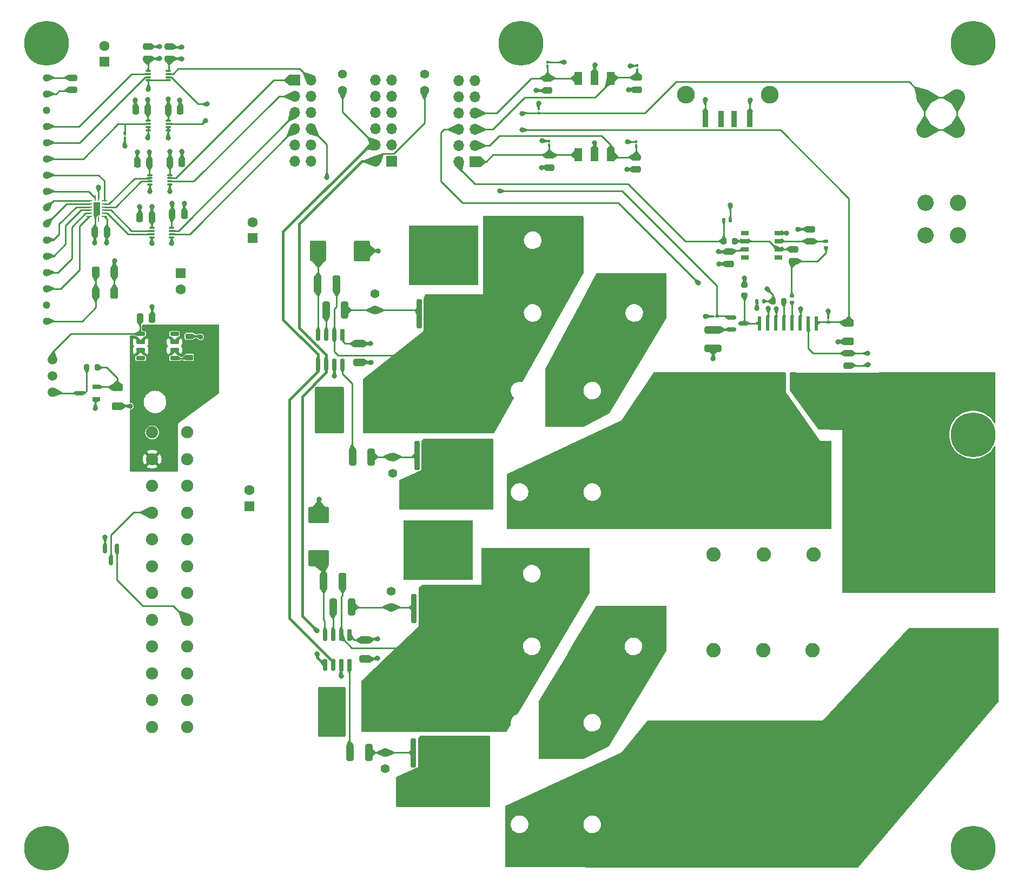
<source format=gbr>
%TF.GenerationSoftware,KiCad,Pcbnew,7.0.5*%
%TF.CreationDate,2023-09-24T16:41:28-07:00*%
%TF.ProjectId,FullSchematic,46756c6c-5363-4686-956d-617469632e6b,rev?*%
%TF.SameCoordinates,Original*%
%TF.FileFunction,Copper,L1,Top*%
%TF.FilePolarity,Positive*%
%FSLAX46Y46*%
G04 Gerber Fmt 4.6, Leading zero omitted, Abs format (unit mm)*
G04 Created by KiCad (PCBNEW 7.0.5) date 2023-09-24 16:41:28*
%MOMM*%
%LPD*%
G01*
G04 APERTURE LIST*
G04 Aperture macros list*
%AMRoundRect*
0 Rectangle with rounded corners*
0 $1 Rounding radius*
0 $2 $3 $4 $5 $6 $7 $8 $9 X,Y pos of 4 corners*
0 Add a 4 corners polygon primitive as box body*
4,1,4,$2,$3,$4,$5,$6,$7,$8,$9,$2,$3,0*
0 Add four circle primitives for the rounded corners*
1,1,$1+$1,$2,$3*
1,1,$1+$1,$4,$5*
1,1,$1+$1,$6,$7*
1,1,$1+$1,$8,$9*
0 Add four rect primitives between the rounded corners*
20,1,$1+$1,$2,$3,$4,$5,0*
20,1,$1+$1,$4,$5,$6,$7,0*
20,1,$1+$1,$6,$7,$8,$9,0*
20,1,$1+$1,$8,$9,$2,$3,0*%
G04 Aperture macros list end*
%TA.AperFunction,SMDPad,CuDef*%
%ADD10RoundRect,0.200000X-0.200000X2.100000X-0.200000X-2.100000X0.200000X-2.100000X0.200000X2.100000X0*%
%TD*%
%TA.AperFunction,SMDPad,CuDef*%
%ADD11R,10.800000X9.400000*%
%TD*%
%TA.AperFunction,SMDPad,CuDef*%
%ADD12RoundRect,0.250000X0.312500X0.625000X-0.312500X0.625000X-0.312500X-0.625000X0.312500X-0.625000X0*%
%TD*%
%TA.AperFunction,SMDPad,CuDef*%
%ADD13RoundRect,0.135000X-0.135000X-0.185000X0.135000X-0.185000X0.135000X0.185000X-0.135000X0.185000X0*%
%TD*%
%TA.AperFunction,SMDPad,CuDef*%
%ADD14RoundRect,0.200000X0.200000X0.275000X-0.200000X0.275000X-0.200000X-0.275000X0.200000X-0.275000X0*%
%TD*%
%TA.AperFunction,SMDPad,CuDef*%
%ADD15RoundRect,0.250000X-0.312500X-1.075000X0.312500X-1.075000X0.312500X1.075000X-0.312500X1.075000X0*%
%TD*%
%TA.AperFunction,ComponentPad*%
%ADD16R,6.000000X2.500000*%
%TD*%
%TA.AperFunction,SMDPad,CuDef*%
%ADD17RoundRect,0.250000X0.250000X0.475000X-0.250000X0.475000X-0.250000X-0.475000X0.250000X-0.475000X0*%
%TD*%
%TA.AperFunction,SMDPad,CuDef*%
%ADD18RoundRect,0.250000X0.475000X-0.250000X0.475000X0.250000X-0.475000X0.250000X-0.475000X-0.250000X0*%
%TD*%
%TA.AperFunction,ComponentPad*%
%ADD19C,3.900000*%
%TD*%
%TA.AperFunction,ConnectorPad*%
%ADD20C,7.000000*%
%TD*%
%TA.AperFunction,ComponentPad*%
%ADD21C,1.400000*%
%TD*%
%TA.AperFunction,SMDPad,CuDef*%
%ADD22RoundRect,0.250000X-0.650000X0.325000X-0.650000X-0.325000X0.650000X-0.325000X0.650000X0.325000X0*%
%TD*%
%TA.AperFunction,SMDPad,CuDef*%
%ADD23R,0.900000X2.500000*%
%TD*%
%TA.AperFunction,ComponentPad*%
%ADD24C,2.780000*%
%TD*%
%TA.AperFunction,SMDPad,CuDef*%
%ADD25RoundRect,0.100000X-0.130000X-0.100000X0.130000X-0.100000X0.130000X0.100000X-0.130000X0.100000X0*%
%TD*%
%TA.AperFunction,SMDPad,CuDef*%
%ADD26RoundRect,0.100000X-0.100000X0.130000X-0.100000X-0.130000X0.100000X-0.130000X0.100000X0.130000X0*%
%TD*%
%TA.AperFunction,ComponentPad*%
%ADD27C,1.905000*%
%TD*%
%TA.AperFunction,ComponentPad*%
%ADD28C,2.250000*%
%TD*%
%TA.AperFunction,SMDPad,CuDef*%
%ADD29R,1.143000X0.762000*%
%TD*%
%TA.AperFunction,ComponentPad*%
%ADD30C,2.550000*%
%TD*%
%TA.AperFunction,SMDPad,CuDef*%
%ADD31RoundRect,0.062500X-0.062500X-0.350000X0.062500X-0.350000X0.062500X0.350000X-0.062500X0.350000X0*%
%TD*%
%TA.AperFunction,SMDPad,CuDef*%
%ADD32RoundRect,0.062500X-0.350000X-0.062500X0.350000X-0.062500X0.350000X0.062500X-0.350000X0.062500X0*%
%TD*%
%TA.AperFunction,SMDPad,CuDef*%
%ADD33R,1.000000X2.000000*%
%TD*%
%TA.AperFunction,SMDPad,CuDef*%
%ADD34RoundRect,0.250000X-0.250000X-0.475000X0.250000X-0.475000X0.250000X0.475000X-0.250000X0.475000X0*%
%TD*%
%TA.AperFunction,ComponentPad*%
%ADD35C,1.180000*%
%TD*%
%TA.AperFunction,SMDPad,CuDef*%
%ADD36RoundRect,0.075000X-0.350000X-0.075000X0.350000X-0.075000X0.350000X0.075000X-0.350000X0.075000X0*%
%TD*%
%TA.AperFunction,SMDPad,CuDef*%
%ADD37RoundRect,0.250000X-0.475000X0.250000X-0.475000X-0.250000X0.475000X-0.250000X0.475000X0.250000X0*%
%TD*%
%TA.AperFunction,SMDPad,CuDef*%
%ADD38RoundRect,0.150000X-0.587500X-0.150000X0.587500X-0.150000X0.587500X0.150000X-0.587500X0.150000X0*%
%TD*%
%TA.AperFunction,SMDPad,CuDef*%
%ADD39R,1.220000X0.650000*%
%TD*%
%TA.AperFunction,ComponentPad*%
%ADD40R,1.700000X1.700000*%
%TD*%
%TA.AperFunction,ComponentPad*%
%ADD41O,1.700000X1.700000*%
%TD*%
%TA.AperFunction,SMDPad,CuDef*%
%ADD42RoundRect,0.250000X1.400000X1.000000X-1.400000X1.000000X-1.400000X-1.000000X1.400000X-1.000000X0*%
%TD*%
%TA.AperFunction,SMDPad,CuDef*%
%ADD43RoundRect,0.250000X1.000000X-1.400000X1.000000X1.400000X-1.000000X1.400000X-1.000000X-1.400000X0*%
%TD*%
%TA.AperFunction,SMDPad,CuDef*%
%ADD44RoundRect,0.180000X0.180000X-0.710000X0.180000X0.710000X-0.180000X0.710000X-0.180000X-0.710000X0*%
%TD*%
%TA.AperFunction,ComponentPad*%
%ADD45R,1.600000X1.600000*%
%TD*%
%TA.AperFunction,ComponentPad*%
%ADD46C,1.600000*%
%TD*%
%TA.AperFunction,SMDPad,CuDef*%
%ADD47RoundRect,0.150000X-0.150000X0.587500X-0.150000X-0.587500X0.150000X-0.587500X0.150000X0.587500X0*%
%TD*%
%TA.AperFunction,SMDPad,CuDef*%
%ADD48R,0.600000X2.200000*%
%TD*%
%TA.AperFunction,ComponentPad*%
%ADD49R,2.500000X6.000000*%
%TD*%
%TA.AperFunction,SMDPad,CuDef*%
%ADD50RoundRect,0.250000X-0.625000X0.312500X-0.625000X-0.312500X0.625000X-0.312500X0.625000X0.312500X0*%
%TD*%
%TA.AperFunction,SMDPad,CuDef*%
%ADD51RoundRect,0.200000X-0.200000X-0.275000X0.200000X-0.275000X0.200000X0.275000X-0.200000X0.275000X0*%
%TD*%
%TA.AperFunction,SMDPad,CuDef*%
%ADD52RoundRect,0.135000X0.185000X-0.135000X0.185000X0.135000X-0.185000X0.135000X-0.185000X-0.135000X0*%
%TD*%
%TA.AperFunction,SMDPad,CuDef*%
%ADD53R,1.193800X2.006600*%
%TD*%
%TA.AperFunction,ComponentPad*%
%ADD54C,1.500000*%
%TD*%
%TA.AperFunction,SMDPad,CuDef*%
%ADD55RoundRect,0.150000X0.550000X-0.150000X0.550000X0.150000X-0.550000X0.150000X-0.550000X-0.150000X0*%
%TD*%
%TA.AperFunction,SMDPad,CuDef*%
%ADD56RoundRect,0.250000X-1.075000X0.312500X-1.075000X-0.312500X1.075000X-0.312500X1.075000X0.312500X0*%
%TD*%
%TA.AperFunction,SMDPad,CuDef*%
%ADD57RoundRect,0.250000X-0.325000X-1.100000X0.325000X-1.100000X0.325000X1.100000X-0.325000X1.100000X0*%
%TD*%
%TA.AperFunction,SMDPad,CuDef*%
%ADD58RoundRect,0.135000X0.135000X0.185000X-0.135000X0.185000X-0.135000X-0.185000X0.135000X-0.185000X0*%
%TD*%
%TA.AperFunction,SMDPad,CuDef*%
%ADD59RoundRect,0.200000X-0.275000X0.200000X-0.275000X-0.200000X0.275000X-0.200000X0.275000X0.200000X0*%
%TD*%
%TA.AperFunction,SMDPad,CuDef*%
%ADD60RoundRect,0.225000X-0.375000X0.225000X-0.375000X-0.225000X0.375000X-0.225000X0.375000X0.225000X0*%
%TD*%
%TA.AperFunction,ViaPad*%
%ADD61C,0.800000*%
%TD*%
%TA.AperFunction,Conductor*%
%ADD62C,0.250000*%
%TD*%
%TA.AperFunction,Conductor*%
%ADD63C,0.400000*%
%TD*%
G04 APERTURE END LIST*
D10*
%TO.P,U6,1,Gate*%
%TO.N,Net-(U6-Gate)*%
X122374615Y-140062270D03*
%TO.P,U6,2,Source*%
%TO.N,COM*%
X123644615Y-140062270D03*
%TO.P,U6,3,Source*%
X124914615Y-140062270D03*
%TO.P,U6,5,Source*%
X127454615Y-140062270D03*
%TO.P,U6,6,Source*%
X128724615Y-140062270D03*
%TO.P,U6,7,Source*%
X129994615Y-140062270D03*
D11*
%TO.P,U6,TAB,Drain*%
%TO.N,Net-(D4-A)*%
X126184615Y-130912270D03*
%TD*%
D12*
%TO.P,R24,1*%
%TO.N,+5V*%
X75585000Y-68060000D03*
%TO.P,R24,2*%
%TO.N,LEDA*%
X72660000Y-68060000D03*
%TD*%
D13*
%TO.P,R20,1*%
%TO.N,C_SENSE*%
X170960000Y-56665000D03*
%TO.P,R20,2*%
%TO.N,COM*%
X171980000Y-56665000D03*
%TD*%
D14*
%TO.P,R19,1*%
%TO.N,Net-(U8--IN)*%
X172620000Y-59960000D03*
%TO.P,R19,2*%
%TO.N,C_SENSE*%
X170970000Y-59960000D03*
%TD*%
D15*
%TO.P,R6,1*%
%TO.N,Net-(U1-HO)*%
X108700000Y-70699000D03*
%TO.P,R6,2*%
%TO.N,Net-(U3-Gate)*%
X111625000Y-70699000D03*
%TD*%
D16*
%TO.P,L1,1,1*%
%TO.N,Net-(D3-A)*%
X140785000Y-62878000D03*
%TO.P,L1,2,2*%
%TO.N,Net-(L1-Pad2)*%
X157295000Y-68108000D03*
%TD*%
D17*
%TO.P,C32,1*%
%TO.N,+5V*%
X80820000Y-39384581D03*
%TO.P,C32,2*%
%TO.N,COM*%
X78920000Y-39384581D03*
%TD*%
D18*
%TO.P,C25,1*%
%TO.N,+3.3V*%
X84200000Y-31400000D03*
%TO.P,C25,2*%
%TO.N,COM*%
X84200000Y-29500000D03*
%TD*%
D19*
%TO.P,REF\u002A\u002A,1*%
%TO.N,N/C*%
X210000000Y-29000000D03*
D20*
X210000000Y-29000000D03*
%TD*%
D10*
%TO.P,U3,1,Gate*%
%TO.N,Net-(U3-Gate)*%
X123320000Y-71352000D03*
%TO.P,U3,2,Source*%
%TO.N,Net-(D3-A)*%
X124590000Y-71352000D03*
%TO.P,U3,3,Source*%
X125860000Y-71352000D03*
%TO.P,U3,5,Source*%
X128400000Y-71352000D03*
%TO.P,U3,6,Source*%
X129670000Y-71352000D03*
%TO.P,U3,7,Source*%
X130940000Y-71352000D03*
D11*
%TO.P,U3,TAB,Drain*%
%TO.N,+12V*%
X127130000Y-62202000D03*
%TD*%
D21*
%TO.P,TP6,1,1*%
%TO.N,Net-(U5-Gate)*%
X118913000Y-117250000D03*
%TO.P,TP6,2*%
%TO.N,N/C*%
X118913000Y-114710000D03*
%TD*%
%TO.P,TP2,1,1*%
%TO.N,INV*%
X124140000Y-36380000D03*
%TO.P,TP2,2*%
%TO.N,N/C*%
X124140000Y-33840000D03*
%TD*%
D22*
%TO.P,C7,1*%
%TO.N,+12V*%
X113870000Y-75984000D03*
%TO.P,C7,2*%
%TO.N,COM*%
X113870000Y-78934000D03*
%TD*%
D23*
%TO.P,J1,1,VBUS*%
%TO.N,+5V*%
X175070000Y-40850000D03*
%TO.P,J1,2,D-*%
%TO.N,unconnected-(J1-D--Pad2)*%
X172570000Y-40850000D03*
%TO.P,J1,3,D+*%
%TO.N,unconnected-(J1-D+-Pad3)*%
X170570000Y-40850000D03*
%TO.P,J1,4,GND*%
%TO.N,COM*%
X168070000Y-40850000D03*
D24*
%TO.P,J1,5,Shield*%
X178140000Y-37000000D03*
X165000000Y-37000000D03*
%TD*%
D14*
%TO.P,R15,1*%
%TO.N,Net-(U7-VREF)*%
X180363000Y-69395000D03*
%TO.P,R15,2*%
%TO.N,C_REF*%
X178713000Y-69395000D03*
%TD*%
D25*
%TO.P,R10,1*%
%TO.N,+5V*%
X169260000Y-71700000D03*
%TO.P,R10,2*%
%TO.N,OC_RESET_N*%
X169900000Y-71700000D03*
%TD*%
D26*
%TO.P,R2,1*%
%TO.N,+3.3V*%
X157273000Y-44380000D03*
%TO.P,R2,2*%
%TO.N,Net-(SW1-4)*%
X157273000Y-45020000D03*
%TD*%
D27*
%TO.P,J2,1,+3.3V*%
%TO.N,+3.3V*%
X87011800Y-89881000D03*
%TO.P,J2,2,+3.3V*%
X87011800Y-94072000D03*
%TO.P,J2,3,COM*%
%TO.N,COM*%
X87011800Y-98263000D03*
%TO.P,J2,4,+5V*%
%TO.N,+5V*%
X87011800Y-102454000D03*
%TO.P,J2,5,COM*%
%TO.N,COM*%
X87011800Y-106645000D03*
%TO.P,J2,6,+5V*%
%TO.N,+5V*%
X87011800Y-110836000D03*
%TO.P,J2,7,COM*%
%TO.N,COM*%
X87011800Y-115027000D03*
%TO.P,J2,8,PWR_OK*%
%TO.N,PWR_OK*%
X87011800Y-119218000D03*
%TO.P,J2,9,+5VSB*%
%TO.N,unconnected-(J2-+5VSB-Pad9)*%
X87011800Y-123409000D03*
%TO.P,J2,10,+12V1*%
%TO.N,+12V*%
X87011800Y-127600000D03*
%TO.P,J2,11,+12V1*%
X87011800Y-131791000D03*
%TO.P,J2,12,+3.3V*%
%TO.N,+3.3V*%
X87011800Y-135982000D03*
%TO.P,J2,13,+3.3V*%
X81500000Y-89881000D03*
%TO.P,J2,14,-12V*%
%TO.N,-12V*%
X81500000Y-94072000D03*
%TO.P,J2,15,COM*%
%TO.N,COM*%
X81500000Y-98263000D03*
%TO.P,J2,16,PS_ON#*%
%TO.N,PWR_ON#*%
X81500000Y-102454000D03*
%TO.P,J2,17,COM*%
%TO.N,COM*%
X81500000Y-106645000D03*
%TO.P,J2,18,COM*%
X81500000Y-110836000D03*
%TO.P,J2,19,COM*%
X81500000Y-115027000D03*
%TO.P,J2,20,NC*%
%TO.N,unconnected-(J2-NC-Pad20)*%
X81500000Y-119218000D03*
%TO.P,J2,21,+5V*%
%TO.N,+5V*%
X81500000Y-123409000D03*
%TO.P,J2,22,+5V*%
X81500000Y-127600000D03*
%TO.P,J2,23,+5V*%
X81500000Y-131791000D03*
%TO.P,J2,24,COM*%
%TO.N,COM*%
X81500000Y-135982000D03*
%TD*%
D26*
%TO.P,R13,1*%
%TO.N,+5V*%
X187333000Y-71985000D03*
%TO.P,R13,2*%
%TO.N,FAULT_N*%
X187333000Y-72625000D03*
%TD*%
D28*
%TO.P,C13,1*%
%TO.N,AMP_OUT*%
X177200000Y-94000000D03*
%TO.P,C13,2*%
%TO.N,COM*%
X177200000Y-109000000D03*
%TD*%
D29*
%TO.P,U8,1,NC_2*%
%TO.N,unconnected-(U8-NC_2-Pad1)*%
X179500000Y-62500000D03*
%TO.P,U8,2,-IN*%
%TO.N,Net-(U8--IN)*%
X179500000Y-61230000D03*
%TO.P,U8,3,+IN*%
%TO.N,Net-(U8-+IN)*%
X179500000Y-59960000D03*
%TO.P,U8,4,V-*%
%TO.N,COM*%
X179500000Y-58690000D03*
%TO.P,U8,5,NC_3*%
%TO.N,unconnected-(U8-NC_3-Pad5)*%
X174293000Y-58690000D03*
%TO.P,U8,6,OUT*%
%TO.N,Net-(U8--IN)*%
X174293000Y-59960000D03*
%TO.P,U8,7,V+*%
%TO.N,+5V*%
X174293000Y-61230000D03*
%TO.P,U8,8,NC*%
%TO.N,unconnected-(U8-NC-Pad8)*%
X174293000Y-62500000D03*
%TD*%
D19*
%TO.P,REF\u002A\u002A,1*%
%TO.N,N/C*%
X139250000Y-29000000D03*
D20*
X139250000Y-29000000D03*
%TD*%
D30*
%TO.P,J4,1,1*%
%TO.N,OCTA_IN*%
X203460000Y-129540000D03*
%TO.P,J4,2,1__1*%
X203460000Y-124460000D03*
%TO.P,J4,3,1__2*%
X208540000Y-129540000D03*
%TO.P,J4,4,1__3*%
X208540000Y-124460000D03*
%TD*%
D31*
%TO.P,U14,1,QB*%
%TO.N,Net-(J10-DB1)*%
X72562500Y-53162500D03*
D32*
%TO.P,U14,2,QC*%
%TO.N,Net-(J10-DB2)*%
X71625000Y-53600000D03*
%TO.P,U14,3,QD*%
%TO.N,Net-(J10-DB3)*%
X71625000Y-54100000D03*
%TO.P,U14,4,QE*%
%TO.N,Net-(J10-DB4)*%
X71625000Y-54600000D03*
%TO.P,U14,5,QF*%
%TO.N,Net-(J10-DB5)*%
X71625000Y-55100000D03*
%TO.P,U14,6,QG*%
%TO.N,Net-(J10-DB6)*%
X71625000Y-55600000D03*
%TO.P,U14,7,QH*%
%TO.N,Net-(J10-DB7)*%
X71625000Y-56100000D03*
D31*
%TO.P,U14,8,GND*%
%TO.N,COM*%
X72562500Y-56537500D03*
%TO.P,U14,9,QH'*%
%TO.N,unconnected-(U14-QH'-Pad9)*%
X73062500Y-56537500D03*
D32*
%TO.P,U14,10,\u002ASRCLR*%
%TO.N,+5V*%
X74000000Y-56100000D03*
%TO.P,U14,11,SRCLK*%
%TO.N,Net-(U11-A2)*%
X74000000Y-55600000D03*
%TO.P,U14,12,RCLK*%
%TO.N,Net-(U11-A1)*%
X74000000Y-55100000D03*
%TO.P,U14,13,\u002AOE*%
%TO.N,Net-(U10-A2)*%
X74000000Y-54600000D03*
%TO.P,U14,14,SER*%
%TO.N,Net-(U10-A1)*%
X74000000Y-54100000D03*
%TO.P,U14,15,QA*%
%TO.N,Net-(J10-DB0)*%
X74000000Y-53600000D03*
D31*
%TO.P,U14,16,VCC*%
%TO.N,+5V*%
X73062500Y-53162500D03*
D33*
%TO.P,U14,17,EPAD*%
%TO.N,COM*%
X72812500Y-54850000D03*
%TD*%
D34*
%TO.P,C26,1*%
%TO.N,-5V*%
X79600000Y-72000000D03*
%TO.P,C26,2*%
%TO.N,COM*%
X81500000Y-72000000D03*
%TD*%
D35*
%TO.P,J10,1,VSS*%
%TO.N,COM*%
X65000000Y-34360000D03*
%TO.P,J10,2,VDD*%
%TO.N,+5V*%
X65000000Y-36900000D03*
%TO.P,J10,3,VO*%
%TO.N,CONTRAST*%
X65000000Y-39440000D03*
%TO.P,J10,4,RS*%
%TO.N,Net-(J10-RS)*%
X65000000Y-41980000D03*
%TO.P,J10,5,R/W*%
%TO.N,Net-(J10-R{slash}W)*%
X65000000Y-44520000D03*
%TO.P,J10,6,E*%
%TO.N,Net-(J10-E)*%
X65000000Y-47060000D03*
%TO.P,J10,7,DB0*%
%TO.N,Net-(J10-DB0)*%
X65000000Y-49600000D03*
%TO.P,J10,8,DB1*%
%TO.N,Net-(J10-DB1)*%
X65000000Y-52140000D03*
%TO.P,J10,9,DB2*%
%TO.N,Net-(J10-DB2)*%
X65000000Y-54680000D03*
%TO.P,J10,10,DB3*%
%TO.N,Net-(J10-DB3)*%
X65000000Y-57220000D03*
%TO.P,J10,11,DB4*%
%TO.N,Net-(J10-DB4)*%
X65000000Y-59760000D03*
%TO.P,J10,12,DB5*%
%TO.N,Net-(J10-DB5)*%
X65000000Y-62300000D03*
%TO.P,J10,13,DB6*%
%TO.N,Net-(J10-DB6)*%
X65000000Y-64840000D03*
%TO.P,J10,14,DB7*%
%TO.N,Net-(J10-DB7)*%
X65000000Y-67380000D03*
%TO.P,J10,15,LEDK*%
%TO.N,COM*%
X65000000Y-69920000D03*
%TO.P,J10,16,LEDA*%
%TO.N,LEDA*%
X65000000Y-72460000D03*
%TD*%
D36*
%TO.P,U12,1,VCCA*%
%TO.N,+5V*%
X80900000Y-33280000D03*
%TO.P,U12,2,A1*%
%TO.N,Net-(J10-RS)*%
X80900000Y-33780000D03*
%TO.P,U12,3,A2*%
%TO.N,Net-(J10-R{slash}W)*%
X80900000Y-34280000D03*
%TO.P,U12,4,GND*%
%TO.N,COM*%
X80900000Y-34780000D03*
%TO.P,U12,5,DIR*%
X84000000Y-34780000D03*
%TO.P,U12,6,B2*%
%TO.N,Net-(U12-B2)*%
X84000000Y-34280000D03*
%TO.P,U12,7,B1*%
%TO.N,Net-(U12-B1)*%
X84000000Y-33780000D03*
%TO.P,U12,8,VCCB*%
%TO.N,+3.3V*%
X84000000Y-33280000D03*
%TD*%
D37*
%TO.P,C6,1*%
%TO.N,Net-(C6-Pad1)*%
X143713000Y-46535000D03*
%TO.P,C6,2*%
%TO.N,COM*%
X143713000Y-48435000D03*
%TD*%
D26*
%TO.P,R5,1*%
%TO.N,+3.3V*%
X142000000Y-39235000D03*
%TO.P,R5,2*%
%TO.N,RELAY_TRIP_N*%
X142000000Y-39875000D03*
%TD*%
D28*
%TO.P,C15,1*%
%TO.N,AMP_OUT*%
X169400000Y-94000000D03*
%TO.P,C15,2*%
%TO.N,COM*%
X169400000Y-109000000D03*
%TD*%
D38*
%TO.P,Q2,1,G*%
%TO.N,OC_RESET_N*%
X172148000Y-71880000D03*
%TO.P,Q2,2,S*%
%TO.N,Net-(Q2-S)*%
X172148000Y-73780000D03*
%TO.P,Q2,3,D*%
%TO.N,V_OC*%
X174023000Y-72830000D03*
%TD*%
D39*
%TO.P,Q3,1,C*%
%TO.N,COM*%
X72785000Y-84677500D03*
%TO.P,Q3,2,B*%
%TO.N,Net-(Q3-B)*%
X72785000Y-82777500D03*
%TO.P,Q3,3,E*%
%TO.N,Net-(Q3-E)*%
X70165000Y-83727500D03*
%TD*%
D34*
%TO.P,C23,1*%
%TO.N,+3.3V*%
X84640419Y-55750000D03*
%TO.P,C23,2*%
%TO.N,COM*%
X86540419Y-55750000D03*
%TD*%
D40*
%TO.P,J5,1,1*%
%TO.N,unconnected-(J5-Pad1)*%
X119000000Y-47460000D03*
D41*
%TO.P,J5,2,2*%
%TO.N,unconnected-(J5-Pad2)*%
X119000000Y-44920000D03*
%TO.P,J5,3,3*%
%TO.N,unconnected-(J5-Pad3)*%
X119000000Y-42380000D03*
%TO.P,J5,4,4*%
%TO.N,unconnected-(J5-Pad4)*%
X119000000Y-39840000D03*
%TO.P,J5,5,5*%
%TO.N,COM*%
X119000000Y-37300000D03*
%TO.P,J5,6,6*%
%TO.N,unconnected-(J5-Pad6)*%
X119000000Y-34760000D03*
%TO.P,J5,7,7*%
%TO.N,INV*%
X116460000Y-47460000D03*
%TO.P,J5,8,8*%
%TO.N,NON_INV*%
X116460000Y-44920000D03*
%TO.P,J5,9,9*%
%TO.N,FAULT_N*%
X116460000Y-42380000D03*
%TO.P,J5,10,10*%
%TO.N,RELAY_TRIP_N*%
X116460000Y-39840000D03*
%TO.P,J5,11,11*%
%TO.N,COM*%
X116460000Y-37300000D03*
%TO.P,J5,12,12*%
%TO.N,unconnected-(J5-Pad12)*%
X116460000Y-34760000D03*
%TD*%
D42*
%TO.P,D2,1,K*%
%TO.N,Net-(D2-K)*%
X107574615Y-109612000D03*
%TO.P,D2,2,A*%
%TO.N,+12V*%
X107574615Y-102812000D03*
%TD*%
D17*
%TO.P,C30,1*%
%TO.N,+5V*%
X81468419Y-56233000D03*
%TO.P,C30,2*%
%TO.N,COM*%
X79568419Y-56233000D03*
%TD*%
D43*
%TO.P,D4,1,K*%
%TO.N,+12V*%
X110200000Y-133250000D03*
%TO.P,D4,2,A*%
%TO.N,Net-(D4-A)*%
X117000000Y-133250000D03*
%TD*%
D21*
%TO.P,TP1,1,1*%
%TO.N,NON_INV*%
X111308000Y-36380000D03*
%TO.P,TP1,2*%
%TO.N,N/C*%
X111308000Y-33840000D03*
%TD*%
D17*
%TO.P,C29,1*%
%TO.N,+5V*%
X74412500Y-58537500D03*
%TO.P,C29,2*%
%TO.N,COM*%
X72512500Y-58537500D03*
%TD*%
D18*
%TO.P,C33,1*%
%TO.N,+5V*%
X69000000Y-36280000D03*
%TO.P,C33,2*%
%TO.N,COM*%
X69000000Y-34380000D03*
%TD*%
D44*
%TO.P,U1,1,HIN*%
%TO.N,NON_INV*%
X107472000Y-79279000D03*
%TO.P,U1,2,LIN*%
%TO.N,INV*%
X108742000Y-79279000D03*
%TO.P,U1,3,COM*%
%TO.N,COM*%
X110012000Y-79279000D03*
%TO.P,U1,4,LO*%
%TO.N,Net-(U1-LO)*%
X111282000Y-79279000D03*
%TO.P,U1,5,VCC*%
%TO.N,+12V*%
X111282000Y-74599000D03*
%TO.P,U1,6,VS*%
%TO.N,Net-(D3-A)*%
X110012000Y-74599000D03*
%TO.P,U1,7,HO*%
%TO.N,Net-(U1-HO)*%
X108742000Y-74599000D03*
%TO.P,U1,8,VB*%
%TO.N,Net-(D1-K)*%
X107472000Y-74599000D03*
%TD*%
D36*
%TO.P,U13,1,VCCA*%
%TO.N,+5V*%
X80910000Y-41084581D03*
%TO.P,U13,2,A1*%
%TO.N,Net-(J10-E)*%
X80910000Y-41584581D03*
%TO.P,U13,3,A2*%
%TO.N,COM*%
X80910000Y-42084581D03*
%TO.P,U13,4,GND*%
X80910000Y-42584581D03*
%TO.P,U13,5,DIR*%
X84010000Y-42584581D03*
%TO.P,U13,6,B2*%
X84010000Y-42084581D03*
%TO.P,U13,7,B1*%
%TO.N,Net-(U13-B1)*%
X84010000Y-41584581D03*
%TO.P,U13,8,VCCB*%
%TO.N,+3.3V*%
X84010000Y-41084581D03*
%TD*%
D45*
%TO.P,C11,1*%
%TO.N,+12V*%
X97250000Y-59500000D03*
D46*
%TO.P,C11,2*%
%TO.N,COM*%
X97250000Y-57000000D03*
%TD*%
D47*
%TO.P,Q1,1,G*%
%TO.N,PWR_OK*%
X76012500Y-108062500D03*
%TO.P,Q1,2,S*%
%TO.N,COM*%
X74112500Y-108062500D03*
%TO.P,Q1,3,D*%
%TO.N,PWR_ON#*%
X75062500Y-109937500D03*
%TD*%
D37*
%TO.P,C5,1*%
%TO.N,Net-(SW1-4)*%
X157263000Y-46815000D03*
%TO.P,C5,2*%
%TO.N,COM*%
X157263000Y-48715000D03*
%TD*%
D30*
%TO.P,J8,1,1*%
%TO.N,COM*%
X202562000Y-59080000D03*
%TO.P,J8,2,1__1*%
X202562000Y-54000000D03*
%TO.P,J8,3,1__2*%
X207642000Y-59080000D03*
%TO.P,J8,4,1__3*%
X207642000Y-54000000D03*
%TD*%
D43*
%TO.P,D3,1,K*%
%TO.N,+12V*%
X109700000Y-86250000D03*
%TO.P,D3,2,A*%
%TO.N,Net-(D3-A)*%
X116500000Y-86250000D03*
%TD*%
D17*
%TO.P,C31,1*%
%TO.N,+5V*%
X81073451Y-47700000D03*
%TO.P,C31,2*%
%TO.N,COM*%
X79173451Y-47700000D03*
%TD*%
D48*
%TO.P,U7,1,IP+*%
%TO.N,AMP_OUT*%
X176573000Y-82005000D03*
%TO.P,U7,2,IP+*%
X177843000Y-82005000D03*
%TO.P,U7,3,IP+*%
X179113000Y-82005000D03*
%TO.P,U7,4,IP+*%
X180383000Y-82005000D03*
%TO.P,U7,5,IP-*%
%TO.N,OCTA_OUT*%
X181653000Y-82005000D03*
%TO.P,U7,6,IP-*%
X182923000Y-82005000D03*
%TO.P,U7,7,IP-*%
X184193000Y-82005000D03*
%TO.P,U7,8,IP-*%
X185463000Y-82005000D03*
%TO.P,U7,9,\u002AFAULTB*%
%TO.N,FAULT_N*%
X185463000Y-72805000D03*
%TO.P,U7,10,VCC*%
%TO.N,+5V*%
X184193000Y-72805000D03*
%TO.P,U7,11,GND*%
%TO.N,COM*%
X182923000Y-72805000D03*
%TO.P,U7,12,VOUT*%
%TO.N,Net-(U7-VOUT)*%
X181653000Y-72805000D03*
%TO.P,U7,13,VREF*%
%TO.N,Net-(U7-VREF)*%
X180383000Y-72805000D03*
%TO.P,U7,14,GND*%
%TO.N,COM*%
X179113000Y-72805000D03*
%TO.P,U7,15,GND*%
X177843000Y-72805000D03*
%TO.P,U7,16,VOC*%
%TO.N,V_OC*%
X176573000Y-72805000D03*
%TD*%
D26*
%TO.P,R4,1*%
%TO.N,+3.3V*%
X143370000Y-31935000D03*
%TO.P,R4,2*%
%TO.N,Net-(SW1-8)*%
X143370000Y-32575000D03*
%TD*%
D28*
%TO.P,C18,1*%
%TO.N,OCTA_IN*%
X177190000Y-139005000D03*
%TO.P,C18,2*%
%TO.N,COM*%
X177190000Y-124005000D03*
%TD*%
D49*
%TO.P,L4,1,1*%
%TO.N,Net-(L2-Pad2)*%
X147305000Y-135055002D03*
%TO.P,L4,2,2*%
%TO.N,OCTA_IN*%
X142075000Y-151565002D03*
%TD*%
D50*
%TO.P,R14,1*%
%TO.N,FAULT_N*%
X190473000Y-72750000D03*
%TO.P,R14,2*%
%TO.N,COM*%
X190473000Y-75675000D03*
%TD*%
D43*
%TO.P,D1,1,K*%
%TO.N,Net-(D1-K)*%
X107487000Y-61487000D03*
%TO.P,D1,2,A*%
%TO.N,+12V*%
X114287000Y-61487000D03*
%TD*%
D36*
%TO.P,U11,1,VCCA*%
%TO.N,+5V*%
X81450000Y-57850000D03*
%TO.P,U11,2,A1*%
%TO.N,Net-(U11-A1)*%
X81450000Y-58350000D03*
%TO.P,U11,3,A2*%
%TO.N,Net-(U11-A2)*%
X81450000Y-58850000D03*
%TO.P,U11,4,GND*%
%TO.N,COM*%
X81450000Y-59350000D03*
%TO.P,U11,5,DIR*%
X84550000Y-59350000D03*
%TO.P,U11,6,B2*%
%TO.N,SER*%
X84550000Y-58850000D03*
%TO.P,U11,7,B1*%
%TO.N,\u002AOE*%
X84550000Y-58350000D03*
%TO.P,U11,8,VCCB*%
%TO.N,+3.3V*%
X84550000Y-57850000D03*
%TD*%
D51*
%TO.P,R22,1*%
%TO.N,Net-(Q3-E)*%
X71265000Y-79737500D03*
%TO.P,R22,2*%
%TO.N,Net-(Q3-B)*%
X72915000Y-79737500D03*
%TD*%
D21*
%TO.P,TP4,1,1*%
%TO.N,Net-(U6-Gate)*%
X118000000Y-140000000D03*
%TO.P,TP4,2*%
%TO.N,N/C*%
X118000000Y-142540000D03*
%TD*%
D30*
%TO.P,J7,1,1*%
%TO.N,RELAY_TRIP_N*%
X202412000Y-42540000D03*
%TO.P,J7,2,1__1*%
X202412000Y-37460000D03*
%TO.P,J7,3,1__2*%
X207492000Y-42540000D03*
%TO.P,J7,4,1__3*%
X207492000Y-37460000D03*
%TD*%
D52*
%TO.P,R18,1*%
%TO.N,Net-(C20-Pad2)*%
X186980000Y-61020000D03*
%TO.P,R18,2*%
%TO.N,Net-(U8-+IN)*%
X186980000Y-60000000D03*
%TD*%
D44*
%TO.P,U2,1,HIN*%
%TO.N,INV*%
X108534615Y-126292270D03*
%TO.P,U2,2,LIN*%
%TO.N,NON_INV*%
X109804615Y-126292270D03*
%TO.P,U2,3,COM*%
%TO.N,COM*%
X111074615Y-126292270D03*
%TO.P,U2,4,LO*%
%TO.N,Net-(U2-LO)*%
X112344615Y-126292270D03*
%TO.P,U2,5,VCC*%
%TO.N,+12V*%
X112344615Y-121612270D03*
%TO.P,U2,6,VS*%
%TO.N,Net-(D4-A)*%
X111074615Y-121612270D03*
%TO.P,U2,7,HO*%
%TO.N,Net-(U2-HO)*%
X109804615Y-121612270D03*
%TO.P,U2,8,VB*%
%TO.N,Net-(D2-K)*%
X108534615Y-121612270D03*
%TD*%
D21*
%TO.P,TP5,1,1*%
%TO.N,Net-(U4-Gate)*%
X119113000Y-93750000D03*
%TO.P,TP5,2*%
%TO.N,N/C*%
X119113000Y-96290000D03*
%TD*%
D53*
%TO.P,SW1,1,1*%
%TO.N,Net-(C6-Pad1)*%
X148210000Y-46450000D03*
%TO.P,SW1,2,C*%
%TO.N,COM*%
X150750000Y-46450000D03*
%TO.P,SW1,3,4*%
%TO.N,Net-(SW1-4)*%
X153290000Y-46450000D03*
%TO.P,SW1,4,2*%
%TO.N,Net-(SW1-2)*%
X153290000Y-34450004D03*
%TO.P,SW1,5,C*%
%TO.N,COM*%
X150750000Y-34450004D03*
%TO.P,SW1,6,8*%
%TO.N,Net-(SW1-8)*%
X148210000Y-34450004D03*
%TD*%
D26*
%TO.P,R23,1*%
%TO.N,Net-(J10-E)*%
X77200000Y-43185000D03*
%TO.P,R23,2*%
%TO.N,COM*%
X77200000Y-43825000D03*
%TD*%
D28*
%TO.P,C16,1*%
%TO.N,OCTA_IN*%
X169400000Y-139005000D03*
%TO.P,C16,2*%
%TO.N,COM*%
X169400000Y-124005000D03*
%TD*%
D45*
%TO.P,C12,1*%
%TO.N,+12V*%
X96750000Y-101432380D03*
D46*
%TO.P,C12,2*%
%TO.N,COM*%
X96750000Y-98932380D03*
%TD*%
D50*
%TO.P,R21,1*%
%TO.N,Net-(Q3-B)*%
X76040000Y-82845000D03*
%TO.P,R21,2*%
%TO.N,COM*%
X76040000Y-85770000D03*
%TD*%
D54*
%TO.P,RV1,1,1*%
%TO.N,-5V*%
X65920000Y-78500000D03*
%TO.P,RV1,2,2*%
%TO.N,CONTRAST*%
X65920000Y-81040000D03*
%TO.P,RV1,3,3*%
%TO.N,Net-(Q3-E)*%
X65920000Y-83580000D03*
%TD*%
D52*
%TO.P,R17,1*%
%TO.N,Net-(U7-VOUT)*%
X181643000Y-69515000D03*
%TO.P,R17,2*%
%TO.N,Net-(C20-Pad2)*%
X181643000Y-68495000D03*
%TD*%
D19*
%TO.P,REF\u002A\u002A,1*%
%TO.N,N/C*%
X65000000Y-155000000D03*
D20*
X65000000Y-155000000D03*
%TD*%
D36*
%TO.P,U10,1,VCCA*%
%TO.N,+5V*%
X81140685Y-49600000D03*
%TO.P,U10,2,A1*%
%TO.N,Net-(U10-A1)*%
X81140685Y-50100000D03*
%TO.P,U10,3,A2*%
%TO.N,Net-(U10-A2)*%
X81140685Y-50600000D03*
%TO.P,U10,4,GND*%
%TO.N,COM*%
X81140685Y-51100000D03*
%TO.P,U10,5,DIR*%
X84240685Y-51100000D03*
%TO.P,U10,6,B2*%
%TO.N,RCLK*%
X84240685Y-50600000D03*
%TO.P,U10,7,B1*%
%TO.N,SRCLK*%
X84240685Y-50100000D03*
%TO.P,U10,8,VCCB*%
%TO.N,+3.3V*%
X84240685Y-49600000D03*
%TD*%
D12*
%TO.P,R25,1*%
%TO.N,+5V*%
X75585000Y-64770000D03*
%TO.P,R25,2*%
%TO.N,LEDA*%
X72660000Y-64770000D03*
%TD*%
D28*
%TO.P,C17,1*%
%TO.N,AMP_OUT*%
X185000000Y-94000000D03*
%TO.P,C17,2*%
%TO.N,COM*%
X185000000Y-109000000D03*
%TD*%
D19*
%TO.P,REF\u002A\u002A,1*%
%TO.N,N/C*%
X210000000Y-155000000D03*
D20*
X210000000Y-155000000D03*
%TD*%
D55*
%TO.P,U9,1,Vout*%
%TO.N,-5V*%
X79700000Y-74460000D03*
%TO.P,U9,2,Vin*%
%TO.N,-12V*%
X79700000Y-75730000D03*
%TO.P,U9,3,Vin*%
X79700000Y-77000000D03*
%TO.P,U9,4,NC*%
%TO.N,unconnected-(U9-NC-Pad4)*%
X79700000Y-78270000D03*
%TO.P,U9,5,GND*%
%TO.N,Net-(D5-A)*%
X85000000Y-78270000D03*
%TO.P,U9,6,Vin*%
%TO.N,-12V*%
X85000000Y-77000000D03*
%TO.P,U9,7,Vin*%
X85000000Y-75730000D03*
%TO.P,U9,8,NC*%
%TO.N,unconnected-(U9-NC-Pad8)*%
X85000000Y-74460000D03*
%TD*%
D15*
%TO.P,R8,1*%
%TO.N,Net-(U2-HO)*%
X109813000Y-117212000D03*
%TO.P,R8,2*%
%TO.N,Net-(U5-Gate)*%
X112738000Y-117212000D03*
%TD*%
D18*
%TO.P,C21,1*%
%TO.N,Net-(U8-+IN)*%
X184500000Y-60000000D03*
%TO.P,C21,2*%
%TO.N,COM*%
X184500000Y-58100000D03*
%TD*%
D37*
%TO.P,C20,1*%
%TO.N,Net-(U8--IN)*%
X181900000Y-61200000D03*
%TO.P,C20,2*%
%TO.N,Net-(C20-Pad2)*%
X181900000Y-63100000D03*
%TD*%
D49*
%TO.P,L3,1,1*%
%TO.N,Net-(L1-Pad2)*%
X147305000Y-83055002D03*
%TO.P,L3,2,2*%
%TO.N,AMP_OUT*%
X142075000Y-99565002D03*
%TD*%
D56*
%TO.P,R12,1*%
%TO.N,Net-(Q2-S)*%
X169303000Y-73830000D03*
%TO.P,R12,2*%
%TO.N,COM*%
X169303000Y-76755000D03*
%TD*%
D57*
%TO.P,C10,1*%
%TO.N,Net-(D2-K)*%
X108338000Y-113212000D03*
%TO.P,C10,2*%
%TO.N,Net-(D4-A)*%
X111288000Y-113212000D03*
%TD*%
D16*
%TO.P,L2,1,1*%
%TO.N,Net-(D4-A)*%
X140658000Y-115070002D03*
%TO.P,L2,2,2*%
%TO.N,Net-(L2-Pad2)*%
X157168000Y-120300002D03*
%TD*%
D19*
%TO.P,REF\u002A\u002A,1*%
%TO.N,N/C*%
X65000000Y-29000000D03*
D20*
X65000000Y-29000000D03*
%TD*%
D37*
%TO.P,C3,1*%
%TO.N,Net-(SW1-8)*%
X143400000Y-34465000D03*
%TO.P,C3,2*%
%TO.N,COM*%
X143400000Y-36365000D03*
%TD*%
D34*
%TO.P,C27,1*%
%TO.N,+3.3V*%
X84020000Y-39374581D03*
%TO.P,C27,2*%
%TO.N,COM*%
X85920000Y-39374581D03*
%TD*%
D22*
%TO.P,C8,1*%
%TO.N,+12V*%
X114824615Y-122387270D03*
%TO.P,C8,2*%
%TO.N,COM*%
X114824615Y-125337270D03*
%TD*%
D57*
%TO.P,C9,1*%
%TO.N,Net-(D1-K)*%
X107425000Y-66699000D03*
%TO.P,C9,2*%
%TO.N,Net-(D3-A)*%
X110375000Y-66699000D03*
%TD*%
D21*
%TO.P,TP3,1,1*%
%TO.N,Net-(U3-Gate)*%
X116377000Y-70737000D03*
%TO.P,TP3,2*%
%TO.N,N/C*%
X116377000Y-68197000D03*
%TD*%
D34*
%TO.P,C24,1*%
%TO.N,+3.3V*%
X84273451Y-47600000D03*
%TO.P,C24,2*%
%TO.N,COM*%
X86173451Y-47600000D03*
%TD*%
D58*
%TO.P,R16,1*%
%TO.N,C_REF*%
X177193000Y-69355000D03*
%TO.P,R16,2*%
%TO.N,COM*%
X176173000Y-69355000D03*
%TD*%
D28*
%TO.P,C14,1*%
%TO.N,OCTA_IN*%
X184894000Y-139005000D03*
%TO.P,C14,2*%
%TO.N,COM*%
X184894000Y-124005000D03*
%TD*%
D40*
%TO.P,J6,1,1*%
%TO.N,Net-(C6-Pad1)*%
X132000000Y-47540000D03*
D41*
%TO.P,J6,2,2*%
%TO.N,Net-(SW1-4)*%
X132000000Y-45000000D03*
%TO.P,J6,3,3*%
%TO.N,Net-(SW1-2)*%
X132000000Y-42460000D03*
%TO.P,J6,4,4*%
%TO.N,Net-(SW1-8)*%
X132000000Y-39920000D03*
%TO.P,J6,5,5*%
%TO.N,COM*%
X132000000Y-37380000D03*
%TO.P,J6,6,6*%
%TO.N,unconnected-(J6-Pad6)*%
X132000000Y-34840000D03*
%TO.P,J6,7,7*%
%TO.N,C_SENSE*%
X129460000Y-47540000D03*
%TO.P,J6,8,8*%
%TO.N,COM*%
X129460000Y-45000000D03*
%TO.P,J6,9,9*%
%TO.N,C_REF*%
X129460000Y-42460000D03*
%TO.P,J6,10,10*%
%TO.N,COM*%
X129460000Y-39920000D03*
%TO.P,J6,11,11*%
X129460000Y-37380000D03*
%TO.P,J6,12,12*%
%TO.N,unconnected-(J6-Pad12)*%
X129460000Y-34840000D03*
%TD*%
D26*
%TO.P,R3,1*%
%TO.N,+3.3V*%
X157393000Y-32475000D03*
%TO.P,R3,2*%
%TO.N,Net-(SW1-2)*%
X157393000Y-33115000D03*
%TD*%
D37*
%TO.P,C22,1*%
%TO.N,+5V*%
X171796500Y-61617200D03*
%TO.P,C22,2*%
%TO.N,COM*%
X171796500Y-63517200D03*
%TD*%
D30*
%TO.P,J3,1,1*%
%TO.N,OCTA_OUT*%
X203460000Y-110540000D03*
%TO.P,J3,2,1__1*%
X203460000Y-105460000D03*
%TO.P,J3,3,1__2*%
X208540000Y-110540000D03*
%TO.P,J3,4,1__3*%
X208540000Y-105460000D03*
%TD*%
D45*
%TO.P,C2,1*%
%TO.N,+5V*%
X74000000Y-31900000D03*
D46*
%TO.P,C2,2*%
%TO.N,COM*%
X74000000Y-29400000D03*
%TD*%
D37*
%TO.P,C4,1*%
%TO.N,Net-(SW1-2)*%
X157423000Y-34355000D03*
%TO.P,C4,2*%
%TO.N,COM*%
X157423000Y-36255000D03*
%TD*%
D45*
%TO.P,C1,1*%
%TO.N,+3.3V*%
X86000000Y-65000000D03*
D46*
%TO.P,C1,2*%
%TO.N,COM*%
X86000000Y-67500000D03*
%TD*%
D15*
%TO.P,R9,1*%
%TO.N,Net-(U2-LO)*%
X112500000Y-140000000D03*
%TO.P,R9,2*%
%TO.N,Net-(U6-Gate)*%
X115425000Y-140000000D03*
%TD*%
D59*
%TO.P,R11,1*%
%TO.N,+5V*%
X174223000Y-66800000D03*
%TO.P,R11,2*%
%TO.N,V_OC*%
X174223000Y-68450000D03*
%TD*%
D26*
%TO.P,R1,1*%
%TO.N,+3.3V*%
X143643000Y-44285000D03*
%TO.P,R1,2*%
%TO.N,Net-(C6-Pad1)*%
X143643000Y-44925000D03*
%TD*%
D15*
%TO.P,R7,1*%
%TO.N,Net-(U1-LO)*%
X112850500Y-93712000D03*
%TO.P,R7,2*%
%TO.N,Net-(U4-Gate)*%
X115775500Y-93712000D03*
%TD*%
D18*
%TO.P,C28,1*%
%TO.N,+5V*%
X80800000Y-31400000D03*
%TO.P,C28,2*%
%TO.N,COM*%
X80800000Y-29500000D03*
%TD*%
D10*
%TO.P,U4,1,Gate*%
%TO.N,Net-(U4-Gate)*%
X122922000Y-93507000D03*
%TO.P,U4,2,Source*%
%TO.N,COM*%
X124192000Y-93507000D03*
%TO.P,U4,3,Source*%
X125462000Y-93507000D03*
%TO.P,U4,5,Source*%
X128002000Y-93507000D03*
%TO.P,U4,6,Source*%
X129272000Y-93507000D03*
%TO.P,U4,7,Source*%
X130542000Y-93507000D03*
D11*
%TO.P,U4,TAB,Drain*%
%TO.N,Net-(D3-A)*%
X126732000Y-84357000D03*
%TD*%
D37*
%TO.P,C19,1*%
%TO.N,+5V*%
X190423000Y-77505000D03*
%TO.P,C19,2*%
%TO.N,COM*%
X190423000Y-79405000D03*
%TD*%
D19*
%TO.P,REF\u002A\u002A,1*%
%TO.N,N/C*%
X210000000Y-90250000D03*
D20*
X210000000Y-90250000D03*
%TD*%
D40*
%TO.P,J9,1,1*%
%TO.N,SRCLK*%
X103840000Y-34760000D03*
D41*
%TO.P,J9,2,2*%
%TO.N,RCLK*%
X103840000Y-37300000D03*
%TO.P,J9,3,3*%
%TO.N,\u002AOE*%
X103840000Y-39840000D03*
%TO.P,J9,4,4*%
%TO.N,SER*%
X103840000Y-42380000D03*
%TO.P,J9,5,5*%
%TO.N,COM*%
X103840000Y-44920000D03*
%TO.P,J9,6,6*%
%TO.N,unconnected-(J9-Pad6)*%
X103840000Y-47460000D03*
%TO.P,J9,7,7*%
%TO.N,Net-(U12-B1)*%
X106380000Y-34760000D03*
%TO.P,J9,8,8*%
%TO.N,Net-(U12-B2)*%
X106380000Y-37300000D03*
%TO.P,J9,9,9*%
%TO.N,Net-(U13-B1)*%
X106380000Y-39840000D03*
%TO.P,J9,10,10*%
%TO.N,OC_RESET_N*%
X106380000Y-42380000D03*
%TO.P,J9,11,11*%
%TO.N,COM*%
X106380000Y-44920000D03*
%TO.P,J9,12,12*%
%TO.N,unconnected-(J9-Pad12)*%
X106380000Y-47460000D03*
%TD*%
D10*
%TO.P,U5,1,Gate*%
%TO.N,Net-(U5-Gate)*%
X122454615Y-117437270D03*
%TO.P,U5,2,Source*%
%TO.N,Net-(D4-A)*%
X123724615Y-117437270D03*
%TO.P,U5,3,Source*%
X124994615Y-117437270D03*
%TO.P,U5,5,Source*%
X127534615Y-117437270D03*
%TO.P,U5,6,Source*%
X128804615Y-117437270D03*
%TO.P,U5,7,Source*%
X130074615Y-117437270D03*
D11*
%TO.P,U5,TAB,Drain*%
%TO.N,+12V*%
X126264615Y-108287270D03*
%TD*%
D60*
%TO.P,D5,1,K*%
%TO.N,COM*%
X87290000Y-74840000D03*
%TO.P,D5,2,A*%
%TO.N,Net-(D5-A)*%
X87290000Y-78140000D03*
%TD*%
D61*
%TO.N,+3.3V*%
X86097000Y-31415000D03*
X141990000Y-38370000D03*
X156300000Y-32500000D03*
X142523000Y-44265000D03*
X146000000Y-31935000D03*
X84650000Y-54087000D03*
X84280000Y-45890000D03*
X84020000Y-37740000D03*
X155900000Y-44400000D03*
%TO.N,COM*%
X80905000Y-36140000D03*
X182995000Y-70555000D03*
X85810000Y-37884581D03*
X124000000Y-147000000D03*
X168070000Y-37820000D03*
X78060000Y-85790000D03*
X81470000Y-70180000D03*
X124000000Y-144000000D03*
X188823000Y-75685000D03*
X172000000Y-54300000D03*
X133000000Y-141000000D03*
X110007000Y-81037000D03*
X82665000Y-29500000D03*
X133500000Y-97500000D03*
X133000000Y-144000000D03*
X156100000Y-36265000D03*
X111073000Y-128012000D03*
X79570000Y-54520000D03*
X77200000Y-45080000D03*
X74122500Y-106322500D03*
X130000000Y-144000000D03*
X79200000Y-46020000D03*
X84260685Y-52190000D03*
X133000000Y-138000000D03*
X155800000Y-48700000D03*
X127000000Y-144000000D03*
X124500000Y-100500000D03*
X182580000Y-58100000D03*
X84020000Y-43774581D03*
X127500000Y-100500000D03*
X193600000Y-79300000D03*
X86170000Y-45890000D03*
X86146000Y-29600000D03*
X130500000Y-97500000D03*
X130500000Y-100500000D03*
X177935000Y-70475000D03*
X133500000Y-91500000D03*
X121500000Y-97500000D03*
X124500000Y-97500000D03*
X81150685Y-52210000D03*
X84550000Y-60350000D03*
X127000000Y-147000000D03*
X89090000Y-74940000D03*
X116813000Y-125212000D03*
X127500000Y-97500000D03*
X81445419Y-60350000D03*
X130000000Y-147000000D03*
X150770000Y-44550000D03*
X72610000Y-86127500D03*
X142453000Y-48435000D03*
X115730000Y-78959000D03*
X133500000Y-100500000D03*
X141607000Y-36365000D03*
X121000000Y-144000000D03*
X121500000Y-100500000D03*
X176173000Y-70485000D03*
X169303000Y-78330000D03*
X121000000Y-147000000D03*
X133500000Y-94500000D03*
X179165000Y-70535000D03*
X80820000Y-43774581D03*
X78810000Y-37884581D03*
X150780000Y-32380000D03*
X180823500Y-58712200D03*
X170196500Y-63517200D03*
X86540000Y-54037000D03*
X72502500Y-60247500D03*
X133000000Y-147000000D03*
%TO.N,+5V*%
X174220000Y-65730000D03*
X80830000Y-37780000D03*
X187310000Y-70870000D03*
X81480000Y-54540000D03*
X168100000Y-71700000D03*
X81060000Y-46030000D03*
X75600000Y-63010000D03*
X82667000Y-31392000D03*
X73112500Y-51500000D03*
X175080000Y-37875000D03*
X74402500Y-60227500D03*
X170153500Y-61602200D03*
X193500000Y-77500000D03*
%TO.N,+12V*%
X109750000Y-88750000D03*
X121840000Y-105500000D03*
X127840000Y-111500000D03*
X108250000Y-133250000D03*
X124840000Y-105500000D03*
X130840000Y-111500000D03*
X124840000Y-108500000D03*
X121840000Y-108500000D03*
X107600000Y-100360000D03*
X110000000Y-135750000D03*
X122500000Y-59007000D03*
X115640000Y-75959000D03*
X122500000Y-65000000D03*
X124840000Y-111500000D03*
X116838000Y-61487000D03*
X116813000Y-122212000D03*
X121840000Y-111500000D03*
X109750000Y-83750000D03*
X131500000Y-62000000D03*
X110000000Y-130750000D03*
X127840000Y-105500000D03*
X127000000Y-64750000D03*
X127000000Y-58757000D03*
X127840000Y-108500000D03*
X130840000Y-105500000D03*
X131500000Y-59007000D03*
X131500000Y-65000000D03*
X122500000Y-62000000D03*
X107750000Y-86000000D03*
X130840000Y-108500000D03*
X127000000Y-61750000D03*
%TO.N,Net-(D4-A)*%
X124813000Y-134000000D03*
X127500000Y-120823497D03*
X127813000Y-128000000D03*
X121813000Y-134000000D03*
X132750000Y-119500000D03*
X121813000Y-128000000D03*
X130813000Y-128000000D03*
X121813000Y-131000000D03*
X130813000Y-134000000D03*
X124813000Y-128000000D03*
X132750000Y-117500000D03*
X132750000Y-115500000D03*
X124000000Y-124000000D03*
X124813000Y-131000000D03*
X127813000Y-131000000D03*
X130500000Y-120823497D03*
X127000000Y-124000000D03*
X127813000Y-134000000D03*
X124000000Y-120823497D03*
X130500000Y-124000000D03*
X130813000Y-131000000D03*
X121113000Y-123625270D03*
%TO.N,AMP_OUT*%
X169000000Y-85000000D03*
X178000000Y-88000000D03*
X166000000Y-88000000D03*
X175000000Y-85000000D03*
X169000000Y-82000000D03*
X175000000Y-88000000D03*
X169000000Y-88000000D03*
X166000000Y-82000000D03*
X178000000Y-85000000D03*
X166000000Y-85000000D03*
X172000000Y-88000000D03*
X172000000Y-85000000D03*
X172000000Y-82000000D03*
%TO.N,Net-(D3-A)*%
X133250000Y-73500000D03*
X124500000Y-78500000D03*
X121563000Y-77812000D03*
X124500000Y-75250000D03*
X122250000Y-88000000D03*
X122250000Y-80500000D03*
X131000000Y-88000000D03*
X127500000Y-78500000D03*
X131000000Y-84000000D03*
X133250000Y-71500000D03*
X128000000Y-75250000D03*
X131000000Y-78500000D03*
X127000000Y-84000000D03*
X122250000Y-84000000D03*
X127000000Y-80500000D03*
X131000000Y-80500000D03*
X133250000Y-69750000D03*
X127000000Y-88000000D03*
X131000000Y-75250000D03*
%TO.N,OCTA_OUT*%
X191000000Y-88000000D03*
X191000000Y-85000000D03*
X194000000Y-82000000D03*
X194000000Y-85000000D03*
X185000000Y-85000000D03*
X197000000Y-85000000D03*
X194000000Y-88000000D03*
X188000000Y-82000000D03*
X188000000Y-85000000D03*
X197000000Y-88000000D03*
X191000000Y-82000000D03*
X188000000Y-88000000D03*
X197000000Y-82000000D03*
%TO.N,RELAY_TRIP_N*%
X139400000Y-40000000D03*
%TO.N,OC_RESET_N*%
X108850000Y-49980000D03*
X135910000Y-52110000D03*
%TO.N,FAULT_N*%
X139420000Y-42570000D03*
%TO.N,C_REF*%
X166955000Y-66475000D03*
X177778000Y-67460000D03*
%TO.N,INV*%
X107290000Y-120940000D03*
X107290000Y-124560000D03*
%TO.N,Net-(U12-B2)*%
X90130000Y-38500000D03*
%TO.N,Net-(U13-B1)*%
X89880000Y-41050000D03*
%TD*%
D62*
%TO.N,+3.3V*%
X156325000Y-32475000D02*
X156300000Y-32500000D01*
X84273451Y-47600000D02*
X84273451Y-49567234D01*
X141990000Y-38370000D02*
X141990000Y-39225000D01*
X155900000Y-44400000D02*
X157253000Y-44400000D01*
X84640419Y-55750000D02*
X84640419Y-54096581D01*
X84020000Y-41074581D02*
X84010000Y-41084581D01*
X84115000Y-31517000D02*
X84115000Y-33165000D01*
X84640419Y-54096581D02*
X84650000Y-54087000D01*
X84273451Y-49567234D02*
X84240685Y-49600000D01*
X84273451Y-47600000D02*
X84273451Y-45896549D01*
X84020000Y-39374581D02*
X84020000Y-41074581D01*
X157393000Y-32475000D02*
X156325000Y-32475000D01*
X141990000Y-39225000D02*
X142000000Y-39235000D01*
X157253000Y-44400000D02*
X157273000Y-44380000D01*
X84020000Y-39374581D02*
X84020000Y-37740000D01*
X84200000Y-31400000D02*
X86082000Y-31400000D01*
X142543000Y-44285000D02*
X143643000Y-44285000D01*
X84273451Y-45896549D02*
X84280000Y-45890000D01*
X84550000Y-55840419D02*
X84640419Y-55750000D01*
X84115000Y-33165000D02*
X84000000Y-33280000D01*
X84550000Y-57850000D02*
X84550000Y-55840419D01*
X146000000Y-31935000D02*
X143370000Y-31935000D01*
X142523000Y-44265000D02*
X142543000Y-44285000D01*
%TO.N,COM*%
X78920000Y-38074581D02*
X78820000Y-37974581D01*
X168070000Y-37820000D02*
X168070000Y-40850000D01*
X115705000Y-78934000D02*
X115730000Y-78959000D01*
X176173000Y-69355000D02*
X176173000Y-70485000D01*
X150750000Y-44570000D02*
X150770000Y-44550000D01*
X80800000Y-29500000D02*
X82665000Y-29500000D01*
X84240685Y-51100000D02*
X84240685Y-52170000D01*
X79173451Y-47700000D02*
X79173451Y-46046549D01*
X190473000Y-75675000D02*
X188833000Y-75675000D01*
X150750000Y-46450000D02*
X150750000Y-44570000D01*
X111074615Y-128010385D02*
X111073000Y-128012000D01*
X84550000Y-59350000D02*
X84550000Y-60144581D01*
X65000000Y-34360000D02*
X68980000Y-34360000D01*
X80910000Y-42584581D02*
X80910000Y-43684581D01*
X183000000Y-70560000D02*
X182995000Y-70555000D01*
X157263000Y-48715000D02*
X155815000Y-48715000D01*
X141607000Y-36365000D02*
X143400000Y-36365000D01*
X72562500Y-55100000D02*
X72562500Y-56537500D01*
X84550000Y-60144581D02*
X84565419Y-60160000D01*
X113870000Y-78934000D02*
X115705000Y-78934000D01*
X76040000Y-85770000D02*
X78040000Y-85770000D01*
X80910000Y-43684581D02*
X80820000Y-43774581D01*
X157413000Y-36265000D02*
X157423000Y-36255000D01*
X84010000Y-42584581D02*
X84010000Y-43764581D01*
X81450000Y-59350000D02*
X81450000Y-60165419D01*
X81450000Y-60165419D02*
X81445419Y-60170000D01*
X190423000Y-79405000D02*
X193495000Y-79405000D01*
X68980000Y-34360000D02*
X69000000Y-34380000D01*
X74112500Y-108062500D02*
X74112500Y-106332500D01*
X80900000Y-34780000D02*
X80900000Y-36135000D01*
X150750000Y-32410000D02*
X150780000Y-32380000D01*
X86540419Y-55750000D02*
X86540419Y-54037419D01*
X72600000Y-86117500D02*
X72610000Y-86127500D01*
X79568419Y-56233000D02*
X79568419Y-54521581D01*
X84240685Y-52170000D02*
X84260685Y-52190000D01*
X80910000Y-42084581D02*
X80910000Y-42584581D01*
X87290000Y-74840000D02*
X88990000Y-74840000D01*
X110007000Y-81037000D02*
X110012000Y-81032000D01*
X171796500Y-63517200D02*
X170196500Y-63517200D01*
X184500000Y-58100000D02*
X182580000Y-58100000D01*
X150750000Y-34450004D02*
X150750000Y-32410000D01*
X177920000Y-70490000D02*
X177935000Y-70475000D01*
X72512500Y-58537500D02*
X72512500Y-60237500D01*
X183000000Y-72805000D02*
X183000000Y-70560000D01*
X179190000Y-72805000D02*
X179190000Y-70560000D01*
X84010000Y-43764581D02*
X84020000Y-43774581D01*
X78040000Y-85770000D02*
X78060000Y-85790000D01*
X84254000Y-29600000D02*
X86146000Y-29600000D01*
X72562500Y-56537500D02*
X72562500Y-58487500D01*
X86540419Y-54037419D02*
X86540000Y-54037000D01*
X86173451Y-45893451D02*
X86170000Y-45890000D01*
X155815000Y-48715000D02*
X155800000Y-48700000D01*
X84010000Y-42084581D02*
X84010000Y-42584581D01*
X84000000Y-34780000D02*
X80900000Y-34780000D01*
X79173451Y-46046549D02*
X79200000Y-46020000D01*
X114824615Y-125337270D02*
X116687730Y-125337270D01*
X179500000Y-58690000D02*
X180801300Y-58690000D01*
X156100000Y-36265000D02*
X157413000Y-36265000D01*
X188833000Y-75675000D02*
X188823000Y-75685000D01*
X72600000Y-84677500D02*
X72600000Y-86117500D01*
X81480000Y-70190000D02*
X81470000Y-70180000D01*
X86173451Y-47600000D02*
X86173451Y-45893451D01*
X85920000Y-39374581D02*
X85920000Y-38074581D01*
X81480000Y-71750000D02*
X81480000Y-70190000D01*
X143713000Y-48435000D02*
X142453000Y-48435000D01*
X177920000Y-72805000D02*
X177920000Y-70490000D01*
X171980000Y-54320000D02*
X171980000Y-56665000D01*
X81140685Y-51100000D02*
X81140685Y-52200000D01*
X111074615Y-126292270D02*
X111074615Y-128010385D01*
X110012000Y-81032000D02*
X110012000Y-79279000D01*
X79568419Y-54521581D02*
X79570000Y-54520000D01*
X74112500Y-106332500D02*
X74122500Y-106322500D01*
X169303000Y-76755000D02*
X169303000Y-78330000D01*
X179190000Y-70560000D02*
X179165000Y-70535000D01*
X77200000Y-43825000D02*
X77200000Y-45080000D01*
X193495000Y-79405000D02*
X193600000Y-79300000D01*
X85920000Y-38074581D02*
X85820000Y-37974581D01*
X78920000Y-39384581D02*
X78920000Y-38074581D01*
X81140685Y-52200000D02*
X81150685Y-52210000D01*
X172000000Y-54300000D02*
X171980000Y-54320000D01*
X180801300Y-58690000D02*
X180823500Y-58712200D01*
X72512500Y-60237500D02*
X72502500Y-60247500D01*
X116687730Y-125337270D02*
X116813000Y-125212000D01*
%TO.N,+5V*%
X171796500Y-61617200D02*
X170168500Y-61617200D01*
X193500000Y-77500000D02*
X193495000Y-77505000D01*
X75585000Y-64770000D02*
X75585000Y-63025000D01*
X81073451Y-47700000D02*
X81073451Y-49532766D01*
X171796500Y-61617200D02*
X171991500Y-61422200D01*
X73062500Y-51550000D02*
X73112500Y-51500000D01*
X81468419Y-54551581D02*
X81480000Y-54540000D01*
X82659000Y-31400000D02*
X82667000Y-31392000D01*
X69000000Y-36413000D02*
X66945000Y-36413000D01*
X80800000Y-31400000D02*
X82659000Y-31400000D01*
X171991500Y-61422200D02*
X174100800Y-61422200D01*
X66945000Y-36413000D02*
X66458000Y-36900000D01*
X174220000Y-66797000D02*
X174223000Y-66800000D01*
X187333000Y-70893000D02*
X187310000Y-70870000D01*
X174100800Y-61422200D02*
X174293000Y-61230000D01*
X80820000Y-37790000D02*
X80830000Y-37780000D01*
X81468419Y-56233000D02*
X81468419Y-54551581D01*
X80820000Y-39384581D02*
X80820000Y-37790000D01*
X80848000Y-31517000D02*
X80848000Y-33228000D01*
X190423000Y-77505000D02*
X184923000Y-77505000D01*
X74432500Y-56532500D02*
X74432500Y-58517500D01*
X175070000Y-37885000D02*
X175070000Y-40850000D01*
X193495000Y-77505000D02*
X190423000Y-77505000D01*
X81073451Y-49532766D02*
X81140685Y-49600000D01*
X74412500Y-58537500D02*
X74412500Y-60217500D01*
X174220000Y-65730000D02*
X174220000Y-66797000D01*
X74412500Y-60217500D02*
X74402500Y-60227500D01*
X75585000Y-64770000D02*
X75585000Y-68060000D01*
X184193000Y-76775000D02*
X184193000Y-72805000D01*
X81450000Y-57850000D02*
X81450000Y-56464581D01*
X184923000Y-77505000D02*
X184193000Y-76775000D01*
X80820000Y-39384581D02*
X80820000Y-40994581D01*
X75585000Y-63025000D02*
X75600000Y-63010000D01*
X73062500Y-53162500D02*
X73062500Y-51550000D01*
X81073451Y-47700000D02*
X81073451Y-46043451D01*
X175080000Y-37875000D02*
X175070000Y-37885000D01*
X66458000Y-36900000D02*
X65000000Y-36900000D01*
X74000000Y-56100000D02*
X74432500Y-56532500D01*
X169260000Y-71700000D02*
X168100000Y-71700000D01*
X187333000Y-71985000D02*
X187333000Y-70893000D01*
X80848000Y-33228000D02*
X80900000Y-33280000D01*
X170168500Y-61617200D02*
X170153500Y-61602200D01*
X81073451Y-46043451D02*
X81060000Y-46030000D01*
%TO.N,Net-(SW1-8)*%
X143400000Y-34465000D02*
X143414996Y-34450004D01*
X140840000Y-34460000D02*
X143395000Y-34460000D01*
X143414996Y-34450004D02*
X148210000Y-34450004D01*
X132000000Y-39920000D02*
X135380000Y-39920000D01*
X143400000Y-34465000D02*
X143400000Y-32605000D01*
X135380000Y-39920000D02*
X140840000Y-34460000D01*
X143400000Y-32605000D02*
X143370000Y-32575000D01*
%TO.N,Net-(SW1-2)*%
X153385004Y-34355000D02*
X153290000Y-34450004D01*
X157423000Y-34355000D02*
X153385004Y-34355000D01*
X157393000Y-34325000D02*
X157423000Y-34355000D01*
X157393000Y-33115000D02*
X157393000Y-34325000D01*
X153290000Y-35015305D02*
X153290000Y-34450004D01*
X150845305Y-37460000D02*
X153290000Y-35015305D01*
X134840000Y-42460000D02*
X139840000Y-37460000D01*
X157423000Y-34355000D02*
X157413000Y-34345000D01*
X132000000Y-42460000D02*
X134840000Y-42460000D01*
X157383000Y-34315000D02*
X157423000Y-34355000D01*
X153343000Y-34397004D02*
X153290000Y-34450004D01*
X139840000Y-37460000D02*
X150845305Y-37460000D01*
%TO.N,Net-(SW1-4)*%
X157273000Y-45020000D02*
X157273000Y-46805000D01*
X157263000Y-46815000D02*
X157253000Y-46825000D01*
X135840000Y-43460000D02*
X151840000Y-43460000D01*
X153290000Y-44910000D02*
X153290000Y-46450000D01*
X134300000Y-45000000D02*
X135840000Y-43460000D01*
X132000000Y-45000000D02*
X134300000Y-45000000D01*
X151840000Y-43460000D02*
X153290000Y-44910000D01*
X157273000Y-46805000D02*
X157263000Y-46815000D01*
X157253000Y-46825000D02*
X153665000Y-46825000D01*
%TO.N,Net-(C6-Pad1)*%
X143713000Y-46785000D02*
X144048000Y-46450000D01*
X143638000Y-46460000D02*
X143713000Y-46535000D01*
X133760000Y-47540000D02*
X134840000Y-46460000D01*
X143643000Y-46465000D02*
X143713000Y-46535000D01*
X144048000Y-46450000D02*
X148210000Y-46450000D01*
X143643000Y-44925000D02*
X143643000Y-46465000D01*
X134840000Y-46460000D02*
X143638000Y-46460000D01*
X132000000Y-47540000D02*
X133760000Y-47540000D01*
%TO.N,+12V*%
X111282000Y-75531000D02*
X111735000Y-75984000D01*
X115615000Y-75984000D02*
X115640000Y-75959000D01*
X114738000Y-61487000D02*
X116838000Y-61487000D01*
X113119615Y-122387270D02*
X114824615Y-122387270D01*
X114824615Y-122387270D02*
X114999885Y-122212000D01*
X107574615Y-102812000D02*
X107574615Y-100385385D01*
X107574615Y-100385385D02*
X107600000Y-100360000D01*
X111282000Y-74599000D02*
X111282000Y-75531000D01*
X112344615Y-121612270D02*
X113119615Y-122387270D01*
X114999885Y-122212000D02*
X116813000Y-122212000D01*
X113870000Y-75984000D02*
X115615000Y-75984000D01*
X111735000Y-75984000D02*
X113870000Y-75984000D01*
%TO.N,Net-(D1-K)*%
X107487000Y-61487000D02*
X107500000Y-61500000D01*
X107500000Y-61500000D02*
X107500000Y-66624000D01*
X107225000Y-66699000D02*
X107472000Y-66946000D01*
X107500000Y-66624000D02*
X107425000Y-66699000D01*
X107472000Y-66946000D02*
X107472000Y-74599000D01*
%TO.N,Net-(D4-A)*%
X112753437Y-123625270D02*
X111074615Y-121946448D01*
X111288000Y-115357000D02*
X111074615Y-115570385D01*
X111288000Y-113212000D02*
X111288000Y-115357000D01*
X111074615Y-121946448D02*
X111074615Y-121612270D01*
X121113000Y-123625270D02*
X112753437Y-123625270D01*
X111074615Y-115570385D02*
X111074615Y-121612270D01*
%TO.N,Net-(D2-K)*%
X108338000Y-113212000D02*
X108338000Y-119237000D01*
X108513000Y-121590655D02*
X108534615Y-121612270D01*
X108343000Y-110380385D02*
X107574615Y-109612000D01*
X108343000Y-113207000D02*
X108343000Y-110380385D01*
X108513000Y-119412000D02*
X108513000Y-121590655D01*
X108338000Y-119237000D02*
X108513000Y-119412000D01*
%TO.N,Net-(D5-A)*%
X85070000Y-78340000D02*
X85000000Y-78270000D01*
X87090000Y-78340000D02*
X85070000Y-78340000D01*
X87290000Y-78140000D02*
X87090000Y-78340000D01*
%TO.N,Net-(U8--IN)*%
X174293000Y-59960000D02*
X172620000Y-59960000D01*
X181900000Y-61200000D02*
X179530000Y-61200000D01*
X179530000Y-61200000D02*
X179500000Y-61230000D01*
X179309500Y-61230000D02*
X178039500Y-59960000D01*
X178039500Y-59960000D02*
X174293000Y-59960000D01*
%TO.N,Net-(C20-Pad2)*%
X181900000Y-63100000D02*
X185650000Y-63100000D01*
X181593000Y-63407000D02*
X181900000Y-63100000D01*
X181593000Y-68445000D02*
X181593000Y-63407000D01*
X185650000Y-63100000D02*
X186980000Y-61770000D01*
X186980000Y-61770000D02*
X186980000Y-61020000D01*
X181643000Y-68495000D02*
X181593000Y-68445000D01*
%TO.N,Net-(U8-+IN)*%
X184500000Y-60000000D02*
X186980000Y-60000000D01*
X179500000Y-59960000D02*
X184660000Y-59960000D01*
%TO.N,-5V*%
X79600000Y-72000000D02*
X79600000Y-74360000D01*
X79700000Y-74460000D02*
X68790000Y-74460000D01*
X68790000Y-74460000D02*
X65920000Y-77330000D01*
X65920000Y-77330000D02*
X65920000Y-78500000D01*
X79600000Y-74360000D02*
X79700000Y-74460000D01*
%TO.N,Net-(D3-A)*%
X122250000Y-80500000D02*
X122732000Y-80357000D01*
X129500000Y-82000000D02*
X131000000Y-80500000D01*
X126732000Y-82232000D02*
X126500000Y-82000000D01*
X125000000Y-82000000D02*
X124375000Y-82000000D01*
X126732000Y-83268000D02*
X126732000Y-82232000D01*
X126732000Y-84157000D02*
X127000000Y-84000000D01*
X110012000Y-70587000D02*
X110012000Y-74599000D01*
X126500000Y-82000000D02*
X126732000Y-81768000D01*
X128000000Y-83500000D02*
X129500000Y-82000000D01*
X110375000Y-70224000D02*
X110012000Y-70587000D01*
X110012000Y-77262000D02*
X110562000Y-77812000D01*
X126732000Y-84357000D02*
X125532000Y-83157000D01*
X110562000Y-77812000D02*
X121563000Y-77812000D01*
X126732000Y-84357000D02*
X126732000Y-83732000D01*
X127000000Y-84000000D02*
X128000000Y-83500000D01*
X131000000Y-80500000D02*
X130532000Y-80357000D01*
X124411000Y-71369000D02*
X124399000Y-71357000D01*
X110012000Y-74599000D02*
X110012000Y-77262000D01*
X130761000Y-71369000D02*
X130749000Y-71357000D01*
X124399000Y-71357000D02*
X124436000Y-71394000D01*
X126732000Y-81768000D02*
X126732000Y-81757000D01*
X126732000Y-84357000D02*
X125000000Y-82625000D01*
X124375000Y-82000000D02*
X123500000Y-81125000D01*
X125000000Y-82625000D02*
X125000000Y-82000000D01*
X124590000Y-69407000D02*
X124590000Y-71352000D01*
X110375000Y-66699000D02*
X110375000Y-70224000D01*
X126732000Y-84357000D02*
X126732000Y-84157000D01*
X125532000Y-83157000D02*
X125532000Y-80357000D01*
X122875000Y-80500000D02*
X122250000Y-80500000D01*
%TO.N,PWR_OK*%
X84799994Y-117000000D02*
X87000000Y-119200006D01*
X76012500Y-108062500D02*
X76012500Y-113012500D01*
X76012500Y-113012500D02*
X80000000Y-117000000D01*
X80000000Y-117000000D02*
X84799994Y-117000000D01*
%TO.N,PWR_ON#*%
X78599991Y-102400009D02*
X81500001Y-102400009D01*
X75062500Y-109937500D02*
X75062500Y-105937500D01*
X75062500Y-105937500D02*
X78599991Y-102400009D01*
%TO.N,RELAY_TRIP_N*%
X207492000Y-42540000D02*
X202412000Y-42540000D01*
X158600000Y-39900000D02*
X163500000Y-35000000D01*
X139400000Y-40000000D02*
X139500000Y-39900000D01*
X202412000Y-37460000D02*
X202412000Y-42540000D01*
X202412000Y-37460000D02*
X207492000Y-37460000D01*
X202412000Y-37412000D02*
X202412000Y-37460000D01*
X139500000Y-39900000D02*
X158600000Y-39900000D01*
X207492000Y-37460000D02*
X207492000Y-42540000D01*
X200000000Y-35000000D02*
X202412000Y-37412000D01*
X163500000Y-35000000D02*
X200000000Y-35000000D01*
%TO.N,OC_RESET_N*%
X172123000Y-71730000D02*
X172273000Y-71880000D01*
X106380000Y-42380000D02*
X108850000Y-44850000D01*
X108850000Y-44850000D02*
X108850000Y-49980000D01*
X135910000Y-52110000D02*
X155080000Y-52110000D01*
X170000000Y-71680000D02*
X171948000Y-71680000D01*
X171948000Y-71680000D02*
X172148000Y-71880000D01*
X169900000Y-66930000D02*
X155080000Y-52110000D01*
X169900000Y-66930000D02*
X169900000Y-71700000D01*
%TO.N,Net-(J10-RS)*%
X65000000Y-41980000D02*
X70020000Y-41980000D01*
X70020000Y-41980000D02*
X78220000Y-33780000D01*
X78220000Y-33780000D02*
X80900000Y-33780000D01*
%TO.N,Net-(J10-R{slash}W)*%
X80900000Y-34280000D02*
X80409315Y-34280000D01*
X80409315Y-34280000D02*
X70169315Y-44520000D01*
X70169315Y-44520000D02*
X65000000Y-44520000D01*
%TO.N,Net-(J10-E)*%
X70690000Y-47060000D02*
X65000000Y-47060000D01*
X80894581Y-41600000D02*
X77210000Y-41600000D01*
X77210000Y-41600000D02*
X76150000Y-41600000D01*
X80910000Y-41584581D02*
X80894581Y-41600000D01*
X77200000Y-41610000D02*
X77210000Y-41600000D01*
X77200000Y-43185000D02*
X77200000Y-41610000D01*
X76150000Y-41600000D02*
X70690000Y-47060000D01*
%TO.N,Net-(J10-DB0)*%
X73100000Y-49600000D02*
X74000000Y-50500000D01*
X74000000Y-50500000D02*
X74000000Y-53600000D01*
X65000000Y-49600000D02*
X73100000Y-49600000D01*
%TO.N,Net-(J10-DB1)*%
X72562500Y-53162500D02*
X71540000Y-52140000D01*
X71540000Y-52140000D02*
X65000000Y-52140000D01*
%TO.N,Net-(J10-DB2)*%
X71625000Y-53600000D02*
X66080000Y-53600000D01*
X66080000Y-53600000D02*
X65000000Y-54680000D01*
%TO.N,Net-(J10-DB3)*%
X66820000Y-55410000D02*
X66810000Y-55410000D01*
X68130000Y-54100000D02*
X66820000Y-55410000D01*
X71625000Y-54100000D02*
X68130000Y-54100000D01*
X66810000Y-55410000D02*
X65000000Y-57220000D01*
%TO.N,Net-(J10-DB4)*%
X65990000Y-59760000D02*
X65000000Y-59760000D01*
X71625000Y-54600000D02*
X69610000Y-54600000D01*
X66920000Y-58830000D02*
X65990000Y-59760000D01*
X66920000Y-57290000D02*
X66920000Y-58830000D01*
X69610000Y-54600000D02*
X66920000Y-57290000D01*
%TO.N,Net-(J10-DB5)*%
X71625000Y-55100000D02*
X70350000Y-55100000D01*
X67940000Y-60420000D02*
X66060000Y-62300000D01*
X66060000Y-62300000D02*
X65000000Y-62300000D01*
X70350000Y-55100000D02*
X67940000Y-57510000D01*
X67940000Y-57510000D02*
X67940000Y-60420000D01*
%TO.N,Net-(J10-DB6)*%
X68920000Y-62650000D02*
X66730000Y-64840000D01*
X71064492Y-55600000D02*
X68920000Y-57744492D01*
X66730000Y-64840000D02*
X65000000Y-64840000D01*
X68920000Y-57744492D02*
X68920000Y-62650000D01*
X71625000Y-55600000D02*
X71064492Y-55600000D01*
%TO.N,Net-(J10-DB7)*%
X67180000Y-67380000D02*
X65000000Y-67380000D01*
X71625000Y-56100000D02*
X70140000Y-57585000D01*
X70140000Y-57585000D02*
X70140000Y-64420000D01*
X70140000Y-64420000D02*
X67180000Y-67380000D01*
%TO.N,LEDA*%
X72660000Y-68060000D02*
X72660000Y-64770000D01*
X70540000Y-72460000D02*
X65000000Y-72460000D01*
X72660000Y-70340000D02*
X70540000Y-72460000D01*
X72660000Y-68060000D02*
X72660000Y-70340000D01*
%TO.N,Net-(Q2-S)*%
X169303000Y-73830000D02*
X172098000Y-73830000D01*
%TO.N,V_OC*%
X174023000Y-72830000D02*
X174223000Y-72630000D01*
X174048000Y-72805000D02*
X176573000Y-72805000D01*
X174223000Y-72630000D02*
X174223000Y-68450000D01*
X174148000Y-72830000D02*
X174173000Y-72805000D01*
X174023000Y-72830000D02*
X174048000Y-72805000D01*
%TO.N,Net-(Q3-B)*%
X76040000Y-81397500D02*
X76040000Y-82845000D01*
X72915000Y-79737500D02*
X74380000Y-79737500D01*
X72600000Y-82777500D02*
X75702500Y-82777500D01*
X75702500Y-82777500D02*
X76000000Y-83075000D01*
X74380000Y-79737500D02*
X76040000Y-81397500D01*
%TO.N,Net-(Q3-E)*%
X70865000Y-83727500D02*
X71265000Y-83327500D01*
X66067500Y-83727500D02*
X65920000Y-83580000D01*
X70165000Y-83727500D02*
X70865000Y-83727500D01*
X70165000Y-83727500D02*
X66067500Y-83727500D01*
X71265000Y-79737500D02*
X71265000Y-83327500D01*
%TO.N,Net-(U1-HO)*%
X108742000Y-71794500D02*
X108742000Y-74599000D01*
%TO.N,Net-(U3-Gate)*%
X122718000Y-70750000D02*
X123320000Y-71352000D01*
X111663000Y-70737000D02*
X116377000Y-70737000D01*
X116377000Y-70737000D02*
X116390000Y-70750000D01*
X116390000Y-70750000D02*
X122718000Y-70750000D01*
X111625000Y-70699000D02*
X111663000Y-70737000D01*
%TO.N,Net-(U1-LO)*%
X112795000Y-93656500D02*
X112850500Y-93712000D01*
X111282000Y-80737000D02*
X112795000Y-82250000D01*
X112795000Y-82250000D02*
X112795000Y-93656500D01*
X111282000Y-79279000D02*
X111282000Y-80737000D01*
%TO.N,Net-(U4-Gate)*%
X115813500Y-93750000D02*
X119113000Y-93750000D01*
X115775500Y-93712000D02*
X115813500Y-93750000D01*
X122679000Y-93750000D02*
X122922000Y-93507000D01*
X119113000Y-93750000D02*
X122679000Y-93750000D01*
%TO.N,Net-(U2-HO)*%
X109804615Y-118132270D02*
X109804615Y-121612270D01*
%TO.N,Net-(U5-Gate)*%
X118913000Y-117250000D02*
X122267345Y-117250000D01*
X112776000Y-117250000D02*
X118913000Y-117250000D01*
X112738000Y-117212000D02*
X112776000Y-117250000D01*
X122267345Y-117250000D02*
X122454615Y-117437270D01*
X122229345Y-117212000D02*
X122454615Y-117437270D01*
%TO.N,Net-(U2-LO)*%
X112344615Y-126292270D02*
X112344615Y-139844615D01*
X112344615Y-139844615D02*
X112500000Y-140000000D01*
%TO.N,Net-(U6-Gate)*%
X118000000Y-140000000D02*
X122312345Y-140000000D01*
X115425000Y-140000000D02*
X118000000Y-140000000D01*
X122312345Y-140000000D02*
X122374615Y-140062270D01*
%TO.N,FAULT_N*%
X187333000Y-72625000D02*
X185643000Y-72625000D01*
X190473000Y-72750000D02*
X190540000Y-72683000D01*
X185643000Y-72625000D02*
X185463000Y-72805000D01*
X190540000Y-72683000D02*
X190540000Y-53250000D01*
X179860000Y-42570000D02*
X139420000Y-42570000D01*
X190348000Y-72625000D02*
X190473000Y-72750000D01*
X190540000Y-53250000D02*
X179860000Y-42570000D01*
X187333000Y-72625000D02*
X190348000Y-72625000D01*
%TO.N,Net-(U7-VREF)*%
X180383000Y-72805000D02*
X180383000Y-69415000D01*
X180383000Y-69415000D02*
X180363000Y-69395000D01*
%TO.N,C_REF*%
X154420000Y-53940000D02*
X130080000Y-53940000D01*
X178673000Y-69355000D02*
X178713000Y-69395000D01*
X178713000Y-68395000D02*
X178713000Y-69395000D01*
X126690000Y-42970000D02*
X126690000Y-50550000D01*
X166955000Y-66475000D02*
X154420000Y-53940000D01*
X177778000Y-67460000D02*
X178713000Y-68395000D01*
X177193000Y-69355000D02*
X178673000Y-69355000D01*
X126690000Y-50550000D02*
X130080000Y-53940000D01*
X127200000Y-42460000D02*
X126690000Y-42970000D01*
X129460000Y-42460000D02*
X127200000Y-42460000D01*
%TO.N,Net-(U7-VOUT)*%
X181643000Y-69515000D02*
X181653000Y-69525000D01*
X181653000Y-69525000D02*
X181653000Y-72805000D01*
%TO.N,C_SENSE*%
X156000000Y-51000000D02*
X164960000Y-59960000D01*
X129460000Y-48460000D02*
X132000000Y-51000000D01*
X164960000Y-59960000D02*
X170970000Y-59960000D01*
X170960000Y-59950000D02*
X170960000Y-56665000D01*
X129460000Y-47540000D02*
X129460000Y-48460000D01*
X132000000Y-51000000D02*
X156000000Y-51000000D01*
D63*
%TO.N,INV*%
X107290000Y-120940000D02*
X105000000Y-118650000D01*
D62*
X124140000Y-41441701D02*
X119296701Y-46285000D01*
X119296701Y-46285000D02*
X117635000Y-46285000D01*
D63*
X108737000Y-77737000D02*
X104500000Y-73500000D01*
X104500000Y-73500000D02*
X104500000Y-57290000D01*
X108742000Y-80492000D02*
X108742000Y-79279000D01*
X108737000Y-79274000D02*
X108737000Y-77737000D01*
X104500000Y-57290000D02*
X114330000Y-47460000D01*
D62*
X107290000Y-124560000D02*
X107290000Y-125047655D01*
D63*
X105000000Y-118650000D02*
X105000000Y-84234000D01*
X105000000Y-84234000D02*
X108742000Y-80492000D01*
X114330000Y-47460000D02*
X116460000Y-47460000D01*
D62*
X124140000Y-36380000D02*
X124140000Y-41441701D01*
X108737000Y-79274000D02*
X108742000Y-79279000D01*
X117635000Y-46285000D02*
X116460000Y-47460000D01*
D63*
X107290000Y-125047655D02*
X108534615Y-126292270D01*
D62*
%TO.N,NON_INV*%
X111308000Y-36380000D02*
X111308000Y-39768000D01*
D63*
X115560000Y-44920000D02*
X116460000Y-44920000D01*
X103000000Y-84750000D02*
X103000000Y-119000000D01*
X107472000Y-79279000D02*
X107472000Y-80278000D01*
X102000000Y-72235000D02*
X102000000Y-58480000D01*
X107472000Y-79279000D02*
X107472000Y-77707000D01*
D62*
X111308000Y-39768000D02*
X116460000Y-44920000D01*
D63*
X102000000Y-58480000D02*
X115560000Y-44920000D01*
X107472000Y-77707000D02*
X102000000Y-72235000D01*
X107472000Y-80278000D02*
X103000000Y-84750000D01*
D62*
X109804615Y-125804615D02*
X109804615Y-126292270D01*
D63*
X103000000Y-119000000D02*
X109804615Y-125804615D01*
D62*
%TO.N,Net-(U10-A1)*%
X74740000Y-54100000D02*
X78730000Y-50110000D01*
X81130685Y-50110000D02*
X81140685Y-50100000D01*
X78730000Y-50110000D02*
X81130685Y-50110000D01*
X74000000Y-54100000D02*
X74740000Y-54100000D01*
%TO.N,Net-(U10-A2)*%
X75820000Y-54600000D02*
X74000000Y-54600000D01*
X81140685Y-50600000D02*
X79820000Y-50600000D01*
X79820000Y-50600000D02*
X75820000Y-54600000D01*
%TO.N,RCLK*%
X88010000Y-50600000D02*
X101330000Y-37280000D01*
X101330000Y-37280000D02*
X101350000Y-37300000D01*
X84240685Y-50600000D02*
X88010000Y-50600000D01*
X101350000Y-37300000D02*
X103840000Y-37300000D01*
%TO.N,SRCLK*%
X100551624Y-34760000D02*
X103840000Y-34760000D01*
X85211624Y-50100000D02*
X100551624Y-34760000D01*
X84240685Y-50100000D02*
X85211624Y-50100000D01*
%TO.N,Net-(U11-A1)*%
X74000000Y-55100000D02*
X75040000Y-55100000D01*
X78290000Y-58350000D02*
X81450000Y-58350000D01*
X75040000Y-55100000D02*
X78290000Y-58350000D01*
%TO.N,Net-(U11-A2)*%
X74460508Y-55600000D02*
X77710508Y-58850000D01*
X74000000Y-55600000D02*
X74460508Y-55600000D01*
X77710508Y-58850000D02*
X81450000Y-58850000D01*
%TO.N,SER*%
X87370000Y-58850000D02*
X103840000Y-42380000D01*
X84550000Y-58850000D02*
X87370000Y-58850000D01*
%TO.N,\u002AOE*%
X84550000Y-58350000D02*
X85600000Y-58350000D01*
X85600000Y-58350000D02*
X103840000Y-40110000D01*
%TO.N,Net-(U12-B2)*%
X84490685Y-34280000D02*
X84000000Y-34280000D01*
X90130000Y-38500000D02*
X88710685Y-38500000D01*
X88710685Y-38500000D02*
X84490685Y-34280000D01*
%TO.N,Net-(U12-B1)*%
X84740000Y-33780000D02*
X85520000Y-33000000D01*
X104620000Y-33000000D02*
X106380000Y-34760000D01*
X84000000Y-33780000D02*
X84740000Y-33780000D01*
X85520000Y-33000000D02*
X104620000Y-33000000D01*
%TO.N,Net-(U13-B1)*%
X89880000Y-41050000D02*
X89345419Y-41584581D01*
X89345419Y-41584581D02*
X84010000Y-41584581D01*
%TD*%
%TA.AperFunction,Conductor*%
%TO.N,Net-(U1-LO)*%
G36*
X111286748Y-79296136D02*
G01*
X111292693Y-79302081D01*
X111626128Y-80052998D01*
X111626354Y-80061950D01*
X111626025Y-80062720D01*
X111410159Y-80522274D01*
X111403540Y-80528306D01*
X111399569Y-80529000D01*
X111164431Y-80529000D01*
X111156158Y-80525573D01*
X111153841Y-80522274D01*
X110937974Y-80062720D01*
X110937558Y-80053775D01*
X110937871Y-80052998D01*
X111271307Y-79302081D01*
X111277796Y-79295910D01*
X111286748Y-79296136D01*
G37*
%TD.AperFunction*%
%TD*%
%TA.AperFunction,Conductor*%
%TO.N,+5V*%
G36*
X74537579Y-59432916D02*
G01*
X74540301Y-59437190D01*
X74768233Y-60063927D01*
X74767841Y-60072873D01*
X74761740Y-60078725D01*
X74407002Y-60226623D01*
X74398048Y-60226644D01*
X74397998Y-60226623D01*
X74043543Y-60078844D01*
X74037225Y-60072497D01*
X74037162Y-60063750D01*
X74284577Y-59436894D01*
X74290802Y-59430456D01*
X74295460Y-59429489D01*
X74529306Y-59429489D01*
X74537579Y-59432916D01*
G37*
%TD.AperFunction*%
%TD*%
%TA.AperFunction,Conductor*%
%TO.N,+5V*%
G36*
X82512221Y-31026795D02*
G01*
X82518331Y-31033012D01*
X82666123Y-31387498D01*
X82666144Y-31396452D01*
X82666123Y-31396502D01*
X82518236Y-31751214D01*
X82511889Y-31757532D01*
X82503410Y-31757697D01*
X81876264Y-31527812D01*
X81869676Y-31521747D01*
X81868591Y-31516827D01*
X81868591Y-31282984D01*
X81872018Y-31274711D01*
X81876023Y-31272091D01*
X82503268Y-31026619D01*
X82512221Y-31026795D01*
G37*
%TD.AperFunction*%
%TD*%
%TA.AperFunction,Conductor*%
%TO.N,Net-(C6-Pad1)*%
G36*
X144290239Y-46056750D02*
G01*
X144930778Y-46322009D01*
X144937109Y-46328340D01*
X144938000Y-46332818D01*
X144938000Y-46568779D01*
X144934573Y-46577052D01*
X144932844Y-46578478D01*
X144371218Y-46957430D01*
X144362443Y-46959216D01*
X144358272Y-46957524D01*
X143725173Y-46543612D01*
X143720123Y-46536216D01*
X143721782Y-46527417D01*
X143724036Y-46524872D01*
X144278231Y-46058606D01*
X144286766Y-46055903D01*
X144290239Y-46056750D01*
G37*
%TD.AperFunction*%
%TD*%
%TA.AperFunction,Conductor*%
%TO.N,+5V*%
G36*
X75711556Y-66625927D02*
G01*
X75713387Y-66628301D01*
X76124546Y-67332608D01*
X76125758Y-67341481D01*
X76123788Y-67345545D01*
X75594345Y-68048589D01*
X75586631Y-68053137D01*
X75577961Y-68050897D01*
X75575655Y-68048591D01*
X75046210Y-67345544D01*
X75043971Y-67336875D01*
X75045452Y-67332610D01*
X75456613Y-66628300D01*
X75463743Y-66622884D01*
X75466717Y-66622500D01*
X75703283Y-66622500D01*
X75711556Y-66625927D01*
G37*
%TD.AperFunction*%
%TD*%
%TA.AperFunction,Conductor*%
%TO.N,Net-(Q3-E)*%
G36*
X70780111Y-83404646D02*
G01*
X70940663Y-83472052D01*
X70944406Y-83474567D01*
X71110571Y-83640732D01*
X71113998Y-83649005D01*
X71110571Y-83657278D01*
X71109861Y-83657932D01*
X70780105Y-83937285D01*
X70771577Y-83940018D01*
X70768682Y-83939403D01*
X70189494Y-83737013D01*
X70182815Y-83731049D01*
X70182309Y-83722108D01*
X70187847Y-83715644D01*
X70770095Y-83405115D01*
X70779006Y-83404247D01*
X70780111Y-83404646D01*
G37*
%TD.AperFunction*%
%TD*%
%TA.AperFunction,Conductor*%
%TO.N,+5V*%
G36*
X75958879Y-63158623D02*
G01*
X75965197Y-63164970D01*
X75965229Y-63173796D01*
X75712953Y-63799690D01*
X75706681Y-63806082D01*
X75702101Y-63807016D01*
X75468251Y-63807016D01*
X75459978Y-63803589D01*
X75457230Y-63799245D01*
X75375840Y-63570929D01*
X75234175Y-63173528D01*
X75234625Y-63164585D01*
X75240693Y-63158801D01*
X75595500Y-63010875D01*
X75604449Y-63010855D01*
X75958879Y-63158623D01*
G37*
%TD.AperFunction*%
%TD*%
%TA.AperFunction,Conductor*%
%TO.N,Net-(SW1-4)*%
G36*
X153343040Y-44788369D02*
G01*
X153343967Y-44789414D01*
X153855537Y-45440526D01*
X153857954Y-45449148D01*
X153856513Y-45453528D01*
X153300641Y-46433199D01*
X153293578Y-46438703D01*
X153284691Y-46437601D01*
X153280411Y-46433409D01*
X152697631Y-45454313D01*
X152696344Y-45445451D01*
X152699198Y-45440275D01*
X153159010Y-44955855D01*
X153159073Y-44955790D01*
X153326495Y-44788368D01*
X153334767Y-44784942D01*
X153343040Y-44788369D01*
G37*
%TD.AperFunction*%
%TD*%
%TA.AperFunction,Conductor*%
%TO.N,+5V*%
G36*
X81573362Y-57553427D02*
G01*
X81576630Y-57559777D01*
X81599014Y-57694085D01*
X81596994Y-57702809D01*
X81595774Y-57704254D01*
X81458301Y-57842643D01*
X81450039Y-57846097D01*
X81441754Y-57842698D01*
X81441699Y-57842643D01*
X81380940Y-57781480D01*
X81304224Y-57704252D01*
X81300826Y-57695969D01*
X81300984Y-57694095D01*
X81323370Y-57559775D01*
X81328111Y-57552179D01*
X81334911Y-57550000D01*
X81565089Y-57550000D01*
X81573362Y-57553427D01*
G37*
%TD.AperFunction*%
%TD*%
%TA.AperFunction,Conductor*%
%TO.N,+3.3V*%
G36*
X84766737Y-54528427D02*
G01*
X84768742Y-54531109D01*
X85117573Y-55172315D01*
X85118516Y-55181220D01*
X85116248Y-55185438D01*
X84649372Y-55740358D01*
X84641423Y-55744483D01*
X84632887Y-55741779D01*
X84631466Y-55740358D01*
X84164589Y-55185438D01*
X84161885Y-55176902D01*
X84163263Y-55172318D01*
X84512095Y-54531109D01*
X84519060Y-54525479D01*
X84522374Y-54525000D01*
X84758464Y-54525000D01*
X84766737Y-54528427D01*
G37*
%TD.AperFunction*%
%TD*%
%TA.AperFunction,Conductor*%
%TO.N,Net-(J10-DB4)*%
G36*
X65537954Y-59339116D02*
G01*
X66033720Y-59536370D01*
X66037666Y-59538967D01*
X66202132Y-59703433D01*
X66205559Y-59711706D01*
X66202132Y-59719979D01*
X66199870Y-59721744D01*
X65237395Y-60298134D01*
X65228537Y-60299444D01*
X65221346Y-60294107D01*
X65220586Y-60292599D01*
X65001160Y-59765194D01*
X65001146Y-59756241D01*
X65221364Y-59225558D01*
X65227699Y-59219232D01*
X65236494Y-59219173D01*
X65537954Y-59339116D01*
G37*
%TD.AperFunction*%
%TD*%
%TA.AperFunction,Conductor*%
%TO.N,Net-(D5-A)*%
G36*
X85660668Y-78017519D02*
G01*
X85661822Y-78018107D01*
X85994187Y-78211616D01*
X85999612Y-78218739D01*
X86000000Y-78221726D01*
X86000000Y-78455761D01*
X85996573Y-78464034D01*
X85991013Y-78467142D01*
X85611409Y-78557627D01*
X85603682Y-78556817D01*
X85023581Y-78281659D01*
X85017575Y-78275017D01*
X85018024Y-78266074D01*
X85024369Y-78260178D01*
X85651717Y-78017310D01*
X85660668Y-78017519D01*
G37*
%TD.AperFunction*%
%TD*%
%TA.AperFunction,Conductor*%
%TO.N,SRCLK*%
G36*
X84805278Y-49973843D02*
G01*
X84813121Y-49978162D01*
X84815685Y-49985471D01*
X84815685Y-50214528D01*
X84812258Y-50222801D01*
X84805277Y-50226156D01*
X84593745Y-50249659D01*
X84587855Y-50248790D01*
X84264861Y-50110759D01*
X84258600Y-50104356D01*
X84258700Y-50095402D01*
X84264861Y-50089241D01*
X84587856Y-49951208D01*
X84593745Y-49950340D01*
X84805278Y-49973843D01*
G37*
%TD.AperFunction*%
%TD*%
%TA.AperFunction,Conductor*%
%TO.N,COM*%
G36*
X81458246Y-59357301D02*
G01*
X81595774Y-59495746D01*
X81599173Y-59504030D01*
X81599014Y-59505914D01*
X81576630Y-59640223D01*
X81571890Y-59647821D01*
X81565089Y-59650000D01*
X81334911Y-59650000D01*
X81326638Y-59646573D01*
X81323370Y-59640223D01*
X81300985Y-59505912D01*
X81303005Y-59497191D01*
X81304214Y-59495757D01*
X81441699Y-59357355D01*
X81449961Y-59353902D01*
X81458246Y-59357301D01*
G37*
%TD.AperFunction*%
%TD*%
%TA.AperFunction,Conductor*%
%TO.N,COM*%
G36*
X72815669Y-54868838D02*
G01*
X72821519Y-54875540D01*
X73150417Y-55843383D01*
X73149834Y-55852319D01*
X73147905Y-55855117D01*
X73018913Y-55993769D01*
X73010769Y-55997492D01*
X73010347Y-55997500D01*
X72981288Y-55997500D01*
X72953577Y-56003012D01*
X72925865Y-56008524D01*
X72863018Y-56050517D01*
X72863017Y-56050518D01*
X72821024Y-56113365D01*
X72810000Y-56168788D01*
X72810000Y-56213725D01*
X72806866Y-56221694D01*
X72690971Y-56346269D01*
X72682827Y-56349992D01*
X72682405Y-56350000D01*
X72446635Y-56350000D01*
X72438362Y-56346573D01*
X72435284Y-56341138D01*
X72405423Y-56221694D01*
X72313549Y-55854196D01*
X72314433Y-55846130D01*
X72799974Y-54874077D01*
X72806737Y-54868207D01*
X72815669Y-54868838D01*
G37*
%TD.AperFunction*%
%TD*%
%TA.AperFunction,Conductor*%
%TO.N,Net-(U6-Gate)*%
G36*
X121981133Y-139636916D02*
G01*
X122367639Y-140053670D01*
X122370752Y-140062066D01*
X122367016Y-140070205D01*
X122366994Y-140070224D01*
X121981859Y-140425617D01*
X121973455Y-140428710D01*
X121966797Y-140426297D01*
X121579187Y-140128512D01*
X121574714Y-140120754D01*
X121574615Y-140119234D01*
X121574615Y-139881552D01*
X121578042Y-139873279D01*
X121580199Y-139871577D01*
X121966442Y-139634895D01*
X121975285Y-139633495D01*
X121981133Y-139636916D01*
G37*
%TD.AperFunction*%
%TD*%
%TA.AperFunction,Conductor*%
%TO.N,COM*%
G36*
X183124786Y-71408427D02*
G01*
X183127635Y-71413067D01*
X183221912Y-71701671D01*
X183222078Y-71708380D01*
X182935552Y-72759931D01*
X182930071Y-72767012D01*
X182921188Y-72768143D01*
X182914107Y-72762662D01*
X182912833Y-72759350D01*
X182684088Y-71709722D01*
X182685664Y-71700927D01*
X182871548Y-71410394D01*
X182878894Y-71405272D01*
X182881404Y-71405000D01*
X183116513Y-71405000D01*
X183124786Y-71408427D01*
G37*
%TD.AperFunction*%
%TD*%
%TA.AperFunction,Conductor*%
%TO.N,-5V*%
G36*
X79097303Y-74173650D02*
G01*
X79678713Y-74449429D01*
X79684719Y-74456071D01*
X79684270Y-74465014D01*
X79678713Y-74470571D01*
X79097303Y-74746349D01*
X79088360Y-74746798D01*
X79087789Y-74746578D01*
X78707200Y-74587999D01*
X78700881Y-74581654D01*
X78700000Y-74577199D01*
X78700000Y-74342800D01*
X78703427Y-74334527D01*
X78707200Y-74332000D01*
X79087789Y-74173420D01*
X79096744Y-74173402D01*
X79097303Y-74173650D01*
G37*
%TD.AperFunction*%
%TD*%
%TA.AperFunction,Conductor*%
%TO.N,Net-(SW1-8)*%
G36*
X132335836Y-39139791D02*
G01*
X132336413Y-39140049D01*
X133693365Y-39791813D01*
X133699338Y-39798484D01*
X133699999Y-39802360D01*
X133699999Y-40037639D01*
X133696572Y-40045912D01*
X133693365Y-40048186D01*
X132336413Y-40699950D01*
X132327471Y-40700442D01*
X132320800Y-40694469D01*
X132320542Y-40693892D01*
X132000865Y-39924489D01*
X132000856Y-39915534D01*
X132000865Y-39915511D01*
X132320542Y-39146107D01*
X132326881Y-39139782D01*
X132335836Y-39139791D01*
G37*
%TD.AperFunction*%
%TD*%
%TA.AperFunction,Conductor*%
%TO.N,COM*%
G36*
X84018246Y-42091882D02*
G01*
X84155774Y-42230327D01*
X84159173Y-42238611D01*
X84159014Y-42240495D01*
X84136630Y-42374804D01*
X84131890Y-42382402D01*
X84125089Y-42384581D01*
X83894911Y-42384581D01*
X83886638Y-42381154D01*
X83883370Y-42374804D01*
X83860985Y-42240493D01*
X83863005Y-42231772D01*
X83864214Y-42230338D01*
X84001699Y-42091936D01*
X84009961Y-42088483D01*
X84018246Y-42091882D01*
G37*
%TD.AperFunction*%
%TD*%
%TA.AperFunction,Conductor*%
%TO.N,PWR_ON#*%
G36*
X75187973Y-108903427D02*
G01*
X75190500Y-108907200D01*
X75349139Y-109287935D01*
X75349158Y-109296890D01*
X75349021Y-109297208D01*
X75073182Y-109914591D01*
X75066679Y-109920746D01*
X75057727Y-109920500D01*
X75051818Y-109914591D01*
X74775978Y-109297208D01*
X74775732Y-109288256D01*
X74775860Y-109287935D01*
X74934500Y-108907200D01*
X74940845Y-108900881D01*
X74945300Y-108900000D01*
X75179700Y-108900000D01*
X75187973Y-108903427D01*
G37*
%TD.AperFunction*%
%TD*%
%TA.AperFunction,Conductor*%
%TO.N,SER*%
G36*
X85114592Y-58723843D02*
G01*
X85122435Y-58728162D01*
X85124999Y-58735471D01*
X85124999Y-58964528D01*
X85121572Y-58972801D01*
X85114591Y-58976156D01*
X84903060Y-58999659D01*
X84897170Y-58998790D01*
X84574176Y-58860759D01*
X84567915Y-58854356D01*
X84568015Y-58845402D01*
X84574176Y-58839241D01*
X84897171Y-58701208D01*
X84903060Y-58700340D01*
X85114592Y-58723843D01*
G37*
%TD.AperFunction*%
%TD*%
%TA.AperFunction,Conductor*%
%TO.N,COM*%
G36*
X79046318Y-38163008D02*
G01*
X79048323Y-38165690D01*
X79397154Y-38806896D01*
X79398097Y-38815801D01*
X79395829Y-38820019D01*
X78928953Y-39374939D01*
X78921004Y-39379064D01*
X78912468Y-39376360D01*
X78911047Y-39374939D01*
X78444170Y-38820019D01*
X78441466Y-38811483D01*
X78442844Y-38806899D01*
X78791676Y-38165690D01*
X78798641Y-38160060D01*
X78801955Y-38159581D01*
X79038045Y-38159581D01*
X79046318Y-38163008D01*
G37*
%TD.AperFunction*%
%TD*%
%TA.AperFunction,Conductor*%
%TO.N,COM*%
G36*
X72688328Y-57315927D02*
G01*
X72690654Y-57319244D01*
X72990304Y-57960059D01*
X72990704Y-57969005D01*
X72988658Y-57972547D01*
X72521539Y-58527755D01*
X72513590Y-58531880D01*
X72505054Y-58529176D01*
X72503566Y-58527674D01*
X72040992Y-57967137D01*
X72038370Y-57958576D01*
X72040073Y-57953526D01*
X72434068Y-57318034D01*
X72441340Y-57312809D01*
X72444012Y-57312500D01*
X72680055Y-57312500D01*
X72688328Y-57315927D01*
G37*
%TD.AperFunction*%
%TD*%
%TA.AperFunction,Conductor*%
%TO.N,Net-(U3-Gate)*%
G36*
X116655460Y-70095308D02*
G01*
X116655947Y-70095524D01*
X117767720Y-70621831D01*
X117773731Y-70628468D01*
X117774414Y-70632406D01*
X117774414Y-70867437D01*
X117770987Y-70875710D01*
X117767519Y-70878105D01*
X116655861Y-71378769D01*
X116646910Y-71379042D01*
X116640388Y-71372906D01*
X116640267Y-71372625D01*
X116377866Y-70741490D01*
X116377855Y-70732538D01*
X116640165Y-70101618D01*
X116646505Y-70095296D01*
X116655460Y-70095308D01*
G37*
%TD.AperFunction*%
%TD*%
%TA.AperFunction,Conductor*%
%TO.N,C_REF*%
G36*
X178379373Y-68985025D02*
G01*
X178707464Y-69386992D01*
X178710041Y-69395568D01*
X178706859Y-69402473D01*
X178355605Y-69770084D01*
X178347412Y-69773698D01*
X178340554Y-69771666D01*
X178193125Y-69671094D01*
X177918107Y-69483483D01*
X177913203Y-69475990D01*
X177913000Y-69473818D01*
X177913000Y-69236925D01*
X177916427Y-69228652D01*
X177919070Y-69226669D01*
X178364682Y-68982165D01*
X178373582Y-68981190D01*
X178379373Y-68985025D01*
G37*
%TD.AperFunction*%
%TD*%
%TA.AperFunction,Conductor*%
%TO.N,+5V*%
G36*
X80827532Y-39392801D02*
G01*
X80828953Y-39394222D01*
X81295829Y-39949142D01*
X81298533Y-39957678D01*
X81297154Y-39962265D01*
X80948323Y-40603472D01*
X80941359Y-40609102D01*
X80938045Y-40609581D01*
X80701955Y-40609581D01*
X80693682Y-40606154D01*
X80691677Y-40603472D01*
X80342845Y-39962265D01*
X80341902Y-39953360D01*
X80344168Y-39949143D01*
X80811047Y-39394221D01*
X80818996Y-39390097D01*
X80827532Y-39392801D01*
G37*
%TD.AperFunction*%
%TD*%
%TA.AperFunction,Conductor*%
%TO.N,COM*%
G36*
X141787696Y-36005890D02*
G01*
X142399437Y-36237141D01*
X142405964Y-36243272D01*
X142407000Y-36248085D01*
X142407000Y-36481914D01*
X142403573Y-36490187D01*
X142399437Y-36492858D01*
X141770655Y-36730551D01*
X141761705Y-36730271D01*
X141755719Y-36724109D01*
X141659306Y-36492858D01*
X141607875Y-36369499D01*
X141607855Y-36360550D01*
X141755719Y-36005889D01*
X141762066Y-35999572D01*
X141770654Y-35999448D01*
X141787696Y-36005890D01*
G37*
%TD.AperFunction*%
%TD*%
%TA.AperFunction,Conductor*%
%TO.N,Net-(U5-Gate)*%
G36*
X122060424Y-116940040D02*
G01*
X122206699Y-117124084D01*
X122448316Y-117428086D01*
X122450781Y-117436695D01*
X122446437Y-117444525D01*
X122446413Y-117444544D01*
X122062566Y-117748018D01*
X122053951Y-117750461D01*
X122047259Y-117747330D01*
X121658264Y-117378460D01*
X121654619Y-117370281D01*
X121654615Y-117369970D01*
X121654615Y-117132357D01*
X121658042Y-117124084D01*
X121661243Y-117121814D01*
X122046200Y-116936775D01*
X122055138Y-116936280D01*
X122060424Y-116940040D01*
G37*
%TD.AperFunction*%
%TD*%
%TA.AperFunction,Conductor*%
%TO.N,COM*%
G36*
X74481456Y-106471155D02*
G01*
X74487774Y-106477502D01*
X74487837Y-106486249D01*
X74240423Y-107113106D01*
X74234198Y-107119544D01*
X74229540Y-107120511D01*
X73995694Y-107120511D01*
X73987421Y-107117084D01*
X73984699Y-107112810D01*
X73756766Y-106486071D01*
X73757158Y-106477126D01*
X73763259Y-106471274D01*
X74118000Y-106323375D01*
X74126949Y-106323355D01*
X74481456Y-106471155D01*
G37*
%TD.AperFunction*%
%TD*%
%TA.AperFunction,Conductor*%
%TO.N,Net-(U7-VOUT)*%
G36*
X181650840Y-69520729D02*
G01*
X181651098Y-69520950D01*
X181910722Y-69743776D01*
X181914768Y-69751764D01*
X181913746Y-69757511D01*
X181781123Y-70048157D01*
X181774571Y-70054261D01*
X181770479Y-70055000D01*
X181535214Y-70055000D01*
X181526941Y-70051573D01*
X181524760Y-70048554D01*
X181381403Y-69763334D01*
X181380751Y-69754404D01*
X181383987Y-69749424D01*
X181635354Y-69520949D01*
X181643780Y-69517921D01*
X181650840Y-69520729D01*
G37*
%TD.AperFunction*%
%TD*%
%TA.AperFunction,Conductor*%
%TO.N,C_REF*%
G36*
X177438420Y-69088820D02*
G01*
X177726357Y-69226816D01*
X177732336Y-69233482D01*
X177733000Y-69237367D01*
X177733000Y-69472632D01*
X177729573Y-69480905D01*
X177726357Y-69483183D01*
X177438421Y-69621178D01*
X177429479Y-69621663D01*
X177424595Y-69618372D01*
X177198838Y-69362743D01*
X177195931Y-69354275D01*
X177198838Y-69347256D01*
X177424596Y-69091625D01*
X177432639Y-69087694D01*
X177438420Y-69088820D01*
G37*
%TD.AperFunction*%
%TD*%
%TA.AperFunction,Conductor*%
%TO.N,Net-(SW1-4)*%
G36*
X156698513Y-46339233D02*
G01*
X156972454Y-46569711D01*
X157253358Y-46806047D01*
X157257483Y-46813996D01*
X157254779Y-46822532D01*
X157253358Y-46823953D01*
X156698360Y-47290895D01*
X156689824Y-47293599D01*
X156685360Y-47292285D01*
X156457935Y-47172036D01*
X156044231Y-46953294D01*
X156038519Y-46946398D01*
X156038000Y-46942951D01*
X156038000Y-46706861D01*
X156041427Y-46698588D01*
X156043987Y-46696651D01*
X156685274Y-46337975D01*
X156694165Y-46336928D01*
X156698513Y-46339233D01*
G37*
%TD.AperFunction*%
%TD*%
%TA.AperFunction,Conductor*%
%TO.N,COM*%
G36*
X79558701Y-46168549D02*
G01*
X79565018Y-46174895D01*
X79564997Y-46183849D01*
X79564976Y-46183901D01*
X79301470Y-46807573D01*
X79295093Y-46813860D01*
X79290692Y-46814719D01*
X79056833Y-46814719D01*
X79048560Y-46811292D01*
X79045755Y-46806783D01*
X78833966Y-46183427D01*
X78834549Y-46174491D01*
X78840540Y-46168865D01*
X79195500Y-46020875D01*
X79204449Y-46020855D01*
X79558701Y-46168549D01*
G37*
%TD.AperFunction*%
%TD*%
%TA.AperFunction,Conductor*%
%TO.N,Net-(J10-DB5)*%
G36*
X65236463Y-61759697D02*
G01*
X65236741Y-61759816D01*
X66054497Y-62125878D01*
X66057990Y-62128284D01*
X66222113Y-62292407D01*
X66225540Y-62300680D01*
X66222113Y-62308953D01*
X66219380Y-62310985D01*
X65237162Y-62838972D01*
X65228252Y-62839871D01*
X65221317Y-62834207D01*
X65220820Y-62833161D01*
X65001160Y-62305194D01*
X65001146Y-62296241D01*
X65221173Y-61766018D01*
X65227509Y-61759691D01*
X65236463Y-61759697D01*
G37*
%TD.AperFunction*%
%TD*%
%TA.AperFunction,Conductor*%
%TO.N,COM*%
G36*
X84135313Y-42979997D02*
G01*
X84137923Y-42983975D01*
X84385337Y-43610831D01*
X84385187Y-43619784D01*
X84378956Y-43625925D01*
X84024501Y-43773704D01*
X84015548Y-43773724D01*
X83904801Y-43727552D01*
X83660759Y-43625806D01*
X83654441Y-43619459D01*
X83654266Y-43611009D01*
X83882199Y-42984270D01*
X83888247Y-42977667D01*
X83893194Y-42976570D01*
X84127040Y-42976570D01*
X84135313Y-42979997D01*
G37*
%TD.AperFunction*%
%TD*%
%TA.AperFunction,Conductor*%
%TO.N,COM*%
G36*
X80918246Y-42591882D02*
G01*
X81055774Y-42730327D01*
X81059173Y-42738611D01*
X81059014Y-42740495D01*
X81036630Y-42874804D01*
X81031890Y-42882402D01*
X81025089Y-42884581D01*
X80794911Y-42884581D01*
X80786638Y-42881154D01*
X80783370Y-42874804D01*
X80760985Y-42740493D01*
X80763005Y-42731772D01*
X80764214Y-42730338D01*
X80901699Y-42591936D01*
X80909961Y-42588483D01*
X80918246Y-42591882D01*
G37*
%TD.AperFunction*%
%TD*%
%TA.AperFunction,Conductor*%
%TO.N,Net-(U3-Gate)*%
G36*
X116113609Y-70101098D02*
G01*
X116113786Y-70101503D01*
X116376132Y-70732508D01*
X116376144Y-70741463D01*
X116376132Y-70741492D01*
X116113786Y-71372496D01*
X116107446Y-71378819D01*
X116098491Y-71378807D01*
X116098086Y-71378630D01*
X114983803Y-70865135D01*
X114977724Y-70858560D01*
X114977000Y-70854509D01*
X114977000Y-70619490D01*
X114980427Y-70611217D01*
X114983798Y-70608866D01*
X116098087Y-70095368D01*
X116107034Y-70095019D01*
X116113609Y-70101098D01*
G37*
%TD.AperFunction*%
%TD*%
%TA.AperFunction,Conductor*%
%TO.N,Net-(U8-+IN)*%
G36*
X183935126Y-59523907D02*
G01*
X184490358Y-59991047D01*
X184494483Y-59998996D01*
X184491779Y-60007532D01*
X184490358Y-60008953D01*
X183935744Y-60475572D01*
X183927208Y-60478276D01*
X183922157Y-60476630D01*
X183280642Y-60088414D01*
X183275339Y-60081199D01*
X183275000Y-60078404D01*
X183275000Y-59842343D01*
X183278427Y-59834070D01*
X183281612Y-59831807D01*
X183922507Y-59522323D01*
X183931446Y-59521812D01*
X183935126Y-59523907D01*
G37*
%TD.AperFunction*%
%TD*%
%TA.AperFunction,Conductor*%
%TO.N,COM*%
G36*
X81033362Y-42288008D02*
G01*
X81036630Y-42294358D01*
X81059014Y-42428666D01*
X81056994Y-42437390D01*
X81055774Y-42438835D01*
X80918301Y-42577224D01*
X80910039Y-42580678D01*
X80901754Y-42577279D01*
X80901699Y-42577224D01*
X80840940Y-42516061D01*
X80764224Y-42438833D01*
X80760826Y-42430550D01*
X80760984Y-42428676D01*
X80783370Y-42294356D01*
X80788111Y-42286760D01*
X80794911Y-42284581D01*
X81025089Y-42284581D01*
X81033362Y-42288008D01*
G37*
%TD.AperFunction*%
%TD*%
%TA.AperFunction,Conductor*%
%TO.N,COM*%
G36*
X81377683Y-29022844D02*
G01*
X82018891Y-29371677D01*
X82024521Y-29378640D01*
X82025000Y-29381954D01*
X82025000Y-29618045D01*
X82021573Y-29626318D01*
X82018891Y-29628323D01*
X81377684Y-29977154D01*
X81368779Y-29978097D01*
X81364561Y-29975829D01*
X80809641Y-29508953D01*
X80805516Y-29501004D01*
X80808220Y-29492468D01*
X80809641Y-29491047D01*
X80951523Y-29371676D01*
X81364562Y-29024169D01*
X81373097Y-29021466D01*
X81377683Y-29022844D01*
G37*
%TD.AperFunction*%
%TD*%
%TA.AperFunction,Conductor*%
%TO.N,Net-(SW1-2)*%
G36*
X157400728Y-33120799D02*
G01*
X157579995Y-33278523D01*
X157583943Y-33286561D01*
X157583597Y-33290224D01*
X157520261Y-33536217D01*
X157514880Y-33543375D01*
X157508931Y-33545000D01*
X157277069Y-33545000D01*
X157268796Y-33541573D01*
X157265739Y-33536217D01*
X157248631Y-33469774D01*
X157202402Y-33290221D01*
X157203657Y-33281358D01*
X157206001Y-33278526D01*
X157385272Y-33120798D01*
X157393746Y-33117907D01*
X157400728Y-33120799D01*
G37*
%TD.AperFunction*%
%TD*%
%TA.AperFunction,Conductor*%
%TO.N,Net-(SW1-2)*%
G36*
X132335836Y-41679791D02*
G01*
X132336413Y-41680049D01*
X133693365Y-42331813D01*
X133699338Y-42338484D01*
X133699999Y-42342360D01*
X133699999Y-42577639D01*
X133696572Y-42585912D01*
X133693365Y-42588186D01*
X132336413Y-43239950D01*
X132327471Y-43240442D01*
X132320800Y-43234469D01*
X132320542Y-43233892D01*
X132000865Y-42464489D01*
X132000856Y-42455534D01*
X132000865Y-42455511D01*
X132320542Y-41686107D01*
X132326881Y-41679782D01*
X132335836Y-41679791D01*
G37*
%TD.AperFunction*%
%TD*%
%TA.AperFunction,Conductor*%
%TO.N,+3.3V*%
G36*
X84280983Y-47608220D02*
G01*
X84282404Y-47609641D01*
X84749280Y-48164561D01*
X84751984Y-48173097D01*
X84750605Y-48177684D01*
X84401774Y-48818891D01*
X84394810Y-48824521D01*
X84391496Y-48825000D01*
X84155406Y-48825000D01*
X84147133Y-48821573D01*
X84145128Y-48818891D01*
X83796296Y-48177684D01*
X83795353Y-48168779D01*
X83797619Y-48164562D01*
X84264498Y-47609640D01*
X84272447Y-47605516D01*
X84280983Y-47608220D01*
G37*
%TD.AperFunction*%
%TD*%
%TA.AperFunction,Conductor*%
%TO.N,+5V*%
G36*
X173728525Y-60960090D02*
G01*
X174275399Y-61221121D01*
X174281388Y-61227777D01*
X174280917Y-61236719D01*
X174276840Y-61241419D01*
X173725351Y-61608436D01*
X173716937Y-61610235D01*
X173350268Y-61548835D01*
X173342674Y-61544089D01*
X173340500Y-61537296D01*
X173340500Y-61302435D01*
X173343927Y-61294162D01*
X173344404Y-61293711D01*
X173715693Y-60961925D01*
X173724144Y-60958968D01*
X173728525Y-60960090D01*
G37*
%TD.AperFunction*%
%TD*%
%TA.AperFunction,Conductor*%
%TO.N,+3.3V*%
G36*
X84399769Y-46378427D02*
G01*
X84401774Y-46381109D01*
X84750605Y-47022315D01*
X84751548Y-47031220D01*
X84749280Y-47035438D01*
X84282404Y-47590358D01*
X84274455Y-47594483D01*
X84265919Y-47591779D01*
X84264498Y-47590358D01*
X83797621Y-47035438D01*
X83794917Y-47026902D01*
X83796295Y-47022318D01*
X84145127Y-46381109D01*
X84152092Y-46375479D01*
X84155406Y-46375000D01*
X84391496Y-46375000D01*
X84399769Y-46378427D01*
G37*
%TD.AperFunction*%
%TD*%
%TA.AperFunction,Conductor*%
%TO.N,NON_INV*%
G36*
X115867241Y-44327222D02*
G01*
X115867310Y-44327290D01*
X116457265Y-44915860D01*
X116460702Y-44924129D01*
X116460702Y-44924153D01*
X116460010Y-45756981D01*
X116456576Y-45765251D01*
X116448300Y-45768671D01*
X116447055Y-45768603D01*
X115139837Y-45627548D01*
X115132819Y-45624189D01*
X114861088Y-45352458D01*
X114857661Y-45344185D01*
X114861008Y-45335994D01*
X115850697Y-44327378D01*
X115858936Y-44323874D01*
X115867241Y-44327222D01*
G37*
%TD.AperFunction*%
%TD*%
%TA.AperFunction,Conductor*%
%TO.N,COM*%
G36*
X176180898Y-69361227D02*
G01*
X176426856Y-69586293D01*
X176430647Y-69594407D01*
X176429890Y-69599093D01*
X176300872Y-69937468D01*
X176294723Y-69943978D01*
X176289940Y-69945000D01*
X176056060Y-69945000D01*
X176047787Y-69941573D01*
X176045128Y-69937468D01*
X175916109Y-69599093D01*
X175916363Y-69590142D01*
X175919143Y-69586293D01*
X176165102Y-69361227D01*
X176173518Y-69358170D01*
X176180898Y-69361227D01*
G37*
%TD.AperFunction*%
%TD*%
%TA.AperFunction,Conductor*%
%TO.N,FAULT_N*%
G36*
X187511601Y-72427430D02*
G01*
X187724944Y-72497359D01*
X187731738Y-72503192D01*
X187733000Y-72508477D01*
X187733000Y-72741522D01*
X187729573Y-72749795D01*
X187724944Y-72752640D01*
X187511604Y-72822568D01*
X187502675Y-72821888D01*
X187499093Y-72819084D01*
X187338572Y-72632634D01*
X187335772Y-72624128D01*
X187338572Y-72617366D01*
X187439616Y-72500000D01*
X187499094Y-72430914D01*
X187507088Y-72426882D01*
X187511601Y-72427430D01*
G37*
%TD.AperFunction*%
%TD*%
%TA.AperFunction,Conductor*%
%TO.N,COM*%
G36*
X72792032Y-84685849D02*
G01*
X72792055Y-84685879D01*
X73024307Y-84994632D01*
X73026542Y-85003303D01*
X73023486Y-85009675D01*
X72728465Y-85323810D01*
X72720303Y-85327494D01*
X72719936Y-85327500D01*
X72483140Y-85327500D01*
X72474867Y-85324073D01*
X72472170Y-85319868D01*
X72357511Y-85010648D01*
X72357848Y-85001699D01*
X72361416Y-84997255D01*
X72775644Y-84683584D01*
X72784306Y-84681322D01*
X72792032Y-84685849D01*
G37*
%TD.AperFunction*%
%TD*%
%TA.AperFunction,Conductor*%
%TO.N,Net-(U13-B1)*%
G36*
X89521658Y-40901558D02*
G01*
X89876500Y-41048141D01*
X89882838Y-41054467D01*
X89882853Y-41054503D01*
X90028562Y-41408590D01*
X90028541Y-41417544D01*
X90022194Y-41423862D01*
X90022054Y-41423919D01*
X89317442Y-41703233D01*
X89308488Y-41703096D01*
X89302253Y-41696668D01*
X89301430Y-41692356D01*
X89301430Y-41461684D01*
X89302162Y-41457610D01*
X89320372Y-41408590D01*
X89506224Y-40908296D01*
X89512317Y-40901736D01*
X89521265Y-40901404D01*
X89521658Y-40901558D01*
G37*
%TD.AperFunction*%
%TD*%
%TA.AperFunction,Conductor*%
%TO.N,Net-(Q2-S)*%
G36*
X171476944Y-73514238D02*
G01*
X172123149Y-73769777D01*
X172129582Y-73776006D01*
X172129726Y-73784960D01*
X172123619Y-73791339D01*
X171507007Y-74066834D01*
X171498982Y-74067391D01*
X171118948Y-73957444D01*
X171111954Y-73951853D01*
X171110500Y-73946205D01*
X171110500Y-73712020D01*
X171113927Y-73703747D01*
X171116690Y-73701698D01*
X171467144Y-73514796D01*
X171476055Y-73513928D01*
X171476944Y-73514238D01*
G37*
%TD.AperFunction*%
%TD*%
%TA.AperFunction,Conductor*%
%TO.N,+5V*%
G36*
X65236491Y-36359628D02*
G01*
X65236711Y-36359722D01*
X66173014Y-36771924D01*
X66179205Y-36778394D01*
X66180000Y-36782632D01*
X66180000Y-37017367D01*
X66176573Y-37025640D01*
X66173014Y-37028075D01*
X65236711Y-37440277D01*
X65227759Y-37440474D01*
X65221289Y-37434283D01*
X65221220Y-37434121D01*
X65000868Y-36904492D01*
X65000855Y-36895541D01*
X65221196Y-36365934D01*
X65227537Y-36359614D01*
X65236491Y-36359628D01*
G37*
%TD.AperFunction*%
%TD*%
%TA.AperFunction,Conductor*%
%TO.N,COM*%
G36*
X110016748Y-79296136D02*
G01*
X110022693Y-79302081D01*
X110356128Y-80052998D01*
X110356354Y-80061950D01*
X110356025Y-80062720D01*
X110140159Y-80522274D01*
X110133540Y-80528306D01*
X110129569Y-80529000D01*
X109894431Y-80529000D01*
X109886158Y-80525573D01*
X109883841Y-80522274D01*
X109667974Y-80062720D01*
X109667558Y-80053775D01*
X109667871Y-80052998D01*
X110001307Y-79302081D01*
X110007796Y-79295910D01*
X110016748Y-79296136D01*
G37*
%TD.AperFunction*%
%TD*%
%TA.AperFunction,Conductor*%
%TO.N,+12V*%
G36*
X116658294Y-121846728D02*
G01*
X116664280Y-121852890D01*
X116812123Y-122207497D01*
X116812144Y-122216451D01*
X116812123Y-122216501D01*
X116664280Y-122571109D01*
X116657933Y-122577427D01*
X116649344Y-122577551D01*
X116020562Y-122339858D01*
X116014035Y-122333727D01*
X116013000Y-122328918D01*
X116013000Y-122095082D01*
X116016426Y-122086812D01*
X116020560Y-122084141D01*
X116649345Y-121846448D01*
X116658294Y-121846728D01*
G37*
%TD.AperFunction*%
%TD*%
%TA.AperFunction,Conductor*%
%TO.N,COM*%
G36*
X115575495Y-78593559D02*
G01*
X115581143Y-78599562D01*
X115729123Y-78954498D01*
X115729144Y-78963452D01*
X115729123Y-78963502D01*
X115581441Y-79317724D01*
X115575094Y-79324042D01*
X115566140Y-79324021D01*
X115566112Y-79324010D01*
X114942143Y-79062010D01*
X114935842Y-79055647D01*
X114934973Y-79051222D01*
X114934973Y-78817363D01*
X114938400Y-78809090D01*
X114942885Y-78806293D01*
X115566558Y-78592994D01*
X115575495Y-78593559D01*
G37*
%TD.AperFunction*%
%TD*%
%TA.AperFunction,Conductor*%
%TO.N,COM*%
G36*
X182760696Y-57740890D02*
G01*
X183372437Y-57972141D01*
X183378964Y-57978272D01*
X183380000Y-57983085D01*
X183380000Y-58216914D01*
X183376573Y-58225187D01*
X183372437Y-58227858D01*
X182743655Y-58465551D01*
X182734705Y-58465271D01*
X182728719Y-58459109D01*
X182632306Y-58227858D01*
X182580875Y-58104499D01*
X182580855Y-58095550D01*
X182728719Y-57740889D01*
X182735066Y-57734572D01*
X182743654Y-57734448D01*
X182760696Y-57740890D01*
G37*
%TD.AperFunction*%
%TD*%
%TA.AperFunction,Conductor*%
%TO.N,Net-(U12-B2)*%
G36*
X89975294Y-38134728D02*
G01*
X89981280Y-38140890D01*
X90129123Y-38495497D01*
X90129144Y-38504451D01*
X90129123Y-38504501D01*
X89981280Y-38859109D01*
X89974933Y-38865427D01*
X89966344Y-38865551D01*
X89337563Y-38627858D01*
X89331036Y-38621727D01*
X89330000Y-38616914D01*
X89330000Y-38383085D01*
X89333427Y-38374812D01*
X89337563Y-38372141D01*
X89966345Y-38134448D01*
X89975294Y-38134728D01*
G37*
%TD.AperFunction*%
%TD*%
%TA.AperFunction,Conductor*%
%TO.N,NON_INV*%
G36*
X107474495Y-79300621D02*
G01*
X107480322Y-79307421D01*
X107480518Y-79308087D01*
X107702271Y-80153932D01*
X107701054Y-80162804D01*
X107700938Y-80162997D01*
X107443685Y-80584219D01*
X107436448Y-80589494D01*
X107427602Y-80588106D01*
X107425427Y-80586394D01*
X107155927Y-80316894D01*
X107152592Y-80310089D01*
X107112450Y-79992559D01*
X107113625Y-79985798D01*
X107457586Y-79308087D01*
X107458767Y-79305758D01*
X107465567Y-79299932D01*
X107474495Y-79300621D01*
G37*
%TD.AperFunction*%
%TD*%
%TA.AperFunction,Conductor*%
%TO.N,+12V*%
G36*
X115544365Y-60493444D02*
G01*
X116533005Y-61358504D01*
X116536974Y-61366531D01*
X116537000Y-61367309D01*
X116537000Y-61606690D01*
X116533573Y-61614963D01*
X116533005Y-61615495D01*
X115544365Y-62480555D01*
X115535882Y-62483424D01*
X115529355Y-62480889D01*
X115528937Y-62480555D01*
X114297431Y-61496137D01*
X114293109Y-61488297D01*
X114295598Y-61479695D01*
X114297428Y-61477864D01*
X115529357Y-60493109D01*
X115537957Y-60490621D01*
X115544365Y-60493444D01*
G37*
%TD.AperFunction*%
%TD*%
%TA.AperFunction,Conductor*%
%TO.N,FAULT_N*%
G36*
X189755127Y-72209087D02*
G01*
X189757643Y-72210532D01*
X190460232Y-72739632D01*
X190464780Y-72747346D01*
X190462540Y-72756016D01*
X190459283Y-72758969D01*
X189678082Y-73235096D01*
X189669234Y-73236475D01*
X189664857Y-73234377D01*
X189040064Y-72753512D01*
X189035598Y-72745750D01*
X189035500Y-72744240D01*
X189035500Y-72507852D01*
X189038927Y-72499579D01*
X189042763Y-72497026D01*
X189746173Y-72209050D01*
X189755127Y-72209087D01*
G37*
%TD.AperFunction*%
%TD*%
%TA.AperFunction,Conductor*%
%TO.N,COM*%
G36*
X65236491Y-33819628D02*
G01*
X65236711Y-33819722D01*
X66173014Y-34231924D01*
X66179205Y-34238394D01*
X66180000Y-34242632D01*
X66180000Y-34477367D01*
X66176573Y-34485640D01*
X66173014Y-34488075D01*
X65236711Y-34900277D01*
X65227759Y-34900474D01*
X65221289Y-34894283D01*
X65221220Y-34894121D01*
X65000868Y-34364492D01*
X65000855Y-34355541D01*
X65221196Y-33825934D01*
X65227537Y-33819614D01*
X65236491Y-33819628D01*
G37*
%TD.AperFunction*%
%TD*%
%TA.AperFunction,Conductor*%
%TO.N,Net-(J10-DB7)*%
G36*
X65236491Y-66839628D02*
G01*
X65236711Y-66839722D01*
X66173014Y-67251924D01*
X66179205Y-67258394D01*
X66180000Y-67262632D01*
X66180000Y-67497367D01*
X66176573Y-67505640D01*
X66173014Y-67508075D01*
X65236711Y-67920277D01*
X65227759Y-67920474D01*
X65221289Y-67914283D01*
X65221220Y-67914121D01*
X65000868Y-67384492D01*
X65000855Y-67375541D01*
X65221196Y-66845934D01*
X65227537Y-66839614D01*
X65236491Y-66839628D01*
G37*
%TD.AperFunction*%
%TD*%
%TA.AperFunction,Conductor*%
%TO.N,COM*%
G36*
X86046318Y-38153008D02*
G01*
X86048323Y-38155690D01*
X86397154Y-38796896D01*
X86398097Y-38805801D01*
X86395829Y-38810019D01*
X85928953Y-39364939D01*
X85921004Y-39369064D01*
X85912468Y-39366360D01*
X85911047Y-39364939D01*
X85444170Y-38810019D01*
X85441466Y-38801483D01*
X85442844Y-38796899D01*
X85791676Y-38155690D01*
X85798641Y-38150060D01*
X85801955Y-38149581D01*
X86038045Y-38149581D01*
X86046318Y-38153008D01*
G37*
%TD.AperFunction*%
%TD*%
%TA.AperFunction,Conductor*%
%TO.N,Net-(U10-A2)*%
G36*
X80793514Y-50451209D02*
G01*
X81116508Y-50589241D01*
X81122769Y-50595644D01*
X81122669Y-50604598D01*
X81116508Y-50610759D01*
X80793514Y-50748790D01*
X80787624Y-50749659D01*
X80576093Y-50726156D01*
X80568249Y-50721837D01*
X80565685Y-50714528D01*
X80565685Y-50485471D01*
X80569112Y-50477198D01*
X80576091Y-50473843D01*
X80787624Y-50450340D01*
X80793514Y-50451209D01*
G37*
%TD.AperFunction*%
%TD*%
%TA.AperFunction,Conductor*%
%TO.N,COM*%
G36*
X81714766Y-70281047D02*
G01*
X81829240Y-70328774D01*
X81835558Y-70335121D01*
X81835733Y-70343572D01*
X81607801Y-70970310D01*
X81601753Y-70976914D01*
X81596806Y-70978011D01*
X81362960Y-70978011D01*
X81354687Y-70974584D01*
X81352077Y-70970606D01*
X81104662Y-70343749D01*
X81104812Y-70334796D01*
X81111041Y-70328656D01*
X81465500Y-70180875D01*
X81474449Y-70180855D01*
X81714766Y-70281047D01*
G37*
%TD.AperFunction*%
%TD*%
%TA.AperFunction,Conductor*%
%TO.N,COM*%
G36*
X168197291Y-39153427D02*
G01*
X168198503Y-39154850D01*
X168516387Y-39594997D01*
X168518453Y-39603710D01*
X168517911Y-39605807D01*
X168081009Y-40820394D01*
X168074985Y-40827019D01*
X168066040Y-40827443D01*
X168059415Y-40821419D01*
X168058991Y-40820394D01*
X167930797Y-40464018D01*
X167622088Y-39605804D01*
X167622512Y-39596862D01*
X167623606Y-39595006D01*
X167941497Y-39154849D01*
X167949119Y-39150149D01*
X167950982Y-39150000D01*
X168189018Y-39150000D01*
X168197291Y-39153427D01*
G37*
%TD.AperFunction*%
%TD*%
%TA.AperFunction,Conductor*%
%TO.N,Net-(SW1-4)*%
G36*
X132335836Y-44219791D02*
G01*
X132336413Y-44220049D01*
X133693365Y-44871813D01*
X133699338Y-44878484D01*
X133699999Y-44882360D01*
X133699999Y-45117639D01*
X133696572Y-45125912D01*
X133693365Y-45128186D01*
X132336413Y-45779950D01*
X132327471Y-45780442D01*
X132320800Y-45774469D01*
X132320542Y-45773892D01*
X132000865Y-45004489D01*
X132000856Y-44995534D01*
X132000865Y-44995511D01*
X132320542Y-44226107D01*
X132326881Y-44219782D01*
X132335836Y-44219791D01*
G37*
%TD.AperFunction*%
%TD*%
%TA.AperFunction,Conductor*%
%TO.N,PWR_ON#*%
G36*
X81139977Y-101584819D02*
G01*
X81140146Y-101585205D01*
X81499135Y-102449512D01*
X81499144Y-102458467D01*
X81499135Y-102458488D01*
X81140418Y-103322137D01*
X81134080Y-103328463D01*
X81125125Y-103328454D01*
X81124143Y-103327992D01*
X79611970Y-102528303D01*
X79606259Y-102521406D01*
X79605740Y-102517960D01*
X79605740Y-102282517D01*
X79609167Y-102274244D01*
X79612566Y-102271881D01*
X81124469Y-101579056D01*
X81133416Y-101578725D01*
X81139977Y-101584819D01*
G37*
%TD.AperFunction*%
%TD*%
%TA.AperFunction,Conductor*%
%TO.N,COM*%
G36*
X79929085Y-54668709D02*
G01*
X79935403Y-54675056D01*
X79935518Y-54683670D01*
X79696288Y-55312148D01*
X79690142Y-55318661D01*
X79685353Y-55319686D01*
X79451521Y-55319686D01*
X79443248Y-55316259D01*
X79440569Y-55312101D01*
X79204419Y-54683642D01*
X79204716Y-54674693D01*
X79210868Y-54668728D01*
X79565500Y-54520875D01*
X79574449Y-54520855D01*
X79929085Y-54668709D01*
G37*
%TD.AperFunction*%
%TD*%
%TA.AperFunction,Conductor*%
%TO.N,COM*%
G36*
X74237973Y-107028427D02*
G01*
X74240500Y-107032200D01*
X74399139Y-107412935D01*
X74399158Y-107421890D01*
X74399021Y-107422208D01*
X74123182Y-108039591D01*
X74116679Y-108045746D01*
X74107727Y-108045500D01*
X74101818Y-108039591D01*
X73825978Y-107422208D01*
X73825732Y-107413256D01*
X73825860Y-107412935D01*
X73984500Y-107032200D01*
X73990845Y-107025881D01*
X73995300Y-107025000D01*
X74229700Y-107025000D01*
X74237973Y-107028427D01*
G37*
%TD.AperFunction*%
%TD*%
%TA.AperFunction,Conductor*%
%TO.N,Net-(U2-HO)*%
G36*
X109817923Y-117228191D02*
G01*
X109823614Y-117233882D01*
X110353871Y-118377068D01*
X110354243Y-118386015D01*
X110353310Y-118387977D01*
X109933123Y-119093610D01*
X109933018Y-119093786D01*
X109925840Y-119099141D01*
X109922965Y-119099500D01*
X109686401Y-119099500D01*
X109678128Y-119096073D01*
X109676245Y-119093610D01*
X109272532Y-118387918D01*
X109271399Y-118379035D01*
X109272071Y-118377191D01*
X109802386Y-117233881D01*
X109808976Y-117227819D01*
X109817923Y-117228191D01*
G37*
%TD.AperFunction*%
%TD*%
%TA.AperFunction,Conductor*%
%TO.N,Net-(U3-Gate)*%
G36*
X122924745Y-70503438D02*
G01*
X123316033Y-71341364D01*
X123316429Y-71350310D01*
X123310382Y-71356915D01*
X123310348Y-71356931D01*
X122930493Y-71532807D01*
X122921546Y-71533174D01*
X122915018Y-71527230D01*
X122833724Y-71356931D01*
X122604812Y-70877390D01*
X122603671Y-70872350D01*
X122603671Y-70632801D01*
X122607098Y-70624528D01*
X122610869Y-70622002D01*
X122909647Y-70497586D01*
X122918601Y-70497570D01*
X122924745Y-70503438D01*
G37*
%TD.AperFunction*%
%TD*%
%TA.AperFunction,Conductor*%
%TO.N,COM*%
G36*
X84675188Y-59553427D02*
G01*
X84677859Y-59557563D01*
X84915551Y-60186344D01*
X84915271Y-60195294D01*
X84909109Y-60201280D01*
X84554502Y-60349123D01*
X84545548Y-60349144D01*
X84545498Y-60349123D01*
X84190890Y-60201280D01*
X84184572Y-60194933D01*
X84184448Y-60186345D01*
X84422141Y-59557562D01*
X84428272Y-59551036D01*
X84433085Y-59550000D01*
X84666915Y-59550000D01*
X84675188Y-59553427D01*
G37*
%TD.AperFunction*%
%TD*%
%TA.AperFunction,Conductor*%
%TO.N,+5V*%
G36*
X80973006Y-32983427D02*
G01*
X80975760Y-32987791D01*
X81008899Y-33081342D01*
X81023908Y-33123711D01*
X81023441Y-33132654D01*
X81021859Y-33135119D01*
X80907551Y-33271960D01*
X80899618Y-33276112D01*
X80891071Y-33273438D01*
X80891011Y-33273388D01*
X80725877Y-33133545D01*
X80721778Y-33125583D01*
X80721738Y-33124532D01*
X80722898Y-32991598D01*
X80726398Y-32983355D01*
X80734599Y-32980000D01*
X80964733Y-32980000D01*
X80973006Y-32983427D01*
G37*
%TD.AperFunction*%
%TD*%
%TA.AperFunction,Conductor*%
%TO.N,+3.3V*%
G36*
X142349109Y-38518719D02*
G01*
X142355427Y-38525066D01*
X142355551Y-38533655D01*
X142117859Y-39162437D01*
X142111728Y-39168964D01*
X142106915Y-39170000D01*
X141873085Y-39170000D01*
X141864812Y-39166573D01*
X141862141Y-39162437D01*
X141624448Y-38533655D01*
X141624728Y-38524705D01*
X141630889Y-38518719D01*
X141985500Y-38370875D01*
X141994449Y-38370855D01*
X142349109Y-38518719D01*
G37*
%TD.AperFunction*%
%TD*%
%TA.AperFunction,Conductor*%
%TO.N,V_OC*%
G36*
X174749683Y-72570285D02*
G01*
X175052695Y-72677244D01*
X175059355Y-72683229D01*
X175060500Y-72688277D01*
X175060500Y-72922619D01*
X175057073Y-72930892D01*
X175053840Y-72933178D01*
X174679001Y-73112085D01*
X174670058Y-73112556D01*
X174669292Y-73112254D01*
X174234403Y-72922619D01*
X174046296Y-72840594D01*
X174040083Y-72834146D01*
X174040248Y-72825192D01*
X174046198Y-72819188D01*
X174663639Y-72543322D01*
X174672305Y-72542972D01*
X174749683Y-72570285D01*
G37*
%TD.AperFunction*%
%TD*%
%TA.AperFunction,Conductor*%
%TO.N,COM*%
G36*
X114622369Y-78381988D02*
G01*
X115339252Y-78805603D01*
X115344631Y-78812762D01*
X115345000Y-78815676D01*
X115345000Y-79052323D01*
X115341573Y-79060596D01*
X115339252Y-79062396D01*
X114622369Y-79486011D01*
X114613503Y-79487269D01*
X114609429Y-79485322D01*
X114409090Y-79336150D01*
X113881601Y-78943382D01*
X113877013Y-78935695D01*
X113879206Y-78927012D01*
X113881599Y-78924618D01*
X114609430Y-78382676D01*
X114618112Y-78380484D01*
X114622369Y-78381988D01*
G37*
%TD.AperFunction*%
%TD*%
%TA.AperFunction,Conductor*%
%TO.N,+5V*%
G36*
X80946318Y-38163008D02*
G01*
X80948323Y-38165690D01*
X81297154Y-38806896D01*
X81298097Y-38815801D01*
X81295829Y-38820019D01*
X80828953Y-39374939D01*
X80821004Y-39379064D01*
X80812468Y-39376360D01*
X80811047Y-39374939D01*
X80344170Y-38820019D01*
X80341466Y-38811483D01*
X80342844Y-38806899D01*
X80691676Y-38165690D01*
X80698641Y-38160060D01*
X80701955Y-38159581D01*
X80938045Y-38159581D01*
X80946318Y-38163008D01*
G37*
%TD.AperFunction*%
%TD*%
%TA.AperFunction,Conductor*%
%TO.N,C_SENSE*%
G36*
X171086140Y-59088427D02*
G01*
X171088267Y-59091340D01*
X171350680Y-59600515D01*
X171351424Y-59609439D01*
X171348184Y-59614502D01*
X170977903Y-59953758D01*
X170969488Y-59956820D01*
X170962096Y-59953758D01*
X170591608Y-59614312D01*
X170587823Y-59606196D01*
X170588952Y-59600649D01*
X170831821Y-59091661D01*
X170838477Y-59085670D01*
X170842381Y-59085000D01*
X171077867Y-59085000D01*
X171086140Y-59088427D01*
G37*
%TD.AperFunction*%
%TD*%
%TA.AperFunction,Conductor*%
%TO.N,Net-(SW1-2)*%
G36*
X157520549Y-33358427D02*
G01*
X157521513Y-33359519D01*
X157902021Y-33849004D01*
X157904393Y-33857639D01*
X157901171Y-33864342D01*
X157431093Y-34347678D01*
X157422869Y-34351220D01*
X157414615Y-34347972D01*
X156915289Y-33869936D01*
X156911683Y-33861740D01*
X156913833Y-33854722D01*
X157264502Y-33359934D01*
X157272082Y-33355166D01*
X157274048Y-33355000D01*
X157512276Y-33355000D01*
X157520549Y-33358427D01*
G37*
%TD.AperFunction*%
%TD*%
%TA.AperFunction,Conductor*%
%TO.N,COM*%
G36*
X169311264Y-76762279D02*
G01*
X169858209Y-77310196D01*
X169861629Y-77318472D01*
X169859164Y-77325645D01*
X169431513Y-77875483D01*
X169423729Y-77879910D01*
X169422278Y-77880000D01*
X169183722Y-77880000D01*
X169175449Y-77876573D01*
X169174487Y-77875483D01*
X168746835Y-77325645D01*
X168744460Y-77317011D01*
X168747789Y-77310198D01*
X169294721Y-76762293D01*
X169302990Y-76758860D01*
X169311264Y-76762279D01*
G37*
%TD.AperFunction*%
%TD*%
%TA.AperFunction,Conductor*%
%TO.N,Net-(Q2-S)*%
G36*
X170478947Y-73289610D02*
G01*
X171184699Y-73701613D01*
X171190116Y-73708743D01*
X171190500Y-73711717D01*
X171190500Y-73948282D01*
X171187073Y-73956555D01*
X171184699Y-73958386D01*
X170478949Y-74370388D01*
X170470076Y-74371600D01*
X170468127Y-74370898D01*
X169578788Y-73958386D01*
X169324881Y-73840613D01*
X169318819Y-73834024D01*
X169319191Y-73825077D01*
X169324881Y-73819386D01*
X170468128Y-73289100D01*
X170477074Y-73288729D01*
X170478947Y-73289610D01*
G37*
%TD.AperFunction*%
%TD*%
%TA.AperFunction,Conductor*%
%TO.N,COM*%
G36*
X156280696Y-35905890D02*
G01*
X156892437Y-36137141D01*
X156898964Y-36143272D01*
X156900000Y-36148085D01*
X156900000Y-36381914D01*
X156896573Y-36390187D01*
X156892437Y-36392858D01*
X156263655Y-36630551D01*
X156254705Y-36630271D01*
X156248719Y-36624109D01*
X156152306Y-36392858D01*
X156100875Y-36269499D01*
X156100855Y-36260550D01*
X156248719Y-35905889D01*
X156255066Y-35899572D01*
X156263654Y-35899448D01*
X156280696Y-35905890D01*
G37*
%TD.AperFunction*%
%TD*%
%TA.AperFunction,Conductor*%
%TO.N,RELAY_TRIP_N*%
G36*
X206736585Y-36468188D02*
G01*
X207487588Y-37452905D01*
X207489880Y-37461561D01*
X207487588Y-37467095D01*
X206736585Y-38451811D01*
X206728843Y-38456311D01*
X206721426Y-38454845D01*
X205222844Y-37588378D01*
X205217397Y-37581270D01*
X205217000Y-37578249D01*
X205217000Y-37341750D01*
X205220427Y-37333477D01*
X205222844Y-37331621D01*
X206721427Y-36465153D01*
X206730303Y-36463980D01*
X206736585Y-36468188D01*
G37*
%TD.AperFunction*%
%TD*%
%TA.AperFunction,Conductor*%
%TO.N,Net-(D2-K)*%
G36*
X108639142Y-120365697D02*
G01*
X108641268Y-120368608D01*
X108878343Y-120828402D01*
X108879089Y-120837326D01*
X108878637Y-120838512D01*
X108545308Y-121589188D01*
X108538819Y-121595359D01*
X108529867Y-121595133D01*
X108523922Y-121589188D01*
X108190377Y-120838026D01*
X108190151Y-120829074D01*
X108190298Y-120828712D01*
X108190430Y-120828402D01*
X108384976Y-120369403D01*
X108391359Y-120363124D01*
X108395748Y-120362270D01*
X108630869Y-120362270D01*
X108639142Y-120365697D01*
G37*
%TD.AperFunction*%
%TD*%
%TA.AperFunction,Conductor*%
%TO.N,Net-(U11-A2)*%
G36*
X81102829Y-58701209D02*
G01*
X81425823Y-58839241D01*
X81432084Y-58845644D01*
X81431984Y-58854598D01*
X81425823Y-58860759D01*
X81102829Y-58998790D01*
X81096939Y-58999659D01*
X80885408Y-58976156D01*
X80877564Y-58971837D01*
X80875000Y-58964528D01*
X80875000Y-58735471D01*
X80878427Y-58727198D01*
X80885406Y-58723843D01*
X81096939Y-58700340D01*
X81102829Y-58701209D01*
G37*
%TD.AperFunction*%
%TD*%
%TA.AperFunction,Conductor*%
%TO.N,Net-(U1-LO)*%
G36*
X112921981Y-91827927D02*
G01*
X112923469Y-91829749D01*
X113374588Y-92512265D01*
X113376291Y-92521056D01*
X113375531Y-92523440D01*
X112860939Y-93689347D01*
X112854463Y-93695532D01*
X112845511Y-93695327D01*
X112839621Y-93689546D01*
X112309417Y-92546475D01*
X112309045Y-92537528D01*
X112309593Y-92536267D01*
X112666752Y-91830915D01*
X112673546Y-91825082D01*
X112677190Y-91824500D01*
X112913708Y-91824500D01*
X112921981Y-91827927D01*
G37*
%TD.AperFunction*%
%TD*%
%TA.AperFunction,Conductor*%
%TO.N,+5V*%
G36*
X81080983Y-47708220D02*
G01*
X81082404Y-47709641D01*
X81549280Y-48264561D01*
X81551984Y-48273097D01*
X81550605Y-48277684D01*
X81201774Y-48918891D01*
X81194810Y-48924521D01*
X81191496Y-48925000D01*
X80955406Y-48925000D01*
X80947133Y-48921573D01*
X80945128Y-48918891D01*
X80596296Y-48277684D01*
X80595353Y-48268779D01*
X80597619Y-48264562D01*
X81064498Y-47709640D01*
X81072447Y-47705516D01*
X81080983Y-47708220D01*
G37*
%TD.AperFunction*%
%TD*%
%TA.AperFunction,Conductor*%
%TO.N,Net-(SW1-4)*%
G36*
X157400334Y-45818427D02*
G01*
X157401505Y-45819794D01*
X157761993Y-46312787D01*
X157764110Y-46321488D01*
X157760740Y-46328048D01*
X157271288Y-46807874D01*
X157262981Y-46811218D01*
X157254808Y-46807776D01*
X156775106Y-46326184D01*
X156771695Y-46317904D01*
X156774051Y-46310885D01*
X157144489Y-45819655D01*
X157152208Y-45815113D01*
X157153832Y-45815000D01*
X157392061Y-45815000D01*
X157400334Y-45818427D01*
G37*
%TD.AperFunction*%
%TD*%
%TA.AperFunction,Conductor*%
%TO.N,COM*%
G36*
X156589690Y-48587047D02*
G01*
X156596082Y-48593319D01*
X156597016Y-48597899D01*
X156597016Y-48831749D01*
X156593589Y-48840022D01*
X156589245Y-48842770D01*
X155963529Y-49065824D01*
X155954585Y-49065374D01*
X155948801Y-49059305D01*
X155858523Y-48842770D01*
X155800875Y-48704499D01*
X155800855Y-48695550D01*
X155948624Y-48341118D01*
X155954970Y-48334802D01*
X155963796Y-48334770D01*
X156589690Y-48587047D01*
G37*
%TD.AperFunction*%
%TD*%
%TA.AperFunction,Conductor*%
%TO.N,+3.3V*%
G36*
X84146318Y-38153008D02*
G01*
X84148323Y-38155690D01*
X84497154Y-38796896D01*
X84498097Y-38805801D01*
X84495829Y-38810019D01*
X84028953Y-39364939D01*
X84021004Y-39369064D01*
X84012468Y-39366360D01*
X84011047Y-39364939D01*
X83544170Y-38810019D01*
X83541466Y-38801483D01*
X83542844Y-38796899D01*
X83891676Y-38155690D01*
X83898641Y-38150060D01*
X83901955Y-38149581D01*
X84138045Y-38149581D01*
X84146318Y-38153008D01*
G37*
%TD.AperFunction*%
%TD*%
%TA.AperFunction,Conductor*%
%TO.N,COM*%
G36*
X81034100Y-42995910D02*
G01*
X81037189Y-43001391D01*
X81187160Y-43611774D01*
X81185806Y-43620626D01*
X81180300Y-43625365D01*
X80824502Y-43773704D01*
X80815548Y-43773725D01*
X80815498Y-43773704D01*
X80462311Y-43626453D01*
X80455993Y-43620106D01*
X80456014Y-43611152D01*
X80456478Y-43610168D01*
X80781699Y-42998688D01*
X80788610Y-42992994D01*
X80792029Y-42992483D01*
X81025827Y-42992483D01*
X81034100Y-42995910D01*
G37*
%TD.AperFunction*%
%TD*%
%TA.AperFunction,Conductor*%
%TO.N,\u002AOE*%
G36*
X103067573Y-39520034D02*
G01*
X103087622Y-39528313D01*
X103836215Y-39837438D01*
X103842552Y-39843761D01*
X103842562Y-39843785D01*
X104161058Y-40615073D01*
X104161049Y-40624028D01*
X104155309Y-40630086D01*
X102895634Y-41235027D01*
X102886693Y-41235519D01*
X102882296Y-41232753D01*
X102715922Y-41066379D01*
X102712495Y-41058106D01*
X102712771Y-41055581D01*
X103051685Y-39528312D01*
X103056823Y-39520979D01*
X103065642Y-39519426D01*
X103067573Y-39520034D01*
G37*
%TD.AperFunction*%
%TD*%
%TA.AperFunction,Conductor*%
%TO.N,+3.3V*%
G36*
X143311775Y-44157018D02*
G01*
X143318121Y-44163334D01*
X143319022Y-44167837D01*
X143319022Y-44401692D01*
X143315595Y-44409965D01*
X143311180Y-44412738D01*
X142686485Y-44630915D01*
X142677544Y-44630407D01*
X142671828Y-44624371D01*
X142523875Y-44269499D01*
X142523855Y-44260550D01*
X142671591Y-43906196D01*
X142677938Y-43899879D01*
X142686842Y-43899879D01*
X143311775Y-44157018D01*
G37*
%TD.AperFunction*%
%TD*%
%TA.AperFunction,Conductor*%
%TO.N,+12V*%
G36*
X116683294Y-61121728D02*
G01*
X116689280Y-61127890D01*
X116837123Y-61482497D01*
X116837144Y-61491451D01*
X116837123Y-61491501D01*
X116689280Y-61846109D01*
X116682933Y-61852427D01*
X116674344Y-61852551D01*
X116045563Y-61614858D01*
X116039036Y-61608727D01*
X116038000Y-61603914D01*
X116038000Y-61370085D01*
X116041427Y-61361812D01*
X116045563Y-61359141D01*
X116674345Y-61121448D01*
X116683294Y-61121728D01*
G37*
%TD.AperFunction*%
%TD*%
%TA.AperFunction,Conductor*%
%TO.N,Net-(U7-VOUT)*%
G36*
X181779553Y-71408427D02*
G01*
X181781386Y-71410805D01*
X181950528Y-71700762D01*
X181951737Y-71709635D01*
X181951710Y-71709733D01*
X181664288Y-72764573D01*
X181658807Y-72771654D01*
X181649924Y-72772785D01*
X181642843Y-72767304D01*
X181641712Y-72764573D01*
X181636941Y-72747065D01*
X181354289Y-71709731D01*
X181355419Y-71700851D01*
X181524613Y-71410805D01*
X181531742Y-71405385D01*
X181534720Y-71405000D01*
X181771280Y-71405000D01*
X181779553Y-71408427D01*
G37*
%TD.AperFunction*%
%TD*%
%TA.AperFunction,Conductor*%
%TO.N,FAULT_N*%
G36*
X190667280Y-71628427D02*
G01*
X190668502Y-71629863D01*
X191064038Y-72179186D01*
X191066091Y-72187903D01*
X191062574Y-72194532D01*
X190481523Y-72742954D01*
X190473154Y-72746140D01*
X190464983Y-72742476D01*
X190464969Y-72742461D01*
X189950156Y-72195072D01*
X189946984Y-72186697D01*
X189949715Y-72179538D01*
X190411492Y-71629180D01*
X190419436Y-71625045D01*
X190420456Y-71625000D01*
X190659007Y-71625000D01*
X190667280Y-71628427D01*
G37*
%TD.AperFunction*%
%TD*%
%TA.AperFunction,Conductor*%
%TO.N,COM*%
G36*
X183935438Y-57624170D02*
G01*
X184490358Y-58091047D01*
X184494483Y-58098996D01*
X184491779Y-58107532D01*
X184490358Y-58108953D01*
X183935438Y-58575829D01*
X183926902Y-58578533D01*
X183922315Y-58577154D01*
X183281109Y-58228323D01*
X183275479Y-58221359D01*
X183275000Y-58218045D01*
X183275000Y-57981954D01*
X183278427Y-57973681D01*
X183281106Y-57971678D01*
X183922316Y-57622844D01*
X183931220Y-57621902D01*
X183935438Y-57624170D01*
G37*
%TD.AperFunction*%
%TD*%
%TA.AperFunction,Conductor*%
%TO.N,+5V*%
G36*
X80808470Y-31406939D02*
G01*
X81316784Y-31883343D01*
X81320477Y-31891501D01*
X81318418Y-31898517D01*
X80976487Y-32394937D01*
X80968972Y-32399806D01*
X80966852Y-32400000D01*
X80728629Y-32400000D01*
X80720356Y-32396573D01*
X80719487Y-32395601D01*
X80329802Y-31907662D01*
X80327317Y-31899059D01*
X80330467Y-31892298D01*
X80791996Y-31407409D01*
X80800180Y-31403780D01*
X80808470Y-31406939D01*
G37*
%TD.AperFunction*%
%TD*%
%TA.AperFunction,Conductor*%
%TO.N,+5V*%
G36*
X74420032Y-58545720D02*
G01*
X74421453Y-58547141D01*
X74888329Y-59102061D01*
X74891033Y-59110597D01*
X74889654Y-59115184D01*
X74540823Y-59756391D01*
X74533859Y-59762021D01*
X74530545Y-59762500D01*
X74294455Y-59762500D01*
X74286182Y-59759073D01*
X74284177Y-59756391D01*
X73935345Y-59115184D01*
X73934402Y-59106279D01*
X73936668Y-59102062D01*
X74403547Y-58547140D01*
X74411496Y-58543016D01*
X74420032Y-58545720D01*
G37*
%TD.AperFunction*%
%TD*%
%TA.AperFunction,Conductor*%
%TO.N,COM*%
G36*
X81575138Y-59554338D02*
G01*
X81577832Y-59558536D01*
X81811054Y-60186382D01*
X81810722Y-60195331D01*
X81804588Y-60201255D01*
X81449920Y-60349123D01*
X81440967Y-60349143D01*
X81308834Y-60294055D01*
X81086379Y-60201309D01*
X81080061Y-60194962D01*
X81079965Y-60186300D01*
X81322112Y-59558401D01*
X81328286Y-59551915D01*
X81333028Y-59550911D01*
X81566865Y-59550911D01*
X81575138Y-59554338D01*
G37*
%TD.AperFunction*%
%TD*%
%TA.AperFunction,Conductor*%
%TO.N,Net-(U3-Gate)*%
G36*
X112195542Y-70161727D02*
G01*
X112745676Y-70608488D01*
X112749938Y-70616363D01*
X112750000Y-70617570D01*
X112750000Y-70856124D01*
X112746573Y-70864397D01*
X112745288Y-70865508D01*
X112195743Y-71274698D01*
X112187060Y-71276891D01*
X112180350Y-71273454D01*
X111632154Y-70707419D01*
X111628860Y-70699092D01*
X111632418Y-70690876D01*
X112180045Y-70162390D01*
X112188376Y-70159112D01*
X112195542Y-70161727D01*
G37*
%TD.AperFunction*%
%TD*%
%TA.AperFunction,Conductor*%
%TO.N,Net-(SW1-8)*%
G36*
X143527388Y-33468427D02*
G01*
X143528508Y-33469724D01*
X143893954Y-33961831D01*
X143896135Y-33970517D01*
X143892801Y-33977113D01*
X143408240Y-34457825D01*
X143399953Y-34461219D01*
X143391760Y-34457825D01*
X142907198Y-33977113D01*
X142903738Y-33968854D01*
X142906044Y-33961832D01*
X143271491Y-33469724D01*
X143279175Y-33465126D01*
X143280885Y-33465000D01*
X143519115Y-33465000D01*
X143527388Y-33468427D01*
G37*
%TD.AperFunction*%
%TD*%
%TA.AperFunction,Conductor*%
%TO.N,Net-(C6-Pad1)*%
G36*
X143147848Y-46058674D02*
G01*
X143702940Y-46525695D01*
X143707065Y-46533644D01*
X143704361Y-46542180D01*
X143702597Y-46543879D01*
X143124222Y-46994296D01*
X143115589Y-46996676D01*
X143110600Y-46994838D01*
X142493267Y-46588467D01*
X142488241Y-46581055D01*
X142488000Y-46578694D01*
X142488000Y-46342709D01*
X142491427Y-46334436D01*
X142495084Y-46331958D01*
X143135701Y-46056875D01*
X143144654Y-46056761D01*
X143147848Y-46058674D01*
G37*
%TD.AperFunction*%
%TD*%
%TA.AperFunction,Conductor*%
%TO.N,Net-(Q3-B)*%
G36*
X73275773Y-79342649D02*
G01*
X73279390Y-79344871D01*
X73709426Y-79609075D01*
X73714680Y-79616325D01*
X73715000Y-79619043D01*
X73715000Y-79855956D01*
X73711573Y-79864229D01*
X73709425Y-79865925D01*
X73275773Y-80132350D01*
X73266930Y-80133761D01*
X73260880Y-80130128D01*
X72920844Y-79745247D01*
X72917934Y-79736778D01*
X72920844Y-79729753D01*
X73260881Y-79344870D01*
X73268926Y-79340940D01*
X73275773Y-79342649D01*
G37*
%TD.AperFunction*%
%TD*%
%TA.AperFunction,Conductor*%
%TO.N,+5V*%
G36*
X172372935Y-61137648D02*
G01*
X173012595Y-61295009D01*
X173019810Y-61300313D01*
X173021500Y-61306370D01*
X173021500Y-61541772D01*
X173018073Y-61550045D01*
X173017357Y-61550704D01*
X172472830Y-62011374D01*
X172464300Y-62014101D01*
X172459287Y-62012495D01*
X171809632Y-61625616D01*
X171804277Y-61618438D01*
X171805565Y-61609577D01*
X171808083Y-61606613D01*
X172362621Y-61140057D01*
X172371156Y-61137354D01*
X172372935Y-61137648D01*
G37*
%TD.AperFunction*%
%TD*%
%TA.AperFunction,Conductor*%
%TO.N,LEDA*%
G36*
X72667038Y-68069102D02*
G01*
X72669346Y-68071410D01*
X73198788Y-68774454D01*
X73201028Y-68783124D01*
X73199546Y-68787391D01*
X72788387Y-69491699D01*
X72781257Y-69497116D01*
X72778283Y-69497500D01*
X72541717Y-69497500D01*
X72533444Y-69494073D01*
X72531613Y-69491699D01*
X72120453Y-68787391D01*
X72119241Y-68778518D01*
X72121209Y-68774457D01*
X72650654Y-68071409D01*
X72658368Y-68066862D01*
X72667038Y-68069102D01*
G37*
%TD.AperFunction*%
%TD*%
%TA.AperFunction,Conductor*%
%TO.N,COM*%
G36*
X84248931Y-51107301D02*
G01*
X84386459Y-51245746D01*
X84389858Y-51254030D01*
X84389699Y-51255914D01*
X84367315Y-51390223D01*
X84362575Y-51397821D01*
X84355774Y-51400000D01*
X84125596Y-51400000D01*
X84117323Y-51396573D01*
X84114055Y-51390223D01*
X84091670Y-51255912D01*
X84093690Y-51247191D01*
X84094899Y-51245757D01*
X84232384Y-51107355D01*
X84240646Y-51103902D01*
X84248931Y-51107301D01*
G37*
%TD.AperFunction*%
%TD*%
%TA.AperFunction,Conductor*%
%TO.N,COM*%
G36*
X142633696Y-48075890D02*
G01*
X143245437Y-48307141D01*
X143251964Y-48313272D01*
X143253000Y-48318085D01*
X143253000Y-48551914D01*
X143249573Y-48560187D01*
X143245437Y-48562858D01*
X142616655Y-48800551D01*
X142607705Y-48800271D01*
X142601719Y-48794109D01*
X142505306Y-48562858D01*
X142453875Y-48439499D01*
X142453855Y-48430550D01*
X142601719Y-48075889D01*
X142608066Y-48069572D01*
X142616654Y-48069448D01*
X142633696Y-48075890D01*
G37*
%TD.AperFunction*%
%TD*%
%TA.AperFunction,Conductor*%
%TO.N,Net-(U8-+IN)*%
G36*
X180077993Y-59583363D02*
G01*
X180447326Y-59831523D01*
X180452281Y-59838980D01*
X180452500Y-59841233D01*
X180452500Y-60078766D01*
X180449073Y-60087039D01*
X180447325Y-60088477D01*
X180077993Y-60336636D01*
X180069215Y-60338406D01*
X180064986Y-60336665D01*
X180064942Y-60336636D01*
X179692053Y-60088477D01*
X179513635Y-59969739D01*
X179508646Y-59962303D01*
X179510377Y-59953517D01*
X179513630Y-59950263D01*
X180064988Y-59583333D01*
X180073772Y-59581603D01*
X180077993Y-59583363D01*
G37*
%TD.AperFunction*%
%TD*%
%TA.AperFunction,Conductor*%
%TO.N,Net-(U2-LO)*%
G36*
X112349362Y-126309406D02*
G01*
X112355307Y-126315351D01*
X112688743Y-127066268D01*
X112688969Y-127075220D01*
X112688640Y-127075990D01*
X112472774Y-127535544D01*
X112466155Y-127541576D01*
X112462184Y-127542270D01*
X112227046Y-127542270D01*
X112218773Y-127538843D01*
X112216456Y-127535544D01*
X112000589Y-127075990D01*
X112000173Y-127067045D01*
X112000486Y-127066268D01*
X112333922Y-126315349D01*
X112340410Y-126309180D01*
X112349362Y-126309406D01*
G37*
%TD.AperFunction*%
%TD*%
%TA.AperFunction,Conductor*%
%TO.N,COM*%
G36*
X115576984Y-124785258D02*
G01*
X116293867Y-125208873D01*
X116299246Y-125216032D01*
X116299615Y-125218946D01*
X116299615Y-125455593D01*
X116296188Y-125463866D01*
X116293867Y-125465666D01*
X115576984Y-125889281D01*
X115568118Y-125890539D01*
X115564044Y-125888592D01*
X115363705Y-125739420D01*
X114836216Y-125346652D01*
X114831628Y-125338965D01*
X114833821Y-125330282D01*
X114836214Y-125327888D01*
X115564045Y-124785946D01*
X115572727Y-124783754D01*
X115576984Y-124785258D01*
G37*
%TD.AperFunction*%
%TD*%
%TA.AperFunction,Conductor*%
%TO.N,+12V*%
G36*
X114085185Y-121835947D02*
G01*
X114813012Y-122377886D01*
X114817601Y-122385575D01*
X114815408Y-122394258D01*
X114813012Y-122396654D01*
X114085185Y-122938592D01*
X114076502Y-122940785D01*
X114072245Y-122939281D01*
X113355363Y-122515666D01*
X113349984Y-122508507D01*
X113349615Y-122505593D01*
X113349615Y-122268946D01*
X113353042Y-122260673D01*
X113355360Y-122258874D01*
X114072246Y-121835257D01*
X114081111Y-121834000D01*
X114085185Y-121835947D01*
G37*
%TD.AperFunction*%
%TD*%
%TA.AperFunction,Conductor*%
%TO.N,+5V*%
G36*
X174579109Y-65878719D02*
G01*
X174585427Y-65885066D01*
X174585551Y-65893655D01*
X174347859Y-66522437D01*
X174341728Y-66528964D01*
X174336915Y-66530000D01*
X174103085Y-66530000D01*
X174094812Y-66526573D01*
X174092141Y-66522437D01*
X173854448Y-65893655D01*
X173854728Y-65884705D01*
X173860889Y-65878719D01*
X174215500Y-65730875D01*
X174224449Y-65730855D01*
X174579109Y-65878719D01*
G37*
%TD.AperFunction*%
%TD*%
%TA.AperFunction,Conductor*%
%TO.N,C_REF*%
G36*
X178146044Y-67311253D02*
G01*
X178152206Y-67317239D01*
X178428747Y-67929928D01*
X178429027Y-67938878D01*
X178426356Y-67943014D01*
X178261014Y-68108356D01*
X178252741Y-68111783D01*
X178247928Y-68110747D01*
X177635239Y-67834206D01*
X177629108Y-67827679D01*
X177629232Y-67819090D01*
X177775437Y-67463802D01*
X177781753Y-67457457D01*
X178137090Y-67311232D01*
X178146044Y-67311253D01*
G37*
%TD.AperFunction*%
%TD*%
%TA.AperFunction,Conductor*%
%TO.N,COM*%
G36*
X79694737Y-55011427D02*
G01*
X79696742Y-55014109D01*
X80045573Y-55655315D01*
X80046516Y-55664220D01*
X80044248Y-55668438D01*
X79577372Y-56223358D01*
X79569423Y-56227483D01*
X79560887Y-56224779D01*
X79559466Y-56223358D01*
X79092589Y-55668438D01*
X79089885Y-55659902D01*
X79091263Y-55655318D01*
X79440095Y-55014109D01*
X79447060Y-55008479D01*
X79450374Y-55008000D01*
X79686464Y-55008000D01*
X79694737Y-55011427D01*
G37*
%TD.AperFunction*%
%TD*%
%TA.AperFunction,Conductor*%
%TO.N,COM*%
G36*
X86490931Y-46022802D02*
G01*
X86529154Y-46038738D01*
X86535472Y-46045085D01*
X86535614Y-46053627D01*
X86301290Y-46681704D01*
X86295187Y-46688257D01*
X86290328Y-46689314D01*
X86056493Y-46689314D01*
X86048220Y-46685887D01*
X86045570Y-46681806D01*
X85970570Y-46486373D01*
X85804521Y-46053686D01*
X85804756Y-46044736D01*
X85810940Y-46038698D01*
X86165500Y-45890875D01*
X86174449Y-45890855D01*
X86490931Y-46022802D01*
G37*
%TD.AperFunction*%
%TD*%
%TA.AperFunction,Conductor*%
%TO.N,V_OC*%
G36*
X174347605Y-72233427D02*
G01*
X174350525Y-72238292D01*
X174436907Y-72522005D01*
X174436038Y-72530918D01*
X174432569Y-72534895D01*
X174032515Y-72824120D01*
X174023803Y-72826190D01*
X174016178Y-72821493D01*
X174016154Y-72821460D01*
X173812693Y-72537946D01*
X173810654Y-72529226D01*
X173813799Y-72522981D01*
X174094552Y-72233554D01*
X174102773Y-72230001D01*
X174102951Y-72230000D01*
X174339332Y-72230000D01*
X174347605Y-72233427D01*
G37*
%TD.AperFunction*%
%TD*%
%TA.AperFunction,Conductor*%
%TO.N,COM*%
G36*
X79166512Y-38032217D02*
G01*
X79170567Y-38033908D01*
X79176885Y-38040255D01*
X79177503Y-38047169D01*
X79046989Y-38653463D01*
X79041898Y-38660830D01*
X79035551Y-38662701D01*
X78801815Y-38662701D01*
X78793542Y-38659274D01*
X78791638Y-38656774D01*
X78446964Y-38049142D01*
X78445863Y-38040255D01*
X78451368Y-38033192D01*
X78452620Y-38032579D01*
X78805500Y-37885456D01*
X78814449Y-37885436D01*
X79166512Y-38032217D01*
G37*
%TD.AperFunction*%
%TD*%
%TA.AperFunction,Conductor*%
%TO.N,+5V*%
G36*
X68355124Y-35857735D02*
G01*
X68987826Y-36271387D01*
X68992876Y-36278783D01*
X68991217Y-36287582D01*
X68988956Y-36290133D01*
X68434383Y-36756717D01*
X68425847Y-36759421D01*
X68423077Y-36758839D01*
X67782926Y-36540700D01*
X67776201Y-36534787D01*
X67775000Y-36529625D01*
X67775000Y-36293810D01*
X67778427Y-36285537D01*
X67779630Y-36284488D01*
X67796903Y-36271387D01*
X68341653Y-35858205D01*
X68350314Y-35855937D01*
X68355124Y-35857735D01*
G37*
%TD.AperFunction*%
%TD*%
%TA.AperFunction,Conductor*%
%TO.N,V_OC*%
G36*
X174230747Y-68455844D02*
G01*
X174615628Y-68795880D01*
X174619559Y-68803926D01*
X174617850Y-68810773D01*
X174351425Y-69244425D01*
X174344174Y-69249680D01*
X174341456Y-69250000D01*
X174104544Y-69250000D01*
X174096271Y-69246573D01*
X174094575Y-69244425D01*
X173828149Y-68810773D01*
X173826738Y-68801930D01*
X173830369Y-68795881D01*
X174215253Y-68455843D01*
X174223722Y-68452934D01*
X174230747Y-68455844D01*
G37*
%TD.AperFunction*%
%TD*%
%TA.AperFunction,Conductor*%
%TO.N,COM*%
G36*
X180077993Y-58313363D02*
G01*
X180447326Y-58561523D01*
X180452281Y-58568980D01*
X180452500Y-58571233D01*
X180452500Y-58808766D01*
X180449073Y-58817039D01*
X180447325Y-58818477D01*
X180077993Y-59066636D01*
X180069215Y-59068406D01*
X180064986Y-59066665D01*
X179513634Y-58699739D01*
X179508646Y-58692304D01*
X179510377Y-58683518D01*
X179513633Y-58680261D01*
X180064988Y-58313333D01*
X180073772Y-58311603D01*
X180077993Y-58313363D01*
G37*
%TD.AperFunction*%
%TD*%
%TA.AperFunction,Conductor*%
%TO.N,Net-(U8--IN)*%
G36*
X181335438Y-60724170D02*
G01*
X181890358Y-61191047D01*
X181894483Y-61198996D01*
X181891779Y-61207532D01*
X181890358Y-61208953D01*
X181335438Y-61675829D01*
X181326902Y-61678533D01*
X181322315Y-61677154D01*
X180681109Y-61328323D01*
X180675479Y-61321359D01*
X180675000Y-61318045D01*
X180675000Y-61081954D01*
X180678427Y-61073681D01*
X180681106Y-61071678D01*
X181322316Y-60722844D01*
X181331220Y-60721902D01*
X181335438Y-60724170D01*
G37*
%TD.AperFunction*%
%TD*%
%TA.AperFunction,Conductor*%
%TO.N,Net-(J10-E)*%
G36*
X80527271Y-41445899D02*
G01*
X80883073Y-41574488D01*
X80889689Y-41580522D01*
X80890099Y-41589468D01*
X80884065Y-41596084D01*
X80883694Y-41596250D01*
X80562440Y-41733537D01*
X80557344Y-41734467D01*
X80346202Y-41725477D01*
X80338082Y-41721702D01*
X80335000Y-41713788D01*
X80335000Y-41484986D01*
X80338427Y-41476713D01*
X80344861Y-41473431D01*
X80521460Y-41445348D01*
X80527271Y-41445899D01*
G37*
%TD.AperFunction*%
%TD*%
%TA.AperFunction,Conductor*%
%TO.N,+3.3V*%
G36*
X84957253Y-54214099D02*
G01*
X85008962Y-54235658D01*
X85015280Y-54242005D01*
X85015346Y-54250746D01*
X84768339Y-54877683D01*
X84762118Y-54884124D01*
X84757453Y-54885094D01*
X84523609Y-54885094D01*
X84515336Y-54881667D01*
X84512616Y-54877399D01*
X84469213Y-54758254D01*
X84284273Y-54250573D01*
X84284661Y-54241628D01*
X84290762Y-54235772D01*
X84645500Y-54087875D01*
X84654449Y-54087855D01*
X84957253Y-54214099D01*
G37*
%TD.AperFunction*%
%TD*%
%TA.AperFunction,Conductor*%
%TO.N,Net-(Q3-B)*%
G36*
X76167551Y-81723427D02*
G01*
X76168513Y-81724517D01*
X76596164Y-82274354D01*
X76598539Y-82282988D01*
X76595209Y-82289803D01*
X76048280Y-82837705D01*
X76040010Y-82841139D01*
X76031734Y-82837719D01*
X76031720Y-82837705D01*
X75484790Y-82289803D01*
X75481370Y-82281527D01*
X75483834Y-82274355D01*
X75911486Y-81724517D01*
X75919271Y-81720090D01*
X75920722Y-81720000D01*
X76159278Y-81720000D01*
X76167551Y-81723427D01*
G37*
%TD.AperFunction*%
%TD*%
%TA.AperFunction,Conductor*%
%TO.N,COM*%
G36*
X142835438Y-35889170D02*
G01*
X143390358Y-36356047D01*
X143394483Y-36363996D01*
X143391779Y-36372532D01*
X143390358Y-36373953D01*
X142835438Y-36840829D01*
X142826902Y-36843533D01*
X142822315Y-36842154D01*
X142181109Y-36493323D01*
X142175479Y-36486359D01*
X142175000Y-36483045D01*
X142175000Y-36246954D01*
X142178427Y-36238681D01*
X142181106Y-36236678D01*
X142822316Y-35887844D01*
X142831220Y-35886902D01*
X142835438Y-35889170D01*
G37*
%TD.AperFunction*%
%TD*%
%TA.AperFunction,Conductor*%
%TO.N,Net-(D4-A)*%
G36*
X111200457Y-120365697D02*
G01*
X111202774Y-120368996D01*
X111418640Y-120828549D01*
X111419056Y-120837494D01*
X111418743Y-120838271D01*
X111085308Y-121589188D01*
X111078819Y-121595359D01*
X111069867Y-121595133D01*
X111063922Y-121589188D01*
X110730486Y-120838271D01*
X110730260Y-120829319D01*
X110730583Y-120828562D01*
X110946455Y-120368996D01*
X110953075Y-120362964D01*
X110957046Y-120362270D01*
X111192184Y-120362270D01*
X111200457Y-120365697D01*
G37*
%TD.AperFunction*%
%TD*%
%TA.AperFunction,Conductor*%
%TO.N,RELAY_TRIP_N*%
G36*
X203182573Y-36465154D02*
G01*
X204681155Y-37331621D01*
X204686602Y-37338729D01*
X204686999Y-37341750D01*
X204686999Y-37578249D01*
X204683572Y-37586522D01*
X204681155Y-37588378D01*
X203182573Y-38454845D01*
X203173696Y-38456019D01*
X203167414Y-38451811D01*
X202416411Y-37467095D01*
X202414119Y-37458439D01*
X202416411Y-37452905D01*
X203167414Y-36468188D01*
X203175156Y-36463688D01*
X203182573Y-36465154D01*
G37*
%TD.AperFunction*%
%TD*%
%TA.AperFunction,Conductor*%
%TO.N,COM*%
G36*
X143148438Y-47959170D02*
G01*
X143703358Y-48426047D01*
X143707483Y-48433996D01*
X143704779Y-48442532D01*
X143703358Y-48443953D01*
X143148438Y-48910829D01*
X143139902Y-48913533D01*
X143135315Y-48912154D01*
X142494109Y-48563323D01*
X142488479Y-48556359D01*
X142488000Y-48553045D01*
X142488000Y-48316954D01*
X142491427Y-48308681D01*
X142494106Y-48306678D01*
X143135316Y-47957844D01*
X143144220Y-47956902D01*
X143148438Y-47959170D01*
G37*
%TD.AperFunction*%
%TD*%
%TA.AperFunction,Conductor*%
%TO.N,COM*%
G36*
X191000683Y-78927844D02*
G01*
X191641891Y-79276677D01*
X191647521Y-79283640D01*
X191648000Y-79286954D01*
X191648000Y-79523045D01*
X191644573Y-79531318D01*
X191641891Y-79533323D01*
X191000684Y-79882154D01*
X190991779Y-79883097D01*
X190987561Y-79880829D01*
X190432641Y-79413953D01*
X190428516Y-79406004D01*
X190431220Y-79397468D01*
X190432641Y-79396047D01*
X190574523Y-79276676D01*
X190987562Y-78929169D01*
X190996097Y-78926466D01*
X191000683Y-78927844D01*
G37*
%TD.AperFunction*%
%TD*%
%TA.AperFunction,Conductor*%
%TO.N,+5V*%
G36*
X74558629Y-57315927D02*
G01*
X74560764Y-57318856D01*
X74889915Y-57959906D01*
X74890646Y-57968831D01*
X74888460Y-57972782D01*
X74421453Y-58527858D01*
X74413504Y-58531983D01*
X74404968Y-58529279D01*
X74403547Y-58527858D01*
X73936799Y-57973092D01*
X73934095Y-57964556D01*
X73935605Y-57959736D01*
X74304126Y-57318371D01*
X74311220Y-57312905D01*
X74314272Y-57312500D01*
X74550356Y-57312500D01*
X74558629Y-57315927D01*
G37*
%TD.AperFunction*%
%TD*%
%TA.AperFunction,Conductor*%
%TO.N,COM*%
G36*
X151138647Y-32528526D02*
G01*
X151144965Y-32534873D01*
X151144944Y-32543827D01*
X151144900Y-32543932D01*
X150878038Y-33166940D01*
X150871630Y-33173195D01*
X150867283Y-33174033D01*
X150633422Y-33174033D01*
X150625149Y-33170606D01*
X150622327Y-33166047D01*
X150561116Y-32983185D01*
X150413903Y-32543394D01*
X150414527Y-32534463D01*
X150420494Y-32528884D01*
X150775500Y-32380875D01*
X150784449Y-32380855D01*
X151138647Y-32528526D01*
G37*
%TD.AperFunction*%
%TD*%
%TA.AperFunction,Conductor*%
%TO.N,Net-(D1-K)*%
G36*
X107493110Y-61498546D02*
G01*
X107497068Y-61502473D01*
X108490632Y-63128079D01*
X108492023Y-63136926D01*
X108489482Y-63141854D01*
X107628498Y-64132973D01*
X107620485Y-64136971D01*
X107619665Y-64137000D01*
X107380290Y-64137000D01*
X107372017Y-64133573D01*
X107371506Y-64133029D01*
X106500734Y-63143421D01*
X106497842Y-63134946D01*
X106499488Y-63129669D01*
X107477057Y-61502548D01*
X107484254Y-61497223D01*
X107493110Y-61498546D01*
G37*
%TD.AperFunction*%
%TD*%
%TA.AperFunction,Conductor*%
%TO.N,COM*%
G36*
X72520032Y-58545720D02*
G01*
X72521453Y-58547141D01*
X72988329Y-59102061D01*
X72991033Y-59110597D01*
X72989654Y-59115184D01*
X72640823Y-59756391D01*
X72633859Y-59762021D01*
X72630545Y-59762500D01*
X72394455Y-59762500D01*
X72386182Y-59759073D01*
X72384177Y-59756391D01*
X72035345Y-59115184D01*
X72034402Y-59106279D01*
X72036668Y-59102062D01*
X72503547Y-58547140D01*
X72511496Y-58543016D01*
X72520032Y-58545720D01*
G37*
%TD.AperFunction*%
%TD*%
%TA.AperFunction,Conductor*%
%TO.N,+3.3V*%
G36*
X156579552Y-32173704D02*
G01*
X157087113Y-32347293D01*
X157093832Y-32353212D01*
X157095027Y-32358363D01*
X157095027Y-32592222D01*
X157091600Y-32600495D01*
X157087857Y-32603010D01*
X156463887Y-32865010D01*
X156454932Y-32865053D01*
X156448571Y-32858754D01*
X156300875Y-32504499D01*
X156300855Y-32495550D01*
X156448856Y-32140561D01*
X156455203Y-32134244D01*
X156463441Y-32133994D01*
X156579552Y-32173704D01*
G37*
%TD.AperFunction*%
%TD*%
%TA.AperFunction,Conductor*%
%TO.N,+5V*%
G36*
X191000683Y-77027844D02*
G01*
X191641891Y-77376677D01*
X191647521Y-77383640D01*
X191648000Y-77386954D01*
X191648000Y-77623045D01*
X191644573Y-77631318D01*
X191641891Y-77633323D01*
X191000684Y-77982154D01*
X190991779Y-77983097D01*
X190987561Y-77980829D01*
X190432641Y-77513952D01*
X190428516Y-77506003D01*
X190431220Y-77497467D01*
X190432632Y-77496054D01*
X190987562Y-77029169D01*
X190996097Y-77026466D01*
X191000683Y-77027844D01*
G37*
%TD.AperFunction*%
%TD*%
%TA.AperFunction,Conductor*%
%TO.N,Net-(U1-HO)*%
G36*
X108704951Y-70715405D02*
G01*
X108710732Y-70721137D01*
X109241037Y-71864426D01*
X109241409Y-71873373D01*
X109240781Y-71874789D01*
X108870288Y-72580240D01*
X108863408Y-72585971D01*
X108859930Y-72586500D01*
X108623393Y-72586500D01*
X108615120Y-72583073D01*
X108613547Y-72581121D01*
X108167093Y-71885691D01*
X108165508Y-71876877D01*
X108166280Y-71874546D01*
X108689463Y-70721226D01*
X108696002Y-70715108D01*
X108704951Y-70715405D01*
G37*
%TD.AperFunction*%
%TD*%
%TA.AperFunction,Conductor*%
%TO.N,NON_INV*%
G36*
X111943496Y-36643213D02*
G01*
X111949819Y-36649553D01*
X111949807Y-36658508D01*
X111949630Y-36658913D01*
X111436135Y-37773197D01*
X111429560Y-37779276D01*
X111425509Y-37780000D01*
X111190491Y-37780000D01*
X111182218Y-37776573D01*
X111179865Y-37773197D01*
X110666369Y-36658913D01*
X110666019Y-36649965D01*
X110672098Y-36643390D01*
X110672474Y-36643225D01*
X111303509Y-36380866D01*
X111312461Y-36380855D01*
X111943496Y-36643213D01*
G37*
%TD.AperFunction*%
%TD*%
%TA.AperFunction,Conductor*%
%TO.N,INV*%
G36*
X108936742Y-78032427D02*
G01*
X108939609Y-78037123D01*
X109086934Y-78495870D01*
X109086487Y-78504195D01*
X108752693Y-79255918D01*
X108746204Y-79262089D01*
X108737252Y-79261863D01*
X108731307Y-79255918D01*
X108397460Y-78504076D01*
X108396946Y-78495968D01*
X108534498Y-78037339D01*
X108540158Y-78030399D01*
X108545706Y-78029000D01*
X108928469Y-78029000D01*
X108936742Y-78032427D01*
G37*
%TD.AperFunction*%
%TD*%
%TA.AperFunction,Conductor*%
%TO.N,RELAY_TRIP_N*%
G36*
X140171038Y-39772908D02*
G01*
X140178329Y-39778106D01*
X140180109Y-39784309D01*
X140180109Y-40018079D01*
X140176682Y-40026352D01*
X140174043Y-40028333D01*
X139564491Y-40363277D01*
X139555591Y-40364258D01*
X139548603Y-40358657D01*
X139548063Y-40357536D01*
X139400875Y-40004499D01*
X139400855Y-39995550D01*
X139549272Y-39639563D01*
X139555618Y-39633247D01*
X139562695Y-39632666D01*
X140171038Y-39772908D01*
G37*
%TD.AperFunction*%
%TD*%
%TA.AperFunction,Conductor*%
%TO.N,FAULT_N*%
G36*
X185770991Y-72404303D02*
G01*
X185783563Y-72408423D01*
X186054945Y-72497360D01*
X186061738Y-72503192D01*
X186063000Y-72508477D01*
X186063000Y-72744890D01*
X186059573Y-72753163D01*
X186059253Y-72753472D01*
X185770119Y-73021418D01*
X185761721Y-73024528D01*
X185755201Y-73022237D01*
X185471434Y-72811989D01*
X185466826Y-72804310D01*
X185468998Y-72795623D01*
X185757971Y-72408422D01*
X185765665Y-72403843D01*
X185770991Y-72404303D01*
G37*
%TD.AperFunction*%
%TD*%
%TA.AperFunction,Conductor*%
%TO.N,Net-(U8--IN)*%
G36*
X173728011Y-59583333D02*
G01*
X174052818Y-59799493D01*
X174279364Y-59950260D01*
X174284353Y-59957696D01*
X174282622Y-59966482D01*
X174279364Y-59969740D01*
X173728013Y-60336665D01*
X173719227Y-60338396D01*
X173715006Y-60336636D01*
X173345675Y-60088477D01*
X173340719Y-60081019D01*
X173340500Y-60078766D01*
X173340500Y-59841233D01*
X173343927Y-59832960D01*
X173345669Y-59831526D01*
X173715006Y-59583362D01*
X173723784Y-59581593D01*
X173728011Y-59583333D01*
G37*
%TD.AperFunction*%
%TD*%
%TA.AperFunction,Conductor*%
%TO.N,Net-(D5-A)*%
G36*
X86741912Y-77792449D02*
G01*
X87279717Y-78132858D01*
X87284875Y-78140178D01*
X87283346Y-78149001D01*
X87282438Y-78150246D01*
X86919384Y-78584752D01*
X86911450Y-78588903D01*
X86908276Y-78588754D01*
X86249570Y-78466772D01*
X86242059Y-78461896D01*
X86240000Y-78455268D01*
X86240000Y-78220354D01*
X86243427Y-78212081D01*
X86244052Y-78211500D01*
X86728011Y-77793481D01*
X86736511Y-77790667D01*
X86741912Y-77792449D01*
G37*
%TD.AperFunction*%
%TD*%
%TA.AperFunction,Conductor*%
%TO.N,+3.3V*%
G36*
X84207822Y-31407533D02*
G01*
X84652324Y-31892437D01*
X84655388Y-31900851D01*
X84652664Y-31907861D01*
X84243507Y-32395818D01*
X84235566Y-32399955D01*
X84234542Y-32400000D01*
X83996356Y-32400000D01*
X83988083Y-32396573D01*
X83986541Y-32394668D01*
X83662254Y-31894829D01*
X83660626Y-31886023D01*
X83664253Y-31879755D01*
X84191385Y-31406730D01*
X84199829Y-31403756D01*
X84207822Y-31407533D01*
G37*
%TD.AperFunction*%
%TD*%
%TA.AperFunction,Conductor*%
%TO.N,Net-(U7-VREF)*%
G36*
X180509553Y-71408427D02*
G01*
X180511386Y-71410805D01*
X180680528Y-71700762D01*
X180681737Y-71709635D01*
X180681710Y-71709733D01*
X180394288Y-72764573D01*
X180388807Y-72771654D01*
X180379924Y-72772785D01*
X180372843Y-72767304D01*
X180371712Y-72764573D01*
X180366941Y-72747065D01*
X180084289Y-71709731D01*
X180085419Y-71700851D01*
X180254613Y-71410805D01*
X180261742Y-71405385D01*
X180264720Y-71405000D01*
X180501280Y-71405000D01*
X180509553Y-71408427D01*
G37*
%TD.AperFunction*%
%TD*%
%TA.AperFunction,Conductor*%
%TO.N,+3.3V*%
G36*
X157223324Y-32278111D02*
G01*
X157226906Y-32280915D01*
X157387427Y-32467366D01*
X157390227Y-32475872D01*
X157387427Y-32482634D01*
X157226906Y-32669084D01*
X157218911Y-32673117D01*
X157214395Y-32672568D01*
X157001056Y-32602640D01*
X156994262Y-32596807D01*
X156993000Y-32591522D01*
X156993000Y-32358477D01*
X156996427Y-32350204D01*
X157001054Y-32347359D01*
X157214396Y-32277431D01*
X157223324Y-32278111D01*
G37*
%TD.AperFunction*%
%TD*%
%TA.AperFunction,Conductor*%
%TO.N,Net-(Q3-B)*%
G36*
X75325060Y-82305845D02*
G01*
X75781118Y-82649290D01*
X76027232Y-82834632D01*
X76031780Y-82842346D01*
X76029540Y-82851016D01*
X76026283Y-82853969D01*
X75244654Y-83330356D01*
X75235806Y-83331735D01*
X75231991Y-83330044D01*
X74607626Y-82905981D01*
X74602708Y-82898498D01*
X74602500Y-82896302D01*
X74602500Y-82659798D01*
X74605927Y-82651525D01*
X74609052Y-82649291D01*
X75312883Y-82304685D01*
X75321818Y-82304126D01*
X75325060Y-82305845D01*
G37*
%TD.AperFunction*%
%TD*%
%TA.AperFunction,Conductor*%
%TO.N,+5V*%
G36*
X168280696Y-71340890D02*
G01*
X168892437Y-71572141D01*
X168898964Y-71578272D01*
X168900000Y-71583085D01*
X168900000Y-71816914D01*
X168896573Y-71825187D01*
X168892437Y-71827858D01*
X168263655Y-72065551D01*
X168254705Y-72065271D01*
X168248719Y-72059109D01*
X168152306Y-71827858D01*
X168100875Y-71704499D01*
X168100855Y-71695550D01*
X168248719Y-71340889D01*
X168255066Y-71334572D01*
X168263654Y-71334448D01*
X168280696Y-71340890D01*
G37*
%TD.AperFunction*%
%TD*%
%TA.AperFunction,Conductor*%
%TO.N,COM*%
G36*
X171231938Y-63041370D02*
G01*
X171786858Y-63508246D01*
X171790983Y-63516195D01*
X171788279Y-63524731D01*
X171786858Y-63526152D01*
X171231938Y-63993029D01*
X171223402Y-63995733D01*
X171218815Y-63994354D01*
X170577609Y-63645523D01*
X170571979Y-63638559D01*
X170571500Y-63635245D01*
X170571500Y-63399154D01*
X170574927Y-63390881D01*
X170577606Y-63388878D01*
X171218816Y-63040044D01*
X171227720Y-63039102D01*
X171231938Y-63041370D01*
G37*
%TD.AperFunction*%
%TD*%
%TA.AperFunction,Conductor*%
%TO.N,Net-(J10-RS)*%
G36*
X80552829Y-33631209D02*
G01*
X80875823Y-33769241D01*
X80882084Y-33775644D01*
X80881984Y-33784598D01*
X80875823Y-33790759D01*
X80552829Y-33928790D01*
X80546939Y-33929659D01*
X80335408Y-33906156D01*
X80327564Y-33901837D01*
X80325000Y-33894528D01*
X80325000Y-33665471D01*
X80328427Y-33657198D01*
X80335406Y-33653843D01*
X80546939Y-33630340D01*
X80552829Y-33631209D01*
G37*
%TD.AperFunction*%
%TD*%
%TA.AperFunction,Conductor*%
%TO.N,Net-(U7-VREF)*%
G36*
X180370902Y-69401240D02*
G01*
X180741080Y-69740402D01*
X180741495Y-69740782D01*
X180745280Y-69748898D01*
X180744228Y-69754281D01*
X180511128Y-70263172D01*
X180504567Y-70269267D01*
X180500491Y-70270000D01*
X180265013Y-70270000D01*
X180256740Y-70266573D01*
X180254694Y-70263815D01*
X180254350Y-70263172D01*
X179982504Y-69754544D01*
X179981627Y-69745632D01*
X179984917Y-69740404D01*
X180355097Y-69401240D01*
X180363511Y-69398179D01*
X180370902Y-69401240D01*
G37*
%TD.AperFunction*%
%TD*%
%TA.AperFunction,Conductor*%
%TO.N,Net-(J10-R{slash}W)*%
G36*
X65236491Y-43979628D02*
G01*
X65236711Y-43979722D01*
X66173014Y-44391924D01*
X66179205Y-44398394D01*
X66180000Y-44402632D01*
X66180000Y-44637367D01*
X66176573Y-44645640D01*
X66173014Y-44648075D01*
X65236711Y-45060277D01*
X65227759Y-45060474D01*
X65221289Y-45054283D01*
X65221220Y-45054121D01*
X65000868Y-44524492D01*
X65000855Y-44515541D01*
X65221196Y-43985934D01*
X65227537Y-43979614D01*
X65236491Y-43979628D01*
G37*
%TD.AperFunction*%
%TD*%
%TA.AperFunction,Conductor*%
%TO.N,Net-(U12-B1)*%
G36*
X105273251Y-33471968D02*
G01*
X105755027Y-33641102D01*
X106693629Y-33970611D01*
X106700300Y-33976584D01*
X106700792Y-33985526D01*
X106700567Y-33986116D01*
X106382562Y-34756214D01*
X106376237Y-34762553D01*
X106376214Y-34762562D01*
X105606116Y-35080567D01*
X105597161Y-35080558D01*
X105590836Y-35074219D01*
X105590611Y-35073629D01*
X105480755Y-34760707D01*
X105204818Y-33974702D01*
X105091968Y-33653251D01*
X105092460Y-33644309D01*
X105094731Y-33641105D01*
X105261103Y-33474733D01*
X105269375Y-33471307D01*
X105273251Y-33471968D01*
G37*
%TD.AperFunction*%
%TD*%
%TA.AperFunction,Conductor*%
%TO.N,Net-(D4-A)*%
G36*
X111292930Y-113228158D02*
G01*
X111298611Y-113233839D01*
X111841376Y-114402088D01*
X111841754Y-114411035D01*
X111840838Y-114412970D01*
X111416397Y-115131252D01*
X111409238Y-115136631D01*
X111406324Y-115137000D01*
X111169676Y-115137000D01*
X111161403Y-115133573D01*
X111159603Y-115131252D01*
X110735161Y-114412970D01*
X110733903Y-114404104D01*
X110734620Y-114402095D01*
X111277389Y-113233838D01*
X111283983Y-113227780D01*
X111292930Y-113228158D01*
G37*
%TD.AperFunction*%
%TD*%
%TA.AperFunction,Conductor*%
%TO.N,INV*%
G36*
X107677520Y-124559977D02*
G01*
X107685785Y-124563418D01*
X107689197Y-124571698D01*
X107689171Y-124572453D01*
X107652573Y-125122706D01*
X107649172Y-125130203D01*
X107379692Y-125399683D01*
X107371419Y-125403110D01*
X107363146Y-125399683D01*
X107361588Y-125397752D01*
X106928020Y-124724826D01*
X106926421Y-124716016D01*
X106931519Y-124708655D01*
X106933343Y-124707696D01*
X107287123Y-124560197D01*
X107291643Y-124559297D01*
X107677520Y-124559977D01*
G37*
%TD.AperFunction*%
%TD*%
%TA.AperFunction,Conductor*%
%TO.N,Net-(U1-HO)*%
G36*
X108867842Y-73352427D02*
G01*
X108870159Y-73355726D01*
X109086025Y-73815279D01*
X109086441Y-73824224D01*
X109086128Y-73825001D01*
X108752693Y-74575918D01*
X108746204Y-74582089D01*
X108737252Y-74581863D01*
X108731307Y-74575918D01*
X108397871Y-73825001D01*
X108397645Y-73816049D01*
X108397968Y-73815292D01*
X108613840Y-73355726D01*
X108620460Y-73349694D01*
X108624431Y-73349000D01*
X108859569Y-73349000D01*
X108867842Y-73352427D01*
G37*
%TD.AperFunction*%
%TD*%
%TA.AperFunction,Conductor*%
%TO.N,Net-(J10-DB1)*%
G36*
X65236491Y-51599628D02*
G01*
X65236711Y-51599722D01*
X66173014Y-52011924D01*
X66179205Y-52018394D01*
X66180000Y-52022632D01*
X66180000Y-52257367D01*
X66176573Y-52265640D01*
X66173014Y-52268075D01*
X65236711Y-52680277D01*
X65227759Y-52680474D01*
X65221289Y-52674283D01*
X65221220Y-52674121D01*
X65000868Y-52144492D01*
X65000855Y-52135541D01*
X65221196Y-51605934D01*
X65227537Y-51599614D01*
X65236491Y-51599628D01*
G37*
%TD.AperFunction*%
%TD*%
%TA.AperFunction,Conductor*%
%TO.N,+3.3V*%
G36*
X142114532Y-38808427D02*
G01*
X142117478Y-38813381D01*
X142147941Y-38916410D01*
X142190269Y-39059567D01*
X142189328Y-39068472D01*
X142186777Y-39071668D01*
X142007728Y-39229200D01*
X141999254Y-39232092D01*
X141992272Y-39229200D01*
X141812789Y-39071287D01*
X141808841Y-39063249D01*
X141809087Y-39060002D01*
X141862984Y-38814193D01*
X141868104Y-38806847D01*
X141874413Y-38805000D01*
X142106259Y-38805000D01*
X142114532Y-38808427D01*
G37*
%TD.AperFunction*%
%TD*%
%TA.AperFunction,Conductor*%
%TO.N,Net-(D2-K)*%
G36*
X108469557Y-111290427D02*
G01*
X108471387Y-111292799D01*
X108890884Y-112011045D01*
X108892097Y-112019917D01*
X108891392Y-112021876D01*
X108348611Y-113190160D01*
X108342017Y-113196219D01*
X108333070Y-113195841D01*
X108327389Y-113190160D01*
X108119097Y-112741833D01*
X107784638Y-112021944D01*
X107784261Y-112012999D01*
X107785204Y-112011019D01*
X108214594Y-111292697D01*
X108221782Y-111287354D01*
X108224638Y-111287000D01*
X108461284Y-111287000D01*
X108469557Y-111290427D01*
G37*
%TD.AperFunction*%
%TD*%
%TA.AperFunction,Conductor*%
%TO.N,SER*%
G36*
X103066106Y-42059428D02*
G01*
X103836215Y-42377438D01*
X103842552Y-42383761D01*
X103842562Y-42383785D01*
X104160567Y-43153883D01*
X104160558Y-43162838D01*
X104154219Y-43169163D01*
X104153629Y-43169388D01*
X102733251Y-43668031D01*
X102724309Y-43667539D01*
X102721102Y-43665265D01*
X102554734Y-43498897D01*
X102551307Y-43490624D01*
X102551968Y-43486748D01*
X102663461Y-43169163D01*
X103050612Y-42066368D01*
X103056584Y-42059699D01*
X103065526Y-42059207D01*
X103066106Y-42059428D01*
G37*
%TD.AperFunction*%
%TD*%
%TA.AperFunction,Conductor*%
%TO.N,C_REF*%
G36*
X178839018Y-68523427D02*
G01*
X178841225Y-68526499D01*
X179093863Y-69035579D01*
X179094471Y-69044513D01*
X179091287Y-69049407D01*
X178720904Y-69388758D01*
X178712489Y-69391820D01*
X178705096Y-69388758D01*
X178334712Y-69049407D01*
X178330927Y-69041291D01*
X178332135Y-69035580D01*
X178584774Y-68526499D01*
X178591522Y-68520612D01*
X178595255Y-68520000D01*
X178830745Y-68520000D01*
X178839018Y-68523427D01*
G37*
%TD.AperFunction*%
%TD*%
%TA.AperFunction,Conductor*%
%TO.N,Net-(J10-R{slash}W)*%
G36*
X80579241Y-34198610D02*
G01*
X80867126Y-34270864D01*
X80874315Y-34276202D01*
X80875625Y-34285060D01*
X80870287Y-34292250D01*
X80868896Y-34292962D01*
X80552310Y-34429007D01*
X80547483Y-34429955D01*
X80442807Y-34428092D01*
X80434742Y-34424667D01*
X80274488Y-34264413D01*
X80271061Y-34256140D01*
X80274488Y-34247867D01*
X80278907Y-34245093D01*
X80478786Y-34175380D01*
X80485486Y-34175080D01*
X80579241Y-34198610D01*
G37*
%TD.AperFunction*%
%TD*%
%TA.AperFunction,Conductor*%
%TO.N,COM*%
G36*
X84858262Y-29077768D02*
G01*
X85420016Y-29471506D01*
X85424823Y-29479060D01*
X85425000Y-29481086D01*
X85425000Y-29717013D01*
X85421573Y-29725286D01*
X85417562Y-29727909D01*
X84777145Y-29978437D01*
X84768192Y-29978260D01*
X84765351Y-29976494D01*
X84718311Y-29936918D01*
X84211042Y-29510131D01*
X84206918Y-29502184D01*
X84209622Y-29493648D01*
X84212170Y-29491389D01*
X84845148Y-29077556D01*
X84853945Y-29075898D01*
X84858262Y-29077768D01*
G37*
%TD.AperFunction*%
%TD*%
%TA.AperFunction,Conductor*%
%TO.N,Net-(U4-Gate)*%
G36*
X122530246Y-93216744D02*
G01*
X122913566Y-93500028D01*
X122918182Y-93507701D01*
X122916021Y-93516391D01*
X122916003Y-93516415D01*
X122527512Y-94039234D01*
X122519827Y-94043831D01*
X122513507Y-94043008D01*
X122129086Y-93878040D01*
X122122835Y-93871628D01*
X122122000Y-93867288D01*
X122122000Y-93629726D01*
X122125282Y-93621600D01*
X122226824Y-93516415D01*
X122514878Y-93218026D01*
X122523088Y-93214456D01*
X122530246Y-93216744D01*
G37*
%TD.AperFunction*%
%TD*%
%TA.AperFunction,Conductor*%
%TO.N,+3.3V*%
G36*
X84673362Y-57553427D02*
G01*
X84676630Y-57559777D01*
X84699014Y-57694085D01*
X84696994Y-57702809D01*
X84695774Y-57704254D01*
X84558301Y-57842643D01*
X84550039Y-57846097D01*
X84541754Y-57842698D01*
X84541699Y-57842643D01*
X84480940Y-57781480D01*
X84404224Y-57704252D01*
X84400826Y-57695969D01*
X84400984Y-57694095D01*
X84423370Y-57559775D01*
X84428111Y-57552179D01*
X84434911Y-57550000D01*
X84665089Y-57550000D01*
X84673362Y-57553427D01*
G37*
%TD.AperFunction*%
%TD*%
%TA.AperFunction,Conductor*%
%TO.N,INV*%
G36*
X106873526Y-120237448D02*
G01*
X107362827Y-120523530D01*
X107434284Y-120565309D01*
X107439697Y-120572443D01*
X107439199Y-120579861D01*
X107292563Y-120936195D01*
X107286245Y-120942542D01*
X107286195Y-120942563D01*
X106929861Y-121089199D01*
X106920907Y-121089178D01*
X106915309Y-121084284D01*
X106828725Y-120936195D01*
X106587448Y-120523527D01*
X106586231Y-120514659D01*
X106589274Y-120509354D01*
X106859353Y-120239275D01*
X106867625Y-120235849D01*
X106873526Y-120237448D01*
G37*
%TD.AperFunction*%
%TD*%
%TA.AperFunction,Conductor*%
%TO.N,COM*%
G36*
X189758545Y-75136211D02*
G01*
X190461589Y-75665654D01*
X190466137Y-75673368D01*
X190463897Y-75682038D01*
X190461589Y-75684346D01*
X189758545Y-76213788D01*
X189749875Y-76216028D01*
X189745608Y-76214546D01*
X189041301Y-75803386D01*
X189035884Y-75796256D01*
X189035500Y-75793282D01*
X189035500Y-75556717D01*
X189038927Y-75548444D01*
X189041298Y-75546615D01*
X189745609Y-75135452D01*
X189754481Y-75134241D01*
X189758545Y-75136211D01*
G37*
%TD.AperFunction*%
%TD*%
%TA.AperFunction,Conductor*%
%TO.N,SRCLK*%
G36*
X102997642Y-33917633D02*
G01*
X103832712Y-34751722D01*
X103836144Y-34759993D01*
X103832722Y-34768268D01*
X103832712Y-34768278D01*
X102997642Y-35602366D01*
X102989367Y-35605788D01*
X102981781Y-35602990D01*
X102981049Y-35602366D01*
X102144107Y-34888503D01*
X102140037Y-34880527D01*
X102140000Y-34879601D01*
X102140000Y-34640398D01*
X102143427Y-34632125D01*
X102144093Y-34631508D01*
X102981783Y-33917008D01*
X102990300Y-33914248D01*
X102997642Y-33917633D01*
G37*
%TD.AperFunction*%
%TD*%
%TA.AperFunction,Conductor*%
%TO.N,INV*%
G36*
X117666821Y-46165781D02*
G01*
X117672696Y-46172539D01*
X117673300Y-46176251D01*
X117673299Y-46408219D01*
X117672771Y-46411696D01*
X117249104Y-47773049D01*
X117243373Y-47779930D01*
X117234455Y-47780744D01*
X117233459Y-47780383D01*
X116463487Y-47461856D01*
X116457153Y-47455527D01*
X116457146Y-47455511D01*
X116139503Y-46686287D01*
X116139512Y-46677332D01*
X116145851Y-46671007D01*
X116146585Y-46670732D01*
X117657889Y-46165155D01*
X117666821Y-46165781D01*
G37*
%TD.AperFunction*%
%TD*%
%TA.AperFunction,Conductor*%
%TO.N,COM*%
G36*
X151128802Y-44698591D02*
G01*
X151135120Y-44704938D01*
X151135120Y-44713842D01*
X150877982Y-45338774D01*
X150871665Y-45345121D01*
X150867162Y-45346022D01*
X150633307Y-45346022D01*
X150625034Y-45342595D01*
X150622261Y-45338180D01*
X150404084Y-44713485D01*
X150404592Y-44704544D01*
X150410626Y-44698829D01*
X150765500Y-44550875D01*
X150774449Y-44550855D01*
X151128802Y-44698591D01*
G37*
%TD.AperFunction*%
%TD*%
%TA.AperFunction,Conductor*%
%TO.N,Net-(D3-A)*%
G36*
X110379930Y-66715158D02*
G01*
X110385611Y-66720839D01*
X110928376Y-67889088D01*
X110928754Y-67898035D01*
X110927838Y-67899970D01*
X110503397Y-68618252D01*
X110496238Y-68623631D01*
X110493324Y-68624000D01*
X110256676Y-68624000D01*
X110248403Y-68620573D01*
X110246603Y-68618252D01*
X109822161Y-67899970D01*
X109820903Y-67891104D01*
X109821620Y-67889095D01*
X110364389Y-66720838D01*
X110370983Y-66714780D01*
X110379930Y-66715158D01*
G37*
%TD.AperFunction*%
%TD*%
%TA.AperFunction,Conductor*%
%TO.N,Net-(U12-B1)*%
G36*
X84564592Y-33653843D02*
G01*
X84572435Y-33658162D01*
X84574999Y-33665471D01*
X84574999Y-33894528D01*
X84571572Y-33902801D01*
X84564591Y-33906156D01*
X84353060Y-33929659D01*
X84347170Y-33928790D01*
X84024176Y-33790759D01*
X84017915Y-33784356D01*
X84018015Y-33775402D01*
X84024176Y-33769241D01*
X84347171Y-33631208D01*
X84353060Y-33630340D01*
X84564592Y-33653843D01*
G37*
%TD.AperFunction*%
%TD*%
%TA.AperFunction,Conductor*%
%TO.N,FAULT_N*%
G36*
X187163324Y-72428111D02*
G01*
X187166906Y-72430915D01*
X187327427Y-72617365D01*
X187330227Y-72625871D01*
X187327427Y-72632633D01*
X187166906Y-72819084D01*
X187158911Y-72823117D01*
X187154395Y-72822568D01*
X186941056Y-72752640D01*
X186934262Y-72746807D01*
X186933000Y-72741522D01*
X186933000Y-72508477D01*
X186936427Y-72500204D01*
X186941054Y-72497359D01*
X187154396Y-72427431D01*
X187163324Y-72428111D01*
G37*
%TD.AperFunction*%
%TD*%
%TA.AperFunction,Conductor*%
%TO.N,+3.3V*%
G36*
X84379109Y-37888719D02*
G01*
X84385427Y-37895066D01*
X84385551Y-37903655D01*
X84147859Y-38532437D01*
X84141728Y-38538964D01*
X84136915Y-38540000D01*
X83903085Y-38540000D01*
X83894812Y-38536573D01*
X83892141Y-38532437D01*
X83654448Y-37903655D01*
X83654728Y-37894705D01*
X83660889Y-37888719D01*
X84015500Y-37740875D01*
X84024449Y-37740855D01*
X84379109Y-37888719D01*
G37*
%TD.AperFunction*%
%TD*%
%TA.AperFunction,Conductor*%
%TO.N,Net-(SW1-8)*%
G36*
X142835399Y-33989137D02*
G01*
X143390358Y-34456047D01*
X143394483Y-34463996D01*
X143391779Y-34472532D01*
X143390358Y-34473953D01*
X142835477Y-34940796D01*
X142826941Y-34943500D01*
X142822293Y-34942088D01*
X142181048Y-34588336D01*
X142175460Y-34581339D01*
X142175000Y-34578091D01*
X142175000Y-34342000D01*
X142178427Y-34333727D01*
X142181167Y-34331691D01*
X142822337Y-33987779D01*
X142831247Y-33986889D01*
X142835399Y-33989137D01*
G37*
%TD.AperFunction*%
%TD*%
%TA.AperFunction,Conductor*%
%TO.N,Net-(D3-A)*%
G36*
X110137842Y-73352427D02*
G01*
X110140159Y-73355726D01*
X110356025Y-73815279D01*
X110356441Y-73824224D01*
X110356128Y-73825001D01*
X110022693Y-74575918D01*
X110016204Y-74582089D01*
X110007252Y-74581863D01*
X110001307Y-74575918D01*
X109667871Y-73825001D01*
X109667645Y-73816049D01*
X109667968Y-73815292D01*
X109883840Y-73355726D01*
X109890460Y-73349694D01*
X109894431Y-73349000D01*
X110129569Y-73349000D01*
X110137842Y-73352427D01*
G37*
%TD.AperFunction*%
%TD*%
%TA.AperFunction,Conductor*%
%TO.N,+5V*%
G36*
X81475951Y-56241220D02*
G01*
X81477372Y-56242641D01*
X81944129Y-56797419D01*
X81946833Y-56805955D01*
X81945331Y-56810762D01*
X81723881Y-57197795D01*
X81578626Y-57451664D01*
X81578370Y-57452111D01*
X81571287Y-57457589D01*
X81568215Y-57458000D01*
X81332129Y-57458000D01*
X81323856Y-57454573D01*
X81321731Y-57451664D01*
X80991023Y-56810600D01*
X80990276Y-56801676D01*
X80992465Y-56797708D01*
X81459466Y-56242640D01*
X81467415Y-56238516D01*
X81475951Y-56241220D01*
G37*
%TD.AperFunction*%
%TD*%
%TA.AperFunction,Conductor*%
%TO.N,RELAY_TRIP_N*%
G36*
X202419524Y-37465321D02*
G01*
X203381105Y-38273167D01*
X203385235Y-38281112D01*
X203383642Y-38288093D01*
X202540400Y-39709898D01*
X202533233Y-39715266D01*
X202530337Y-39715630D01*
X202293663Y-39715630D01*
X202285390Y-39712203D01*
X202283600Y-39709898D01*
X201440357Y-38288093D01*
X201439084Y-38279229D01*
X201442892Y-38273169D01*
X202404475Y-37465321D01*
X202413013Y-37462624D01*
X202419524Y-37465321D01*
G37*
%TD.AperFunction*%
%TD*%
%TA.AperFunction,Conductor*%
%TO.N,+5V*%
G36*
X187457204Y-71558427D02*
G01*
X187460261Y-71563783D01*
X187523597Y-71809775D01*
X187522342Y-71818641D01*
X187519995Y-71821476D01*
X187340728Y-71979200D01*
X187332254Y-71982092D01*
X187325272Y-71979200D01*
X187146004Y-71821476D01*
X187142056Y-71813438D01*
X187142401Y-71809782D01*
X187205738Y-71563783D01*
X187211120Y-71556625D01*
X187217069Y-71555000D01*
X187448931Y-71555000D01*
X187457204Y-71558427D01*
G37*
%TD.AperFunction*%
%TD*%
%TA.AperFunction,Conductor*%
%TO.N,+5V*%
G36*
X81188956Y-37928655D02*
G01*
X81195274Y-37935002D01*
X81195337Y-37943749D01*
X80947923Y-38570606D01*
X80941698Y-38577044D01*
X80937040Y-38578011D01*
X80703194Y-38578011D01*
X80694921Y-38574584D01*
X80692199Y-38570310D01*
X80464266Y-37943571D01*
X80464658Y-37934626D01*
X80470759Y-37928774D01*
X80825500Y-37780875D01*
X80834449Y-37780855D01*
X81188956Y-37928655D01*
G37*
%TD.AperFunction*%
%TD*%
%TA.AperFunction,Conductor*%
%TO.N,Net-(SW1-4)*%
G36*
X157280728Y-45025799D02*
G01*
X157459995Y-45183523D01*
X157463943Y-45191561D01*
X157463597Y-45195224D01*
X157400261Y-45441217D01*
X157394880Y-45448375D01*
X157388931Y-45450000D01*
X157157069Y-45450000D01*
X157148796Y-45446573D01*
X157145739Y-45441217D01*
X157128631Y-45374774D01*
X157082402Y-45195221D01*
X157083657Y-45186358D01*
X157086001Y-45183526D01*
X157265272Y-45025798D01*
X157273746Y-45022907D01*
X157280728Y-45025799D01*
G37*
%TD.AperFunction*%
%TD*%
%TA.AperFunction,Conductor*%
%TO.N,+3.3V*%
G36*
X84646770Y-55759622D02*
G01*
X84649031Y-55762173D01*
X85062913Y-56395227D01*
X85064572Y-56404026D01*
X85062776Y-56408236D01*
X84678485Y-56969907D01*
X84670985Y-56974800D01*
X84668829Y-56975000D01*
X84432878Y-56975000D01*
X84424605Y-56971573D01*
X84422037Y-56967700D01*
X84193277Y-56404026D01*
X84162101Y-56327205D01*
X84162165Y-56318251D01*
X84163987Y-56315277D01*
X84630288Y-55761041D01*
X84638234Y-55756918D01*
X84646770Y-55759622D01*
G37*
%TD.AperFunction*%
%TD*%
%TA.AperFunction,Conductor*%
%TO.N,COM*%
G36*
X87758461Y-74410973D02*
G01*
X88333721Y-74711717D01*
X88339465Y-74718587D01*
X88340000Y-74722086D01*
X88340000Y-74957913D01*
X88336573Y-74966186D01*
X88333721Y-74968282D01*
X87758463Y-75269025D01*
X87749543Y-75269821D01*
X87745043Y-75267195D01*
X87563808Y-75097424D01*
X87298114Y-74848537D01*
X87294420Y-74840382D01*
X87297575Y-74832001D01*
X87298105Y-74831470D01*
X87745044Y-74412803D01*
X87753424Y-74409649D01*
X87758461Y-74410973D01*
G37*
%TD.AperFunction*%
%TD*%
%TA.AperFunction,Conductor*%
%TO.N,Net-(U4-Gate)*%
G36*
X118849609Y-93114098D02*
G01*
X118849786Y-93114503D01*
X119112132Y-93745507D01*
X119112144Y-93754462D01*
X119112132Y-93754491D01*
X118849786Y-94385496D01*
X118843446Y-94391819D01*
X118834491Y-94391807D01*
X118834086Y-94391630D01*
X117719803Y-93878135D01*
X117713724Y-93871560D01*
X117713000Y-93867509D01*
X117713000Y-93632490D01*
X117716427Y-93624217D01*
X117719798Y-93621866D01*
X118834087Y-93108368D01*
X118843034Y-93108019D01*
X118849609Y-93114098D01*
G37*
%TD.AperFunction*%
%TD*%
%TA.AperFunction,Conductor*%
%TO.N,+3.3V*%
G36*
X157097608Y-44191697D02*
G01*
X157101449Y-44194432D01*
X157267251Y-44372742D01*
X157270375Y-44381134D01*
X157267952Y-44387849D01*
X157118308Y-44582101D01*
X157110544Y-44586564D01*
X157106064Y-44586276D01*
X156881725Y-44527293D01*
X156874595Y-44521876D01*
X156873000Y-44515978D01*
X156873000Y-44283016D01*
X156876427Y-44274743D01*
X156880473Y-44272105D01*
X157088659Y-44191488D01*
X157097608Y-44191697D01*
G37*
%TD.AperFunction*%
%TD*%
%TA.AperFunction,Conductor*%
%TO.N,+5V*%
G36*
X75592038Y-64779102D02*
G01*
X75594346Y-64781410D01*
X76123788Y-65484454D01*
X76126028Y-65493124D01*
X76124546Y-65497391D01*
X75713387Y-66201699D01*
X75706257Y-66207116D01*
X75703283Y-66207500D01*
X75466717Y-66207500D01*
X75458444Y-66204073D01*
X75456613Y-66201699D01*
X75045453Y-65497391D01*
X75044241Y-65488518D01*
X75046209Y-65484457D01*
X75575654Y-64781409D01*
X75583368Y-64776862D01*
X75592038Y-64779102D01*
G37*
%TD.AperFunction*%
%TD*%
%TA.AperFunction,Conductor*%
%TO.N,Net-(C6-Pad1)*%
G36*
X143650728Y-44930799D02*
G01*
X143829995Y-45088523D01*
X143833943Y-45096561D01*
X143833597Y-45100224D01*
X143770261Y-45346217D01*
X143764880Y-45353375D01*
X143758931Y-45355000D01*
X143527069Y-45355000D01*
X143518796Y-45351573D01*
X143515739Y-45346217D01*
X143498631Y-45279774D01*
X143452402Y-45100221D01*
X143453657Y-45091358D01*
X143456001Y-45088526D01*
X143635272Y-44930798D01*
X143643746Y-44927907D01*
X143650728Y-44930799D01*
G37*
%TD.AperFunction*%
%TD*%
%TA.AperFunction,Conductor*%
%TO.N,C_SENSE*%
G36*
X170967897Y-56671227D02*
G01*
X171213856Y-56896293D01*
X171217647Y-56904407D01*
X171216890Y-56909093D01*
X171087872Y-57247468D01*
X171081723Y-57253978D01*
X171076940Y-57255000D01*
X170843060Y-57255000D01*
X170834787Y-57251573D01*
X170832128Y-57247468D01*
X170703109Y-56909093D01*
X170703363Y-56900142D01*
X170706143Y-56896293D01*
X170952102Y-56671226D01*
X170960517Y-56668170D01*
X170967897Y-56671227D01*
G37*
%TD.AperFunction*%
%TD*%
%TA.AperFunction,Conductor*%
%TO.N,Net-(D3-A)*%
G36*
X110016748Y-74616136D02*
G01*
X110022693Y-74622081D01*
X110356128Y-75372998D01*
X110356354Y-75381950D01*
X110356025Y-75382720D01*
X110140159Y-75842274D01*
X110133540Y-75848306D01*
X110129569Y-75849000D01*
X109894431Y-75849000D01*
X109886158Y-75845573D01*
X109883841Y-75842274D01*
X109667974Y-75382720D01*
X109667558Y-75373775D01*
X109667871Y-75372998D01*
X110001307Y-74622081D01*
X110007796Y-74615910D01*
X110016748Y-74616136D01*
G37*
%TD.AperFunction*%
%TD*%
%TA.AperFunction,Conductor*%
%TO.N,COM*%
G36*
X172105213Y-56078427D02*
G01*
X172107872Y-56082532D01*
X172236890Y-56420906D01*
X172236636Y-56429857D01*
X172233856Y-56433706D01*
X171987898Y-56658772D01*
X171979482Y-56661829D01*
X171972102Y-56658772D01*
X171726143Y-56433706D01*
X171722352Y-56425592D01*
X171723108Y-56420909D01*
X171852128Y-56082531D01*
X171858277Y-56076022D01*
X171863060Y-56075000D01*
X172096940Y-56075000D01*
X172105213Y-56078427D01*
G37*
%TD.AperFunction*%
%TD*%
%TA.AperFunction,Conductor*%
%TO.N,COM*%
G36*
X150877608Y-32853231D02*
G01*
X150878513Y-32854248D01*
X151341907Y-33440389D01*
X151344350Y-33449004D01*
X151342787Y-33453623D01*
X150760058Y-34434081D01*
X150752885Y-34439442D01*
X150744022Y-34438161D01*
X150739942Y-34434081D01*
X150157212Y-33453623D01*
X150155931Y-33444760D01*
X150158091Y-33440390D01*
X150621486Y-32854248D01*
X150629306Y-32849883D01*
X150630665Y-32849804D01*
X150869335Y-32849804D01*
X150877608Y-32853231D01*
G37*
%TD.AperFunction*%
%TD*%
%TA.AperFunction,Conductor*%
%TO.N,COM*%
G36*
X84018246Y-42591882D02*
G01*
X84155774Y-42730327D01*
X84159173Y-42738611D01*
X84159014Y-42740495D01*
X84136630Y-42874804D01*
X84131890Y-42882402D01*
X84125089Y-42884581D01*
X83894911Y-42884581D01*
X83886638Y-42881154D01*
X83883370Y-42874804D01*
X83860985Y-42740493D01*
X83863005Y-42731772D01*
X83864214Y-42730338D01*
X84001699Y-42591936D01*
X84009961Y-42588483D01*
X84018246Y-42591882D01*
G37*
%TD.AperFunction*%
%TD*%
%TA.AperFunction,Conductor*%
%TO.N,+12V*%
G36*
X114622369Y-75431988D02*
G01*
X115339252Y-75855603D01*
X115344631Y-75862762D01*
X115345000Y-75865676D01*
X115345000Y-76102323D01*
X115341573Y-76110596D01*
X115339252Y-76112396D01*
X114622369Y-76536011D01*
X114613503Y-76537269D01*
X114609429Y-76535322D01*
X114409090Y-76386150D01*
X113881601Y-75993382D01*
X113877013Y-75985695D01*
X113879206Y-75977012D01*
X113881599Y-75974618D01*
X114609430Y-75432676D01*
X114618112Y-75430484D01*
X114622369Y-75431988D01*
G37*
%TD.AperFunction*%
%TD*%
%TA.AperFunction,Conductor*%
%TO.N,V_OC*%
G36*
X176279376Y-72511355D02*
G01*
X176565685Y-72796713D01*
X176569126Y-72804981D01*
X176565713Y-72813259D01*
X176565685Y-72813287D01*
X176279376Y-73098644D01*
X176271098Y-73102057D01*
X176265222Y-73100463D01*
X175978805Y-72933386D01*
X175973385Y-72926258D01*
X175973000Y-72923280D01*
X175973000Y-72686719D01*
X175976427Y-72678446D01*
X175978800Y-72676616D01*
X176265224Y-72509535D01*
X176274095Y-72508327D01*
X176279376Y-72511355D01*
G37*
%TD.AperFunction*%
%TD*%
%TA.AperFunction,Conductor*%
%TO.N,PWR_OK*%
G36*
X85763773Y-117782473D02*
G01*
X87364559Y-118333958D01*
X87371265Y-118339893D01*
X87371810Y-118348831D01*
X87371562Y-118349487D01*
X87014362Y-119214215D01*
X87008036Y-119220553D01*
X87008015Y-119220562D01*
X86143339Y-119577741D01*
X86134384Y-119577732D01*
X86128058Y-119571394D01*
X86127801Y-119570709D01*
X85582424Y-117963758D01*
X85583011Y-117954823D01*
X85585228Y-117951728D01*
X85751694Y-117785262D01*
X85759966Y-117781836D01*
X85763773Y-117782473D01*
G37*
%TD.AperFunction*%
%TD*%
%TA.AperFunction,Conductor*%
%TO.N,Net-(U5-Gate)*%
G36*
X119191508Y-116608192D02*
G01*
X119191902Y-116608364D01*
X120306198Y-117121865D01*
X120312276Y-117128439D01*
X120313000Y-117132490D01*
X120313000Y-117367509D01*
X120309573Y-117375782D01*
X120306197Y-117378135D01*
X119191913Y-117891630D01*
X119182965Y-117891980D01*
X119176390Y-117885901D01*
X119176213Y-117885496D01*
X118965273Y-117378135D01*
X118913866Y-117254490D01*
X118913855Y-117245538D01*
X119176214Y-116614501D01*
X119182553Y-116608180D01*
X119191508Y-116608192D01*
G37*
%TD.AperFunction*%
%TD*%
%TA.AperFunction,Conductor*%
%TO.N,RCLK*%
G36*
X103519199Y-36525530D02*
G01*
X103519457Y-36526107D01*
X103839134Y-37295511D01*
X103839143Y-37304466D01*
X103839134Y-37304489D01*
X103519457Y-38073892D01*
X103513118Y-38080217D01*
X103504163Y-38080208D01*
X103503586Y-38079950D01*
X102146634Y-37428186D01*
X102140661Y-37421515D01*
X102140000Y-37417639D01*
X102140000Y-37182360D01*
X102143427Y-37174087D01*
X102146631Y-37171814D01*
X103503586Y-36520048D01*
X103512528Y-36519557D01*
X103519199Y-36525530D01*
G37*
%TD.AperFunction*%
%TD*%
%TA.AperFunction,Conductor*%
%TO.N,Net-(C20-Pad2)*%
G36*
X181719651Y-67958427D02*
G01*
X181721409Y-67960677D01*
X181886087Y-68234931D01*
X181887408Y-68243788D01*
X181884421Y-68249134D01*
X181650131Y-68488707D01*
X181641896Y-68492226D01*
X181634803Y-68489929D01*
X181358897Y-68285589D01*
X181354288Y-68277911D01*
X181354840Y-68272256D01*
X181363088Y-68249134D01*
X181465228Y-67962769D01*
X181471236Y-67956128D01*
X181476249Y-67955000D01*
X181711378Y-67955000D01*
X181719651Y-67958427D01*
G37*
%TD.AperFunction*%
%TD*%
%TA.AperFunction,Conductor*%
%TO.N,Net-(Q3-E)*%
G36*
X66217089Y-82893332D02*
G01*
X66218644Y-82894120D01*
X67385013Y-83599086D01*
X67390321Y-83606298D01*
X67390661Y-83609099D01*
X67390661Y-83844239D01*
X67387234Y-83852512D01*
X67382877Y-83855264D01*
X66217472Y-84269194D01*
X66208529Y-84268734D01*
X66202752Y-84262660D01*
X65920865Y-83584489D01*
X65920855Y-83575536D01*
X66201794Y-82899644D01*
X66208134Y-82893321D01*
X66217089Y-82893332D01*
G37*
%TD.AperFunction*%
%TD*%
%TA.AperFunction,Conductor*%
%TO.N,+5V*%
G36*
X175438956Y-38023655D02*
G01*
X175445274Y-38030002D01*
X175445337Y-38038749D01*
X175197923Y-38665606D01*
X175191698Y-38672044D01*
X175187040Y-38673011D01*
X174953194Y-38673011D01*
X174944921Y-38669584D01*
X174942199Y-38665310D01*
X174714266Y-38038571D01*
X174714658Y-38029626D01*
X174720759Y-38023774D01*
X175075500Y-37875875D01*
X175084449Y-37875855D01*
X175438956Y-38023655D01*
G37*
%TD.AperFunction*%
%TD*%
%TA.AperFunction,Conductor*%
%TO.N,Net-(SW1-2)*%
G36*
X152704801Y-34287518D02*
G01*
X153282902Y-34447141D01*
X153289964Y-34452646D01*
X153291439Y-34457361D01*
X153381227Y-35445937D01*
X153378563Y-35454486D01*
X153375529Y-35457067D01*
X152526128Y-35959146D01*
X152517262Y-35960406D01*
X152511901Y-35957347D01*
X152346142Y-35791588D01*
X152342715Y-35783315D01*
X152343022Y-35780654D01*
X152690327Y-34296138D01*
X152695548Y-34288864D01*
X152704384Y-34287412D01*
X152704801Y-34287518D01*
G37*
%TD.AperFunction*%
%TD*%
%TA.AperFunction,Conductor*%
%TO.N,Net-(U8--IN)*%
G36*
X172980773Y-59565149D02*
G01*
X172984390Y-59567371D01*
X173414426Y-59831575D01*
X173419680Y-59838825D01*
X173420000Y-59841543D01*
X173420000Y-60078456D01*
X173416573Y-60086729D01*
X173414425Y-60088425D01*
X172980773Y-60354850D01*
X172971930Y-60356261D01*
X172965880Y-60352628D01*
X172625844Y-59967747D01*
X172622934Y-59959278D01*
X172625844Y-59952253D01*
X172965881Y-59567370D01*
X172973926Y-59563440D01*
X172980773Y-59565149D01*
G37*
%TD.AperFunction*%
%TD*%
%TA.AperFunction,Conductor*%
%TO.N,+5V*%
G36*
X189858438Y-77029170D02*
G01*
X190413358Y-77496047D01*
X190417483Y-77503996D01*
X190414779Y-77512532D01*
X190413358Y-77513953D01*
X189858438Y-77980829D01*
X189849902Y-77983533D01*
X189845315Y-77982154D01*
X189204109Y-77633323D01*
X189198479Y-77626359D01*
X189198000Y-77623045D01*
X189198000Y-77386954D01*
X189201427Y-77378681D01*
X189204106Y-77376678D01*
X189845316Y-77027844D01*
X189854220Y-77026902D01*
X189858438Y-77029170D01*
G37*
%TD.AperFunction*%
%TD*%
%TA.AperFunction,Conductor*%
%TO.N,OC_RESET_N*%
G36*
X170320411Y-71553242D02*
G01*
X170327929Y-71558103D01*
X170330000Y-71564749D01*
X170330000Y-71796570D01*
X170326573Y-71804843D01*
X170322005Y-71807668D01*
X170075672Y-71889900D01*
X170066739Y-71889269D01*
X170063184Y-71886532D01*
X169904886Y-71706687D01*
X169901993Y-71698213D01*
X169903882Y-71692546D01*
X170025745Y-71506495D01*
X170033142Y-71501454D01*
X170037636Y-71501400D01*
X170320411Y-71553242D01*
G37*
%TD.AperFunction*%
%TD*%
%TA.AperFunction,Conductor*%
%TO.N,+5V*%
G36*
X73470832Y-51648395D02*
G01*
X73477150Y-51654742D01*
X73477129Y-51663696D01*
X73476950Y-51664105D01*
X73190639Y-52283265D01*
X73184056Y-52289336D01*
X73180019Y-52290054D01*
X72946160Y-52290054D01*
X72937887Y-52286627D01*
X72934970Y-52281772D01*
X72746192Y-51663696D01*
X72746044Y-51663209D01*
X72746905Y-51654296D01*
X72752730Y-51648994D01*
X73108000Y-51500875D01*
X73116949Y-51500855D01*
X73470832Y-51648395D01*
G37*
%TD.AperFunction*%
%TD*%
%TA.AperFunction,Conductor*%
%TO.N,INV*%
G36*
X124144491Y-36380867D02*
G01*
X124775496Y-36643213D01*
X124781819Y-36649553D01*
X124781807Y-36658508D01*
X124781630Y-36658913D01*
X124268135Y-37773197D01*
X124261560Y-37779276D01*
X124257509Y-37780000D01*
X124022491Y-37780000D01*
X124014218Y-37776573D01*
X124011865Y-37773197D01*
X123498369Y-36658913D01*
X123498019Y-36649965D01*
X123504098Y-36643390D01*
X123504474Y-36643225D01*
X124135509Y-36380866D01*
X124144462Y-36380855D01*
X124144491Y-36380867D01*
G37*
%TD.AperFunction*%
%TD*%
%TA.AperFunction,Conductor*%
%TO.N,COM*%
G36*
X68435282Y-33904039D02*
G01*
X68990358Y-34371047D01*
X68994483Y-34378996D01*
X68991779Y-34387532D01*
X68990358Y-34388953D01*
X68435592Y-34855700D01*
X68427056Y-34858404D01*
X68422232Y-34856892D01*
X68093822Y-34668191D01*
X67780871Y-34488373D01*
X67775405Y-34481280D01*
X67775000Y-34478228D01*
X67775000Y-34242144D01*
X67778427Y-34233871D01*
X67781353Y-34231737D01*
X68422407Y-33902583D01*
X68431331Y-33901853D01*
X68435282Y-33904039D01*
G37*
%TD.AperFunction*%
%TD*%
%TA.AperFunction,Conductor*%
%TO.N,+3.3V*%
G36*
X143548601Y-31737430D02*
G01*
X143761944Y-31807359D01*
X143768738Y-31813192D01*
X143770000Y-31818477D01*
X143770000Y-32051522D01*
X143766573Y-32059795D01*
X143761944Y-32062640D01*
X143548604Y-32132568D01*
X143539675Y-32131888D01*
X143536093Y-32129084D01*
X143375572Y-31942634D01*
X143372772Y-31934128D01*
X143375572Y-31927366D01*
X143476616Y-31810000D01*
X143536094Y-31740914D01*
X143544088Y-31736882D01*
X143548601Y-31737430D01*
G37*
%TD.AperFunction*%
%TD*%
%TA.AperFunction,Conductor*%
%TO.N,Net-(D4-A)*%
G36*
X111432907Y-121510275D02*
G01*
X111438311Y-121516623D01*
X111775090Y-122465655D01*
X111774628Y-122474598D01*
X111772337Y-122477841D01*
X111606181Y-122643997D01*
X111597908Y-122647424D01*
X111593671Y-122646630D01*
X111586894Y-122643997D01*
X111555597Y-122631836D01*
X111228340Y-122504682D01*
X111221869Y-122498491D01*
X111221036Y-122495697D01*
X111217525Y-122474598D01*
X111075612Y-121621803D01*
X111077634Y-121613080D01*
X111083872Y-121608652D01*
X111424007Y-121509305D01*
X111432907Y-121510275D01*
G37*
%TD.AperFunction*%
%TD*%
%TA.AperFunction,Conductor*%
%TO.N,COM*%
G36*
X80918246Y-42091882D02*
G01*
X81055774Y-42230327D01*
X81059173Y-42238611D01*
X81059014Y-42240495D01*
X81036630Y-42374804D01*
X81031890Y-42382402D01*
X81025089Y-42384581D01*
X80794911Y-42384581D01*
X80786638Y-42381154D01*
X80783370Y-42374804D01*
X80760985Y-42240493D01*
X80763005Y-42231772D01*
X80764214Y-42230338D01*
X80901699Y-42091936D01*
X80909961Y-42088483D01*
X80918246Y-42091882D01*
G37*
%TD.AperFunction*%
%TD*%
%TA.AperFunction,Conductor*%
%TO.N,Net-(SW1-2)*%
G36*
X153895288Y-33809669D02*
G01*
X154478900Y-34226500D01*
X154483641Y-34234097D01*
X154483800Y-34236021D01*
X154483800Y-34474683D01*
X154480373Y-34482956D01*
X154479796Y-34483496D01*
X153894807Y-34994340D01*
X153886321Y-34997200D01*
X153879181Y-34994129D01*
X153297615Y-34457947D01*
X153293857Y-34449821D01*
X153296945Y-34441415D01*
X153296958Y-34441401D01*
X153492520Y-34230000D01*
X153879900Y-33811244D01*
X153888033Y-33807499D01*
X153895288Y-33809669D01*
G37*
%TD.AperFunction*%
%TD*%
%TA.AperFunction,Conductor*%
%TO.N,Net-(Q3-E)*%
G36*
X69560916Y-83405647D02*
G01*
X70146579Y-83717170D01*
X70152274Y-83724081D01*
X70151415Y-83732994D01*
X70146579Y-83737830D01*
X69560916Y-84049352D01*
X69552003Y-84050211D01*
X69549290Y-84048986D01*
X69235568Y-83855926D01*
X69230318Y-83848672D01*
X69230000Y-83845962D01*
X69230000Y-83609037D01*
X69233427Y-83600764D01*
X69235564Y-83599075D01*
X69549291Y-83406012D01*
X69558132Y-83404595D01*
X69560916Y-83405647D01*
G37*
%TD.AperFunction*%
%TD*%
%TA.AperFunction,Conductor*%
%TO.N,+3.3V*%
G36*
X84027532Y-39382801D02*
G01*
X84028953Y-39384222D01*
X84495829Y-39939142D01*
X84498533Y-39947678D01*
X84497154Y-39952265D01*
X84148323Y-40593472D01*
X84141359Y-40599102D01*
X84138045Y-40599581D01*
X83901955Y-40599581D01*
X83893682Y-40596154D01*
X83891677Y-40593472D01*
X83542845Y-39952265D01*
X83541902Y-39943360D01*
X83544168Y-39939143D01*
X84011047Y-39384221D01*
X84018996Y-39380097D01*
X84027532Y-39382801D01*
G37*
%TD.AperFunction*%
%TD*%
%TA.AperFunction,Conductor*%
%TO.N,Net-(SW1-8)*%
G36*
X147620461Y-33860453D02*
G01*
X148202706Y-34441724D01*
X148206140Y-34449994D01*
X148202720Y-34458270D01*
X148202706Y-34458284D01*
X147620461Y-35039554D01*
X147612185Y-35042974D01*
X147604939Y-35040452D01*
X147020644Y-34578517D01*
X147016279Y-34570698D01*
X147016200Y-34569339D01*
X147016200Y-34330668D01*
X147019627Y-34322395D01*
X147020637Y-34321495D01*
X147604940Y-33859554D01*
X147613554Y-33857112D01*
X147620461Y-33860453D01*
G37*
%TD.AperFunction*%
%TD*%
%TA.AperFunction,Conductor*%
%TO.N,Net-(U8-+IN)*%
G36*
X186744857Y-59743363D02*
G01*
X186748706Y-59746143D01*
X186973772Y-59992102D01*
X186976829Y-60000518D01*
X186973772Y-60007898D01*
X186748706Y-60253856D01*
X186740592Y-60257647D01*
X186735906Y-60256890D01*
X186397532Y-60127871D01*
X186391022Y-60121722D01*
X186390000Y-60116939D01*
X186390000Y-59883060D01*
X186393427Y-59874787D01*
X186397532Y-59872128D01*
X186735907Y-59743109D01*
X186744857Y-59743363D01*
G37*
%TD.AperFunction*%
%TD*%
%TA.AperFunction,Conductor*%
%TO.N,+12V*%
G36*
X111295568Y-74626551D02*
G01*
X111296154Y-74627575D01*
X111640363Y-75305775D01*
X111641532Y-75312583D01*
X111595762Y-75663525D01*
X111592433Y-75670285D01*
X111427077Y-75835641D01*
X111418804Y-75839068D01*
X111410531Y-75835641D01*
X111410211Y-75835309D01*
X111091664Y-75490598D01*
X111088566Y-75482196D01*
X111088826Y-75480162D01*
X111126886Y-75305775D01*
X111274291Y-74630372D01*
X111279402Y-74623023D01*
X111288216Y-74621439D01*
X111295568Y-74626551D01*
G37*
%TD.AperFunction*%
%TD*%
%TA.AperFunction,Conductor*%
%TO.N,Net-(C6-Pad1)*%
G36*
X147620461Y-45860449D02*
G01*
X148202706Y-46441720D01*
X148206140Y-46449990D01*
X148202720Y-46458266D01*
X148202706Y-46458280D01*
X147620461Y-47039550D01*
X147612185Y-47042970D01*
X147604939Y-47040448D01*
X147020644Y-46578513D01*
X147016279Y-46570694D01*
X147016200Y-46569335D01*
X147016200Y-46330664D01*
X147019627Y-46322391D01*
X147020637Y-46321491D01*
X147604940Y-45859550D01*
X147613554Y-45857108D01*
X147620461Y-45860449D01*
G37*
%TD.AperFunction*%
%TD*%
%TA.AperFunction,Conductor*%
%TO.N,+5V*%
G36*
X81199769Y-46478427D02*
G01*
X81201774Y-46481109D01*
X81550605Y-47122315D01*
X81551548Y-47131220D01*
X81549280Y-47135438D01*
X81082404Y-47690358D01*
X81074455Y-47694483D01*
X81065919Y-47691779D01*
X81064498Y-47690358D01*
X80597621Y-47135438D01*
X80594917Y-47126902D01*
X80596295Y-47122318D01*
X80945127Y-46481109D01*
X80952092Y-46475479D01*
X80955406Y-46475000D01*
X81191496Y-46475000D01*
X81199769Y-46478427D01*
G37*
%TD.AperFunction*%
%TD*%
%TA.AperFunction,Conductor*%
%TO.N,COM*%
G36*
X170377196Y-63158090D02*
G01*
X170988937Y-63389341D01*
X170995464Y-63395472D01*
X170996500Y-63400285D01*
X170996500Y-63634114D01*
X170993073Y-63642387D01*
X170988937Y-63645058D01*
X170360155Y-63882751D01*
X170351205Y-63882471D01*
X170345219Y-63876309D01*
X170248806Y-63645058D01*
X170197375Y-63521699D01*
X170197355Y-63512750D01*
X170345219Y-63158089D01*
X170351566Y-63151772D01*
X170360154Y-63151648D01*
X170377196Y-63158090D01*
G37*
%TD.AperFunction*%
%TD*%
%TA.AperFunction,Conductor*%
%TO.N,COM*%
G36*
X81606501Y-70778427D02*
G01*
X81608373Y-70780871D01*
X81976892Y-71422231D01*
X81978042Y-71431112D01*
X81975700Y-71435592D01*
X81508952Y-71990358D01*
X81501003Y-71994483D01*
X81492467Y-71991779D01*
X81491046Y-71990358D01*
X81024039Y-71435282D01*
X81021335Y-71426746D01*
X81022583Y-71422408D01*
X81351736Y-70781355D01*
X81358563Y-70775561D01*
X81362144Y-70775000D01*
X81598228Y-70775000D01*
X81606501Y-70778427D01*
G37*
%TD.AperFunction*%
%TD*%
%TA.AperFunction,Conductor*%
%TO.N,\u002AOE*%
G36*
X85114592Y-58223843D02*
G01*
X85122435Y-58228162D01*
X85124999Y-58235471D01*
X85124999Y-58464528D01*
X85121572Y-58472801D01*
X85114591Y-58476156D01*
X84903060Y-58499659D01*
X84897170Y-58498790D01*
X84574176Y-58360759D01*
X84567915Y-58354356D01*
X84568015Y-58345402D01*
X84574176Y-58339241D01*
X84897171Y-58201208D01*
X84903060Y-58200340D01*
X85114592Y-58223843D01*
G37*
%TD.AperFunction*%
%TD*%
%TA.AperFunction,Conductor*%
%TO.N,COM*%
G36*
X110137133Y-80241422D02*
G01*
X110139830Y-80245627D01*
X110372642Y-80873386D01*
X110372306Y-80882334D01*
X110366174Y-80888253D01*
X110011502Y-81036123D01*
X110002548Y-81036144D01*
X110002498Y-81036123D01*
X109647966Y-80888312D01*
X109641648Y-80881965D01*
X109641554Y-80873299D01*
X109884108Y-80245478D01*
X109890287Y-80238996D01*
X109895023Y-80237995D01*
X110128860Y-80237995D01*
X110137133Y-80241422D01*
G37*
%TD.AperFunction*%
%TD*%
%TA.AperFunction,Conductor*%
%TO.N,FAULT_N*%
G36*
X139600696Y-42210890D02*
G01*
X140212437Y-42442141D01*
X140218964Y-42448272D01*
X140220000Y-42453085D01*
X140220000Y-42686914D01*
X140216573Y-42695187D01*
X140212437Y-42697858D01*
X139583655Y-42935551D01*
X139574705Y-42935271D01*
X139568719Y-42929109D01*
X139472306Y-42697858D01*
X139420875Y-42574499D01*
X139420855Y-42565550D01*
X139568719Y-42210889D01*
X139575066Y-42204572D01*
X139583654Y-42204448D01*
X139600696Y-42210890D01*
G37*
%TD.AperFunction*%
%TD*%
%TA.AperFunction,Conductor*%
%TO.N,+5V*%
G36*
X81419285Y-46178792D02*
G01*
X81425603Y-46185139D01*
X81425796Y-46193541D01*
X81201231Y-46819574D01*
X81195212Y-46826205D01*
X81190218Y-46827324D01*
X80956369Y-46827324D01*
X80948096Y-46823897D01*
X80945508Y-46819974D01*
X80840710Y-46558289D01*
X80694736Y-46193780D01*
X80694841Y-46184828D01*
X80701093Y-46178634D01*
X81055500Y-46030875D01*
X81064449Y-46030855D01*
X81419285Y-46178792D01*
G37*
%TD.AperFunction*%
%TD*%
%TA.AperFunction,Conductor*%
%TO.N,OC_RESET_N*%
G36*
X107162838Y-42059441D02*
G01*
X107169163Y-42065780D01*
X107169388Y-42066370D01*
X107668031Y-43486748D01*
X107667539Y-43495690D01*
X107665265Y-43498897D01*
X107498897Y-43665265D01*
X107490624Y-43668692D01*
X107486748Y-43668031D01*
X106066370Y-43169388D01*
X106059699Y-43163415D01*
X106059207Y-43154473D01*
X106059423Y-43153905D01*
X106377438Y-42383783D01*
X106383759Y-42377448D01*
X107153884Y-42059432D01*
X107162838Y-42059441D01*
G37*
%TD.AperFunction*%
%TD*%
%TA.AperFunction,Conductor*%
%TO.N,+5V*%
G36*
X81377683Y-30922844D02*
G01*
X82018891Y-31271677D01*
X82024521Y-31278640D01*
X82025000Y-31281954D01*
X82025000Y-31518045D01*
X82021573Y-31526318D01*
X82018891Y-31528323D01*
X81377684Y-31877154D01*
X81368779Y-31878097D01*
X81364561Y-31875829D01*
X80809641Y-31408953D01*
X80805516Y-31401004D01*
X80808220Y-31392468D01*
X80809641Y-31391047D01*
X80951523Y-31271676D01*
X81364562Y-30924169D01*
X81373097Y-30921466D01*
X81377683Y-30922844D01*
G37*
%TD.AperFunction*%
%TD*%
%TA.AperFunction,Conductor*%
%TO.N,COM*%
G36*
X82510294Y-29134728D02*
G01*
X82516280Y-29140890D01*
X82664123Y-29495498D01*
X82664144Y-29504452D01*
X82664123Y-29504502D01*
X82516280Y-29859109D01*
X82509933Y-29865427D01*
X82501344Y-29865551D01*
X81872563Y-29627858D01*
X81866036Y-29621727D01*
X81865000Y-29616914D01*
X81865000Y-29383085D01*
X81868427Y-29374812D01*
X81872563Y-29372141D01*
X82501345Y-29134448D01*
X82510294Y-29134728D01*
G37*
%TD.AperFunction*%
%TD*%
%TA.AperFunction,Conductor*%
%TO.N,COM*%
G36*
X76767391Y-85230453D02*
G01*
X77471699Y-85641613D01*
X77477116Y-85648743D01*
X77477500Y-85651717D01*
X77477500Y-85888282D01*
X77474073Y-85896555D01*
X77471699Y-85898386D01*
X76767391Y-86309546D01*
X76758518Y-86310758D01*
X76754454Y-86308788D01*
X76209483Y-85898386D01*
X76051409Y-85779345D01*
X76046862Y-85771632D01*
X76049102Y-85762962D01*
X76051408Y-85760655D01*
X76754455Y-85231210D01*
X76763124Y-85228971D01*
X76767391Y-85230453D01*
G37*
%TD.AperFunction*%
%TD*%
%TA.AperFunction,Conductor*%
%TO.N,+3.3V*%
G36*
X84143036Y-40788008D02*
G01*
X84146359Y-40794727D01*
X84164317Y-40928748D01*
X84162020Y-40937403D01*
X84160883Y-40938685D01*
X84018439Y-41077364D01*
X84010120Y-41080680D01*
X84001894Y-41077143D01*
X84001840Y-41077087D01*
X83869170Y-40938990D01*
X83865909Y-40930650D01*
X83866133Y-40928595D01*
X83893115Y-40793981D01*
X83898102Y-40786543D01*
X83904588Y-40784581D01*
X84134763Y-40784581D01*
X84143036Y-40788008D01*
G37*
%TD.AperFunction*%
%TD*%
%TA.AperFunction,Conductor*%
%TO.N,Net-(U4-Gate)*%
G36*
X116346042Y-93174727D02*
G01*
X116896176Y-93621488D01*
X116900438Y-93629363D01*
X116900500Y-93630570D01*
X116900500Y-93869124D01*
X116897073Y-93877397D01*
X116895788Y-93878508D01*
X116346243Y-94287698D01*
X116337560Y-94289891D01*
X116330850Y-94286454D01*
X115782654Y-93720419D01*
X115779360Y-93712092D01*
X115782918Y-93703876D01*
X116330545Y-93175390D01*
X116338876Y-93172112D01*
X116346042Y-93174727D01*
G37*
%TD.AperFunction*%
%TD*%
%TA.AperFunction,Conductor*%
%TO.N,Net-(Q3-E)*%
G36*
X71272903Y-79743741D02*
G01*
X71643287Y-80083092D01*
X71647072Y-80091208D01*
X71645863Y-80096920D01*
X71393225Y-80606001D01*
X71386478Y-80611888D01*
X71382745Y-80612500D01*
X71147255Y-80612500D01*
X71138982Y-80609073D01*
X71136775Y-80606001D01*
X70884136Y-80096920D01*
X70883528Y-80087986D01*
X70886711Y-80083093D01*
X71257098Y-79743739D01*
X71265510Y-79740679D01*
X71272903Y-79743741D01*
G37*
%TD.AperFunction*%
%TD*%
%TA.AperFunction,Conductor*%
%TO.N,COM*%
G36*
X86299769Y-46378427D02*
G01*
X86301774Y-46381109D01*
X86650605Y-47022315D01*
X86651548Y-47031220D01*
X86649280Y-47035438D01*
X86182404Y-47590358D01*
X86174455Y-47594483D01*
X86165919Y-47591779D01*
X86164498Y-47590358D01*
X85697621Y-47035438D01*
X85694917Y-47026902D01*
X85696295Y-47022318D01*
X86045127Y-46381109D01*
X86052092Y-46375479D01*
X86055406Y-46375000D01*
X86291496Y-46375000D01*
X86299769Y-46378427D01*
G37*
%TD.AperFunction*%
%TD*%
%TA.AperFunction,Conductor*%
%TO.N,+3.3V*%
G36*
X145845294Y-31569728D02*
G01*
X145851280Y-31575890D01*
X145999123Y-31930498D01*
X145999144Y-31939452D01*
X145999123Y-31939502D01*
X145851280Y-32294109D01*
X145844933Y-32300427D01*
X145836344Y-32300551D01*
X145207563Y-32062858D01*
X145201036Y-32056727D01*
X145200000Y-32051914D01*
X145200000Y-31818085D01*
X145203427Y-31809812D01*
X145207563Y-31807141D01*
X145836345Y-31569448D01*
X145845294Y-31569728D01*
G37*
%TD.AperFunction*%
%TD*%
%TA.AperFunction,Conductor*%
%TO.N,COM*%
G36*
X81025250Y-35344422D02*
G01*
X81027891Y-35348479D01*
X81270445Y-35976297D01*
X81270230Y-35985249D01*
X81264033Y-35991312D01*
X80909502Y-36139123D01*
X80900548Y-36139144D01*
X80900498Y-36139123D01*
X80545825Y-35991253D01*
X80539507Y-35984906D01*
X80539357Y-35976386D01*
X80772170Y-35348627D01*
X80778260Y-35342061D01*
X80783140Y-35340995D01*
X81016977Y-35340995D01*
X81025250Y-35344422D01*
G37*
%TD.AperFunction*%
%TD*%
%TA.AperFunction,Conductor*%
%TO.N,Net-(J10-RS)*%
G36*
X65236491Y-41439628D02*
G01*
X65236711Y-41439722D01*
X66173014Y-41851924D01*
X66179205Y-41858394D01*
X66180000Y-41862632D01*
X66180000Y-42097367D01*
X66176573Y-42105640D01*
X66173014Y-42108075D01*
X65236711Y-42520277D01*
X65227759Y-42520474D01*
X65221289Y-42514283D01*
X65221220Y-42514121D01*
X65000868Y-41984492D01*
X65000855Y-41975541D01*
X65221196Y-41445934D01*
X65227537Y-41439614D01*
X65236491Y-41439628D01*
G37*
%TD.AperFunction*%
%TD*%
%TA.AperFunction,Conductor*%
%TO.N,+5V*%
G36*
X193345249Y-77134769D02*
G01*
X193351312Y-77140966D01*
X193454314Y-77388022D01*
X193499123Y-77495497D01*
X193499144Y-77504451D01*
X193499123Y-77504501D01*
X193351253Y-77859174D01*
X193344906Y-77865492D01*
X193336386Y-77865642D01*
X192708627Y-77632830D01*
X192702061Y-77626740D01*
X192700995Y-77621860D01*
X192700995Y-77388022D01*
X192704422Y-77379749D01*
X192708476Y-77377109D01*
X193336299Y-77134554D01*
X193345249Y-77134769D01*
G37*
%TD.AperFunction*%
%TD*%
%TA.AperFunction,Conductor*%
%TO.N,Net-(U6-Gate)*%
G36*
X117736609Y-139364098D02*
G01*
X117736786Y-139364503D01*
X117999132Y-139995508D01*
X117999144Y-140004463D01*
X117999132Y-140004492D01*
X117736786Y-140635496D01*
X117730446Y-140641819D01*
X117721491Y-140641807D01*
X117721086Y-140641630D01*
X116606803Y-140128135D01*
X116600724Y-140121560D01*
X116600000Y-140117509D01*
X116600000Y-139882490D01*
X116603427Y-139874217D01*
X116606798Y-139871866D01*
X117721087Y-139358368D01*
X117730034Y-139358019D01*
X117736609Y-139364098D01*
G37*
%TD.AperFunction*%
%TD*%
%TA.AperFunction,Conductor*%
%TO.N,Net-(SW1-8)*%
G36*
X143977615Y-33987648D02*
G01*
X144618708Y-34321725D01*
X144624460Y-34328586D01*
X144625000Y-34332100D01*
X144625000Y-34568187D01*
X144621573Y-34576460D01*
X144619070Y-34578365D01*
X143977748Y-34941957D01*
X143968861Y-34943056D01*
X143964446Y-34940732D01*
X143409641Y-34473952D01*
X143405516Y-34466003D01*
X143408220Y-34457467D01*
X143409632Y-34456054D01*
X143964678Y-33989071D01*
X143973213Y-33986368D01*
X143977615Y-33987648D01*
G37*
%TD.AperFunction*%
%TD*%
%TA.AperFunction,Conductor*%
%TO.N,+5V*%
G36*
X174346757Y-66003427D02*
G01*
X174348431Y-66005540D01*
X174616492Y-66438353D01*
X174617935Y-66447190D01*
X174614317Y-66453259D01*
X174230726Y-66794134D01*
X174222265Y-66797068D01*
X174215233Y-66794178D01*
X173829061Y-66454976D01*
X173825106Y-66446942D01*
X173826790Y-66440099D01*
X174091580Y-66005610D01*
X174098812Y-66000330D01*
X174101571Y-66000000D01*
X174338484Y-66000000D01*
X174346757Y-66003427D01*
G37*
%TD.AperFunction*%
%TD*%
%TA.AperFunction,Conductor*%
%TO.N,INV*%
G36*
X116139207Y-46685507D02*
G01*
X116139247Y-46685601D01*
X116459134Y-47455511D01*
X116459143Y-47464466D01*
X116459134Y-47464489D01*
X116139247Y-48234398D01*
X116132908Y-48240723D01*
X116123953Y-48240714D01*
X116123859Y-48240674D01*
X114767117Y-47663030D01*
X114760847Y-47656636D01*
X114760000Y-47652265D01*
X114760000Y-47267734D01*
X114763427Y-47259461D01*
X114767113Y-47256971D01*
X116123860Y-46679324D01*
X116132813Y-46679237D01*
X116139207Y-46685507D01*
G37*
%TD.AperFunction*%
%TD*%
%TA.AperFunction,Conductor*%
%TO.N,Net-(SW1-8)*%
G36*
X143377674Y-32579027D02*
G01*
X143563727Y-32700891D01*
X143568770Y-32708290D01*
X143568887Y-32712414D01*
X143526495Y-32995036D01*
X143521878Y-33002709D01*
X143514924Y-33005000D01*
X143283185Y-33005000D01*
X143274912Y-33001573D01*
X143272194Y-32997311D01*
X143184384Y-32756710D01*
X143184767Y-32747764D01*
X143187396Y-32744142D01*
X143363288Y-32580253D01*
X143371676Y-32577121D01*
X143377674Y-32579027D01*
G37*
%TD.AperFunction*%
%TD*%
%TA.AperFunction,Conductor*%
%TO.N,Net-(C6-Pad1)*%
G36*
X143770746Y-45538427D02*
G01*
X143771508Y-45539266D01*
X143846655Y-45630645D01*
X144172683Y-46027093D01*
X144175291Y-46035660D01*
X144172211Y-46042495D01*
X143720896Y-46527514D01*
X143712752Y-46531236D01*
X143704441Y-46528183D01*
X143184990Y-46053781D01*
X143181192Y-46045672D01*
X143183136Y-46038665D01*
X143514528Y-45540221D01*
X143521962Y-45535230D01*
X143524271Y-45535000D01*
X143762473Y-45535000D01*
X143770746Y-45538427D01*
G37*
%TD.AperFunction*%
%TD*%
%TA.AperFunction,Conductor*%
%TO.N,OC_RESET_N*%
G36*
X108975188Y-49183427D02*
G01*
X108977859Y-49187563D01*
X109215551Y-49816344D01*
X109215271Y-49825294D01*
X109209109Y-49831280D01*
X108854502Y-49979123D01*
X108845548Y-49979144D01*
X108845498Y-49979123D01*
X108490890Y-49831280D01*
X108484572Y-49824933D01*
X108484448Y-49816345D01*
X108722141Y-49187562D01*
X108728272Y-49181036D01*
X108733085Y-49180000D01*
X108966915Y-49180000D01*
X108975188Y-49183427D01*
G37*
%TD.AperFunction*%
%TD*%
%TA.AperFunction,Conductor*%
%TO.N,NON_INV*%
G36*
X115353251Y-43631968D02*
G01*
X115835027Y-43801102D01*
X116773629Y-44130611D01*
X116780300Y-44136584D01*
X116780792Y-44145526D01*
X116780567Y-44146116D01*
X116462562Y-44916214D01*
X116456237Y-44922553D01*
X116456214Y-44922562D01*
X115686116Y-45240567D01*
X115677161Y-45240558D01*
X115670836Y-45234219D01*
X115670611Y-45233629D01*
X115560755Y-44920707D01*
X115284818Y-44134702D01*
X115171968Y-43813251D01*
X115172460Y-43804309D01*
X115174731Y-43801105D01*
X115341103Y-43634733D01*
X115349375Y-43631307D01*
X115353251Y-43631968D01*
G37*
%TD.AperFunction*%
%TD*%
%TA.AperFunction,Conductor*%
%TO.N,Net-(C6-Pad1)*%
G36*
X132858217Y-46697008D02*
G01*
X133695893Y-47411497D01*
X133699963Y-47419472D01*
X133700000Y-47420398D01*
X133700000Y-47659601D01*
X133696573Y-47667874D01*
X133695893Y-47668503D01*
X132858218Y-48382990D01*
X132849699Y-48385751D01*
X132842357Y-48382366D01*
X132007287Y-47548277D01*
X132003855Y-47540006D01*
X132007275Y-47531733D01*
X132842358Y-46697632D01*
X132850632Y-46694211D01*
X132858217Y-46697008D01*
G37*
%TD.AperFunction*%
%TD*%
%TA.AperFunction,Conductor*%
%TO.N,-5V*%
G36*
X79607531Y-72008220D02*
G01*
X79608952Y-72009641D01*
X80075829Y-72564561D01*
X80078533Y-72573097D01*
X80077154Y-72577684D01*
X79728323Y-73218891D01*
X79721359Y-73224521D01*
X79718045Y-73225000D01*
X79481955Y-73225000D01*
X79473682Y-73221573D01*
X79471677Y-73218891D01*
X79122845Y-72577684D01*
X79121902Y-72568779D01*
X79124168Y-72564562D01*
X79591048Y-72009639D01*
X79598995Y-72005516D01*
X79607531Y-72008220D01*
G37*
%TD.AperFunction*%
%TD*%
%TA.AperFunction,Conductor*%
%TO.N,COM*%
G36*
X81464593Y-34653843D02*
G01*
X81472436Y-34658162D01*
X81475000Y-34665471D01*
X81475000Y-34894528D01*
X81471573Y-34902801D01*
X81464592Y-34906156D01*
X81253060Y-34929659D01*
X81247170Y-34928790D01*
X80924176Y-34790759D01*
X80917915Y-34784356D01*
X80918015Y-34775402D01*
X80924176Y-34769241D01*
X81247171Y-34631208D01*
X81253060Y-34630340D01*
X81464593Y-34653843D01*
G37*
%TD.AperFunction*%
%TD*%
%TA.AperFunction,Conductor*%
%TO.N,Net-(D2-K)*%
G36*
X108342930Y-113228158D02*
G01*
X108348611Y-113233839D01*
X108891376Y-114402088D01*
X108891754Y-114411035D01*
X108890838Y-114412970D01*
X108466397Y-115131252D01*
X108459238Y-115136631D01*
X108456324Y-115137000D01*
X108219676Y-115137000D01*
X108211403Y-115133573D01*
X108209603Y-115131252D01*
X107785161Y-114412970D01*
X107783903Y-114404104D01*
X107784620Y-114402095D01*
X108327389Y-113233838D01*
X108333983Y-113227780D01*
X108342930Y-113228158D01*
G37*
%TD.AperFunction*%
%TD*%
%TA.AperFunction,Conductor*%
%TO.N,COM*%
G36*
X83652829Y-34631209D02*
G01*
X83975823Y-34769241D01*
X83982084Y-34775644D01*
X83981984Y-34784598D01*
X83975823Y-34790759D01*
X83652829Y-34928790D01*
X83646939Y-34929659D01*
X83435408Y-34906156D01*
X83427564Y-34901837D01*
X83425000Y-34894528D01*
X83425000Y-34665471D01*
X83428427Y-34657198D01*
X83435406Y-34653843D01*
X83646939Y-34630340D01*
X83652829Y-34631209D01*
G37*
%TD.AperFunction*%
%TD*%
%TA.AperFunction,Conductor*%
%TO.N,COM*%
G36*
X84558246Y-59357301D02*
G01*
X84695774Y-59495746D01*
X84699173Y-59504030D01*
X84699014Y-59505914D01*
X84676630Y-59640223D01*
X84671890Y-59647821D01*
X84665089Y-59650000D01*
X84434911Y-59650000D01*
X84426638Y-59646573D01*
X84423370Y-59640223D01*
X84400985Y-59505912D01*
X84403005Y-59497191D01*
X84404214Y-59495757D01*
X84541699Y-59357355D01*
X84549961Y-59353902D01*
X84558246Y-59357301D01*
G37*
%TD.AperFunction*%
%TD*%
%TA.AperFunction,Conductor*%
%TO.N,+5V*%
G36*
X80946103Y-40788008D02*
G01*
X80948255Y-40790970D01*
X81018130Y-40928139D01*
X81018832Y-40937067D01*
X81017120Y-40940396D01*
X80916995Y-41076100D01*
X80909325Y-41080723D01*
X80900634Y-41078569D01*
X80900568Y-41078520D01*
X80712469Y-40937710D01*
X80707900Y-40930009D01*
X80707830Y-40929408D01*
X80696127Y-40797313D01*
X80698811Y-40788770D01*
X80706750Y-40784627D01*
X80707782Y-40784581D01*
X80937830Y-40784581D01*
X80946103Y-40788008D01*
G37*
%TD.AperFunction*%
%TD*%
%TA.AperFunction,Conductor*%
%TO.N,Net-(U6-Gate)*%
G36*
X118278508Y-139358192D02*
G01*
X118278902Y-139358364D01*
X119393198Y-139871865D01*
X119399276Y-139878439D01*
X119400000Y-139882490D01*
X119400000Y-140117509D01*
X119396573Y-140125782D01*
X119393197Y-140128135D01*
X118278913Y-140641630D01*
X118269965Y-140641980D01*
X118263390Y-140635901D01*
X118263213Y-140635496D01*
X118052273Y-140128135D01*
X118000866Y-140004490D01*
X118000855Y-139995538D01*
X118263214Y-139364501D01*
X118269553Y-139358180D01*
X118278508Y-139358192D01*
G37*
%TD.AperFunction*%
%TD*%
%TA.AperFunction,Conductor*%
%TO.N,LEDA*%
G36*
X72786556Y-66625927D02*
G01*
X72788387Y-66628301D01*
X73199546Y-67332608D01*
X73200758Y-67341481D01*
X73198788Y-67345545D01*
X72669346Y-68048589D01*
X72661632Y-68053137D01*
X72652962Y-68050897D01*
X72650654Y-68048589D01*
X72121211Y-67345545D01*
X72118971Y-67336875D01*
X72120452Y-67332610D01*
X72531613Y-66628300D01*
X72538743Y-66622884D01*
X72541717Y-66622500D01*
X72778283Y-66622500D01*
X72786556Y-66625927D01*
G37*
%TD.AperFunction*%
%TD*%
%TA.AperFunction,Conductor*%
%TO.N,COM*%
G36*
X77325188Y-44283427D02*
G01*
X77327859Y-44287563D01*
X77565551Y-44916344D01*
X77565271Y-44925294D01*
X77559109Y-44931280D01*
X77204502Y-45079123D01*
X77195548Y-45079144D01*
X77195498Y-45079123D01*
X76840890Y-44931280D01*
X76834572Y-44924933D01*
X76834448Y-44916345D01*
X77072141Y-44287562D01*
X77078272Y-44281036D01*
X77083085Y-44280000D01*
X77316915Y-44280000D01*
X77325188Y-44283427D01*
G37*
%TD.AperFunction*%
%TD*%
%TA.AperFunction,Conductor*%
%TO.N,PWR_OK*%
G36*
X76017273Y-108079499D02*
G01*
X76023182Y-108085408D01*
X76299021Y-108702791D01*
X76299267Y-108711743D01*
X76299139Y-108712064D01*
X76140500Y-109092800D01*
X76134155Y-109099119D01*
X76129700Y-109100000D01*
X75895300Y-109100000D01*
X75887027Y-109096573D01*
X75884500Y-109092800D01*
X75725860Y-108712064D01*
X75725841Y-108703109D01*
X75725962Y-108702827D01*
X76001818Y-108085407D01*
X76008321Y-108079253D01*
X76017273Y-108079499D01*
G37*
%TD.AperFunction*%
%TD*%
%TA.AperFunction,Conductor*%
%TO.N,+5V*%
G36*
X171231938Y-61141370D02*
G01*
X171786858Y-61608247D01*
X171790983Y-61616196D01*
X171788279Y-61624732D01*
X171786858Y-61626153D01*
X171231938Y-62093029D01*
X171223402Y-62095733D01*
X171218815Y-62094354D01*
X170577609Y-61745523D01*
X170571979Y-61738559D01*
X170571500Y-61735245D01*
X170571500Y-61499154D01*
X170574927Y-61490881D01*
X170577606Y-61488878D01*
X171218816Y-61140044D01*
X171227720Y-61139102D01*
X171231938Y-61141370D01*
G37*
%TD.AperFunction*%
%TD*%
%TA.AperFunction,Conductor*%
%TO.N,C_REF*%
G36*
X166485071Y-65824252D02*
G01*
X167097760Y-66100793D01*
X167103891Y-66107320D01*
X167103767Y-66115909D01*
X166957563Y-66471195D01*
X166951245Y-66477542D01*
X166951195Y-66477563D01*
X166595909Y-66623767D01*
X166586955Y-66623746D01*
X166580793Y-66617760D01*
X166516676Y-66475707D01*
X166354279Y-66115909D01*
X166304252Y-66005071D01*
X166303972Y-65996121D01*
X166306641Y-65991987D01*
X166471986Y-65826642D01*
X166480258Y-65823216D01*
X166485071Y-65824252D01*
G37*
%TD.AperFunction*%
%TD*%
%TA.AperFunction,Conductor*%
%TO.N,-5V*%
G36*
X66073252Y-77016810D02*
G01*
X66074800Y-77018111D01*
X66239886Y-77183197D01*
X66242618Y-77187496D01*
X66609117Y-78202484D01*
X66608703Y-78211430D01*
X66602595Y-78217265D01*
X65926528Y-78497705D01*
X65917573Y-78497710D01*
X65913761Y-78495160D01*
X65396603Y-77976622D01*
X65393187Y-77968344D01*
X65395312Y-77961636D01*
X66056955Y-77019657D01*
X66064512Y-77014859D01*
X66073252Y-77016810D01*
G37*
%TD.AperFunction*%
%TD*%
%TA.AperFunction,Conductor*%
%TO.N,+5V*%
G36*
X184203156Y-72842695D02*
G01*
X184204287Y-72845426D01*
X184491710Y-73900266D01*
X184490579Y-73909149D01*
X184490528Y-73909237D01*
X184321386Y-74199195D01*
X184314258Y-74204615D01*
X184311280Y-74205000D01*
X184074720Y-74205000D01*
X184066447Y-74201573D01*
X184064614Y-74199195D01*
X184013871Y-74112207D01*
X183895470Y-73909235D01*
X183894262Y-73900366D01*
X184181712Y-72845423D01*
X184187192Y-72838345D01*
X184196075Y-72837214D01*
X184203156Y-72842695D01*
G37*
%TD.AperFunction*%
%TD*%
%TA.AperFunction,Conductor*%
%TO.N,Net-(U5-Gate)*%
G36*
X113308542Y-116674727D02*
G01*
X113858676Y-117121488D01*
X113862938Y-117129363D01*
X113863000Y-117130570D01*
X113863000Y-117369124D01*
X113859573Y-117377397D01*
X113858288Y-117378508D01*
X113308743Y-117787698D01*
X113300060Y-117789891D01*
X113293350Y-117786454D01*
X112745154Y-117220419D01*
X112741860Y-117212092D01*
X112745418Y-117203876D01*
X113293045Y-116675390D01*
X113301376Y-116672112D01*
X113308542Y-116674727D01*
G37*
%TD.AperFunction*%
%TD*%
%TA.AperFunction,Conductor*%
%TO.N,LEDA*%
G36*
X65236491Y-71919628D02*
G01*
X65236711Y-71919722D01*
X66173014Y-72331924D01*
X66179205Y-72338394D01*
X66180000Y-72342632D01*
X66180000Y-72577367D01*
X66176573Y-72585640D01*
X66173014Y-72588075D01*
X65236711Y-73000277D01*
X65227759Y-73000474D01*
X65221289Y-72994283D01*
X65221220Y-72994121D01*
X65000868Y-72464492D01*
X65000855Y-72455541D01*
X65221196Y-71925934D01*
X65227537Y-71919614D01*
X65236491Y-71919628D01*
G37*
%TD.AperFunction*%
%TD*%
%TA.AperFunction,Conductor*%
%TO.N,Net-(J10-E)*%
G36*
X77324204Y-42758427D02*
G01*
X77327261Y-42763783D01*
X77390597Y-43009775D01*
X77389342Y-43018641D01*
X77386995Y-43021476D01*
X77207728Y-43179200D01*
X77199254Y-43182092D01*
X77192272Y-43179200D01*
X77013004Y-43021476D01*
X77009056Y-43013438D01*
X77009401Y-43009782D01*
X77072738Y-42763783D01*
X77078120Y-42756625D01*
X77084069Y-42755000D01*
X77315931Y-42755000D01*
X77324204Y-42758427D01*
G37*
%TD.AperFunction*%
%TD*%
%TA.AperFunction,Conductor*%
%TO.N,INV*%
G36*
X108747379Y-79296568D02*
G01*
X108753338Y-79302563D01*
X109083891Y-80057205D01*
X109084103Y-80066076D01*
X108863700Y-80642728D01*
X108857545Y-80649233D01*
X108848594Y-80649480D01*
X108844498Y-80646824D01*
X108575558Y-80377884D01*
X108573625Y-80375331D01*
X108398569Y-80062999D01*
X108397514Y-80054109D01*
X108398083Y-80052532D01*
X108731933Y-79302497D01*
X108738427Y-79296335D01*
X108747379Y-79296568D01*
G37*
%TD.AperFunction*%
%TD*%
%TA.AperFunction,Conductor*%
%TO.N,COM*%
G36*
X178293879Y-70623623D02*
G01*
X178300197Y-70629970D01*
X178300229Y-70638796D01*
X178047953Y-71264690D01*
X178041681Y-71271082D01*
X178037101Y-71272016D01*
X177803251Y-71272016D01*
X177794978Y-71268589D01*
X177792230Y-71264245D01*
X177710840Y-71035929D01*
X177569175Y-70638528D01*
X177569625Y-70629585D01*
X177575693Y-70623801D01*
X177930500Y-70475875D01*
X177939449Y-70475855D01*
X178293879Y-70623623D01*
G37*
%TD.AperFunction*%
%TD*%
%TA.AperFunction,Conductor*%
%TO.N,+5V*%
G36*
X81198909Y-49303427D02*
G01*
X81201444Y-49307218D01*
X81258012Y-49443635D01*
X81258015Y-49452590D01*
X81256365Y-49455395D01*
X81148012Y-49591776D01*
X81140182Y-49596122D01*
X81131573Y-49593659D01*
X81131511Y-49593609D01*
X80959956Y-49455395D01*
X80957440Y-49453368D01*
X80953148Y-49445510D01*
X80953088Y-49444657D01*
X80948838Y-49312074D01*
X80951998Y-49303696D01*
X80960157Y-49300006D01*
X80960532Y-49300000D01*
X81190636Y-49300000D01*
X81198909Y-49303427D01*
G37*
%TD.AperFunction*%
%TD*%
%TA.AperFunction,Conductor*%
%TO.N,COM*%
G36*
X84133362Y-42288008D02*
G01*
X84136630Y-42294358D01*
X84159014Y-42428666D01*
X84156994Y-42437390D01*
X84155774Y-42438835D01*
X84018301Y-42577224D01*
X84010039Y-42580678D01*
X84001754Y-42577279D01*
X84001699Y-42577224D01*
X83940940Y-42516061D01*
X83864224Y-42438833D01*
X83860826Y-42430550D01*
X83860984Y-42428676D01*
X83883370Y-42294356D01*
X83888111Y-42286760D01*
X83894911Y-42284581D01*
X84125089Y-42284581D01*
X84133362Y-42288008D01*
G37*
%TD.AperFunction*%
%TD*%
%TA.AperFunction,Conductor*%
%TO.N,+3.3V*%
G36*
X84395746Y-49303427D02*
G01*
X84399149Y-49310956D01*
X84407649Y-49444357D01*
X84404755Y-49452831D01*
X84403812Y-49453787D01*
X84249429Y-49593108D01*
X84240991Y-49596107D01*
X84232904Y-49592261D01*
X84232852Y-49592202D01*
X84110495Y-49454783D01*
X84107553Y-49446326D01*
X84107970Y-49443838D01*
X84146050Y-49308529D01*
X84151590Y-49301495D01*
X84157312Y-49300000D01*
X84387473Y-49300000D01*
X84395746Y-49303427D01*
G37*
%TD.AperFunction*%
%TD*%
%TA.AperFunction,Conductor*%
%TO.N,RELAY_TRIP_N*%
G36*
X206736585Y-41548188D02*
G01*
X207487588Y-42532904D01*
X207489880Y-42541560D01*
X207487588Y-42547094D01*
X206736585Y-43531811D01*
X206728843Y-43536311D01*
X206721426Y-43534845D01*
X205222844Y-42668378D01*
X205217397Y-42661270D01*
X205217000Y-42658249D01*
X205217000Y-42421750D01*
X205220427Y-42413477D01*
X205222844Y-42411621D01*
X206721427Y-41545153D01*
X206730303Y-41543980D01*
X206736585Y-41548188D01*
G37*
%TD.AperFunction*%
%TD*%
%TA.AperFunction,Conductor*%
%TO.N,Net-(U5-Gate)*%
G36*
X118649609Y-116614098D02*
G01*
X118649786Y-116614503D01*
X118912132Y-117245508D01*
X118912144Y-117254463D01*
X118912132Y-117254492D01*
X118649786Y-117885496D01*
X118643446Y-117891819D01*
X118634491Y-117891807D01*
X118634086Y-117891630D01*
X117519803Y-117378135D01*
X117513724Y-117371560D01*
X117513000Y-117367509D01*
X117513000Y-117132490D01*
X117516427Y-117124217D01*
X117519798Y-117121866D01*
X118634087Y-116608368D01*
X118643034Y-116608019D01*
X118649609Y-116614098D01*
G37*
%TD.AperFunction*%
%TD*%
%TA.AperFunction,Conductor*%
%TO.N,COM*%
G36*
X156698438Y-48239170D02*
G01*
X157253358Y-48706046D01*
X157257483Y-48713995D01*
X157254779Y-48722531D01*
X157253358Y-48723952D01*
X156698438Y-49190829D01*
X156689902Y-49193533D01*
X156685315Y-49192154D01*
X156044109Y-48843323D01*
X156038479Y-48836359D01*
X156038000Y-48833045D01*
X156038000Y-48596954D01*
X156041427Y-48588681D01*
X156044106Y-48586678D01*
X156685316Y-48237844D01*
X156694220Y-48236902D01*
X156698438Y-48239170D01*
G37*
%TD.AperFunction*%
%TD*%
%TA.AperFunction,Conductor*%
%TO.N,+5V*%
G36*
X187669411Y-71018845D02*
G01*
X187675728Y-71025191D01*
X187675969Y-71033458D01*
X187460720Y-71657540D01*
X187454783Y-71664244D01*
X187449659Y-71665425D01*
X187215802Y-71665425D01*
X187207529Y-71661998D01*
X187205001Y-71658224D01*
X186944945Y-71033869D01*
X186944928Y-71024914D01*
X186951242Y-71018572D01*
X187305500Y-70870875D01*
X187314449Y-70870855D01*
X187669411Y-71018845D01*
G37*
%TD.AperFunction*%
%TD*%
%TA.AperFunction,Conductor*%
%TO.N,Net-(U12-B2)*%
G36*
X84421213Y-34175381D02*
G01*
X84621091Y-34245093D01*
X84627774Y-34251053D01*
X84628285Y-34259993D01*
X84625511Y-34264413D01*
X84465257Y-34424667D01*
X84457192Y-34428092D01*
X84352516Y-34429955D01*
X84347689Y-34429007D01*
X84031103Y-34292962D01*
X84024855Y-34286547D01*
X84024972Y-34277593D01*
X84031387Y-34271345D01*
X84032863Y-34270867D01*
X84414512Y-34175080D01*
X84421213Y-34175381D01*
G37*
%TD.AperFunction*%
%TD*%
%TA.AperFunction,Conductor*%
%TO.N,COM*%
G36*
X116664373Y-124853416D02*
G01*
X116665115Y-124854893D01*
X116813093Y-125209824D01*
X116813994Y-125214355D01*
X116813035Y-125597858D01*
X116809587Y-125606123D01*
X116801306Y-125609529D01*
X116799116Y-125609317D01*
X116047399Y-125464101D01*
X116039926Y-125459167D01*
X116037918Y-125452613D01*
X116037918Y-125218925D01*
X116041345Y-125210652D01*
X116043636Y-125208870D01*
X116648339Y-124849337D01*
X116657199Y-124848056D01*
X116664373Y-124853416D01*
G37*
%TD.AperFunction*%
%TD*%
%TA.AperFunction,Conductor*%
%TO.N,COM*%
G36*
X84366120Y-51397405D02*
G01*
X84368667Y-51401226D01*
X84625805Y-52026157D01*
X84625784Y-52035112D01*
X84619487Y-52041408D01*
X84265187Y-52189123D01*
X84256233Y-52189144D01*
X84256183Y-52189123D01*
X83901313Y-52041171D01*
X83894995Y-52034824D01*
X83894769Y-52026516D01*
X84112946Y-51401819D01*
X84118909Y-51395140D01*
X84123992Y-51393978D01*
X84357847Y-51393978D01*
X84366120Y-51397405D01*
G37*
%TD.AperFunction*%
%TD*%
%TA.AperFunction,Conductor*%
%TO.N,COM*%
G36*
X86166512Y-38032217D02*
G01*
X86170567Y-38033908D01*
X86176885Y-38040255D01*
X86177503Y-38047169D01*
X86046989Y-38653463D01*
X86041898Y-38660830D01*
X86035551Y-38662701D01*
X85801815Y-38662701D01*
X85793542Y-38659274D01*
X85791638Y-38656774D01*
X85446964Y-38049142D01*
X85445863Y-38040255D01*
X85451368Y-38033192D01*
X85452620Y-38032579D01*
X85805500Y-37885456D01*
X85814449Y-37885436D01*
X86166512Y-38032217D01*
G37*
%TD.AperFunction*%
%TD*%
%TA.AperFunction,Conductor*%
%TO.N,COM*%
G36*
X81265998Y-51415416D02*
G01*
X81268608Y-51419394D01*
X81516022Y-52046250D01*
X81515872Y-52055203D01*
X81509641Y-52061344D01*
X81155187Y-52209123D01*
X81146233Y-52209144D01*
X81146183Y-52209123D01*
X80791444Y-52061225D01*
X80785126Y-52054878D01*
X80784951Y-52046428D01*
X81012884Y-51419689D01*
X81018932Y-51413086D01*
X81023879Y-51411989D01*
X81257725Y-51411989D01*
X81265998Y-51415416D01*
G37*
%TD.AperFunction*%
%TD*%
%TA.AperFunction,Conductor*%
%TO.N,Net-(J10-E)*%
G36*
X65236491Y-46519628D02*
G01*
X65236711Y-46519722D01*
X66173014Y-46931924D01*
X66179205Y-46938394D01*
X66180000Y-46942632D01*
X66180000Y-47177367D01*
X66176573Y-47185640D01*
X66173014Y-47188075D01*
X65236711Y-47600277D01*
X65227759Y-47600474D01*
X65221289Y-47594283D01*
X65221220Y-47594121D01*
X65000868Y-47064492D01*
X65000855Y-47055541D01*
X65221196Y-46525934D01*
X65227537Y-46519614D01*
X65236491Y-46519628D01*
G37*
%TD.AperFunction*%
%TD*%
%TA.AperFunction,Conductor*%
%TO.N,Net-(SW1-4)*%
G36*
X153893960Y-46020184D02*
G01*
X154267537Y-46450748D01*
X154480937Y-46696700D01*
X154483800Y-46704368D01*
X154483800Y-46942926D01*
X154480373Y-46951199D01*
X154477537Y-46953286D01*
X153895806Y-47258591D01*
X153886888Y-47259401D01*
X153880942Y-47255161D01*
X153295942Y-46459
... [92236 chars truncated]
</source>
